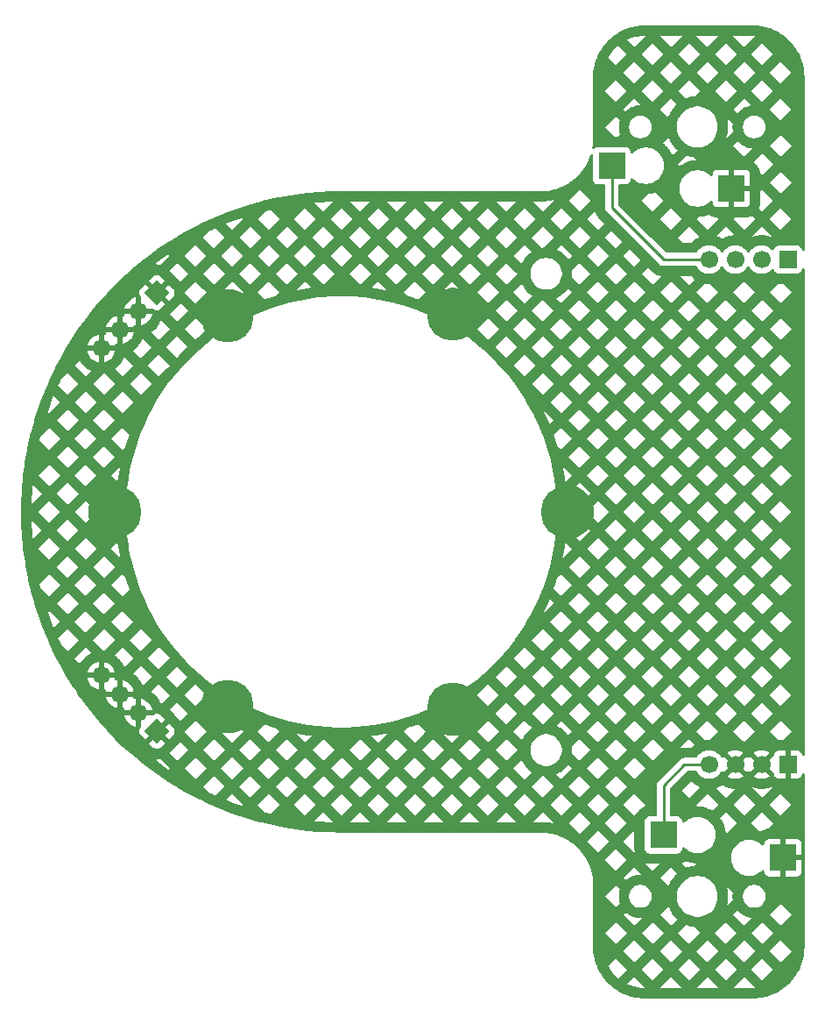
<source format=gbr>
G04 #@! TF.GenerationSoftware,KiCad,Pcbnew,9.0.2*
G04 #@! TF.CreationDate,2025-09-19T14:55:31-04:00*
G04 #@! TF.ProjectId,Trackball,54726163-6b62-4616-9c6c-2e6b69636164,rev?*
G04 #@! TF.SameCoordinates,Original*
G04 #@! TF.FileFunction,Copper,L2,Bot*
G04 #@! TF.FilePolarity,Positive*
%FSLAX46Y46*%
G04 Gerber Fmt 4.6, Leading zero omitted, Abs format (unit mm)*
G04 Created by KiCad (PCBNEW 9.0.2) date 2025-09-19 14:55:31*
%MOMM*%
%LPD*%
G01*
G04 APERTURE LIST*
G04 Aperture macros list*
%AMRotRect*
0 Rectangle, with rotation*
0 The origin of the aperture is its center*
0 $1 length*
0 $2 width*
0 $3 Rotation angle, in degrees counterclockwise*
0 Add horizontal line*
21,1,$1,$2,0,0,$3*%
G04 Aperture macros list end*
G04 #@! TA.AperFunction,SMDPad,CuDef*
%ADD10R,2.600000X2.600000*%
G04 #@! TD*
G04 #@! TA.AperFunction,ComponentPad*
%ADD11C,5.000000*%
G04 #@! TD*
G04 #@! TA.AperFunction,ComponentPad*
%ADD12R,1.700000X1.700000*%
G04 #@! TD*
G04 #@! TA.AperFunction,ComponentPad*
%ADD13C,1.700000*%
G04 #@! TD*
G04 #@! TA.AperFunction,ComponentPad*
%ADD14RotRect,1.700000X1.700000X135.000000*%
G04 #@! TD*
G04 #@! TA.AperFunction,ComponentPad*
%ADD15RotRect,1.700000X1.700000X45.000000*%
G04 #@! TD*
G04 #@! TA.AperFunction,Conductor*
%ADD16C,0.250000*%
G04 #@! TD*
G04 APERTURE END LIST*
D10*
X248293000Y-70366000D03*
X236743000Y-68166000D03*
D11*
X199650000Y-82700000D03*
X221400000Y-82600000D03*
X188775000Y-101596446D03*
X221400000Y-120600000D03*
X232400000Y-101600000D03*
X199650000Y-120350000D03*
D10*
X241743000Y-132784000D03*
X253293000Y-134984000D03*
D12*
X253768000Y-77216000D03*
D13*
X251228000Y-77216000D03*
X248688000Y-77216000D03*
X246148000Y-77216000D03*
D12*
X253768000Y-125984000D03*
D13*
X251228000Y-125984000D03*
X248688000Y-125984000D03*
X246148000Y-125984000D03*
D14*
X192773949Y-80423949D03*
D13*
X190977898Y-82220000D03*
X189181847Y-84016051D03*
X187385795Y-85812103D03*
D15*
X192773949Y-122786051D03*
D13*
X190977898Y-120990000D03*
X189181847Y-119193949D03*
X187385795Y-117397897D03*
D16*
X241743000Y-132784000D02*
X241743000Y-128007000D01*
X243766000Y-125984000D02*
X246148000Y-125984000D01*
X241743000Y-128007000D02*
X243766000Y-125984000D01*
X241766000Y-77216000D02*
X236743000Y-72193000D01*
X236743000Y-72193000D02*
X236743000Y-68166000D01*
X246148000Y-77216000D02*
X241766000Y-77216000D01*
G04 #@! TA.AperFunction,Conductor*
G36*
X234865956Y-67055333D02*
G01*
X234917461Y-67104197D01*
X234934500Y-67167470D01*
X234934500Y-69514649D01*
X234941009Y-69575196D01*
X234941011Y-69575204D01*
X234992110Y-69712202D01*
X234992112Y-69712207D01*
X235079738Y-69829261D01*
X235196792Y-69916887D01*
X235196794Y-69916888D01*
X235196796Y-69916889D01*
X235255875Y-69938924D01*
X235333795Y-69967988D01*
X235333803Y-69967990D01*
X235394350Y-69974499D01*
X235394355Y-69974499D01*
X235394362Y-69974500D01*
X235983500Y-69974500D01*
X236051621Y-69994502D01*
X236098114Y-70048158D01*
X236109500Y-70100500D01*
X236109500Y-72255396D01*
X236119185Y-72304086D01*
X236133845Y-72377785D01*
X236181600Y-72493075D01*
X236250929Y-72596833D01*
X236250931Y-72596835D01*
X241362161Y-77708067D01*
X241362167Y-77708072D01*
X241465925Y-77777401D01*
X241547447Y-77811168D01*
X241581215Y-77825155D01*
X241703606Y-77849500D01*
X241703607Y-77849500D01*
X241828394Y-77849500D01*
X244868891Y-77849500D01*
X244937012Y-77869502D01*
X244981156Y-77918294D01*
X244986106Y-77928009D01*
X244986108Y-77928012D01*
X244986112Y-77928018D01*
X245040812Y-78003306D01*
X245111794Y-78101004D01*
X245111796Y-78101006D01*
X245111798Y-78101009D01*
X245262990Y-78252201D01*
X245262993Y-78252203D01*
X245262996Y-78252206D01*
X245435991Y-78377894D01*
X245626517Y-78474972D01*
X245829878Y-78541047D01*
X245829879Y-78541047D01*
X245829884Y-78541049D01*
X246041084Y-78574500D01*
X246041087Y-78574500D01*
X246254913Y-78574500D01*
X246254916Y-78574500D01*
X246466116Y-78541049D01*
X246669483Y-78474972D01*
X246860009Y-78377894D01*
X247033004Y-78252206D01*
X247184206Y-78101004D01*
X247309894Y-77928009D01*
X247309899Y-77927997D01*
X247310561Y-77926920D01*
X247310924Y-77926591D01*
X247312804Y-77924004D01*
X247313347Y-77924398D01*
X247363204Y-77879283D01*
X247433244Y-77867670D01*
X247498445Y-77895766D01*
X247523021Y-77924130D01*
X247523196Y-77924004D01*
X247524668Y-77926030D01*
X247525439Y-77926920D01*
X247526108Y-77928012D01*
X247557182Y-77970781D01*
X247651794Y-78101004D01*
X247651796Y-78101006D01*
X247651798Y-78101009D01*
X247802990Y-78252201D01*
X247802993Y-78252203D01*
X247802996Y-78252206D01*
X247975991Y-78377894D01*
X248166517Y-78474972D01*
X248369878Y-78541047D01*
X248369879Y-78541047D01*
X248369884Y-78541049D01*
X248581084Y-78574500D01*
X248581087Y-78574500D01*
X248794913Y-78574500D01*
X248794916Y-78574500D01*
X249006116Y-78541049D01*
X249209483Y-78474972D01*
X249400009Y-78377894D01*
X249573004Y-78252206D01*
X249724206Y-78101004D01*
X249849894Y-77928009D01*
X249849899Y-77927997D01*
X249850561Y-77926920D01*
X249850924Y-77926591D01*
X249852804Y-77924004D01*
X249853347Y-77924398D01*
X249903204Y-77879283D01*
X249973244Y-77867670D01*
X250038445Y-77895766D01*
X250063021Y-77924130D01*
X250063196Y-77924004D01*
X250064668Y-77926030D01*
X250065439Y-77926920D01*
X250066108Y-77928012D01*
X250097182Y-77970781D01*
X250191794Y-78101004D01*
X250191796Y-78101006D01*
X250191798Y-78101009D01*
X250342990Y-78252201D01*
X250342993Y-78252203D01*
X250342996Y-78252206D01*
X250515991Y-78377894D01*
X250706517Y-78474972D01*
X250909878Y-78541047D01*
X250909879Y-78541047D01*
X250909884Y-78541049D01*
X251121084Y-78574500D01*
X251121087Y-78574500D01*
X251334913Y-78574500D01*
X251334916Y-78574500D01*
X251546116Y-78541049D01*
X251749483Y-78474972D01*
X251940009Y-78377894D01*
X252113004Y-78252206D01*
X252215982Y-78149227D01*
X252278292Y-78115204D01*
X252349108Y-78120268D01*
X252405944Y-78162815D01*
X252423131Y-78194291D01*
X252467110Y-78312203D01*
X252467112Y-78312207D01*
X252554738Y-78429261D01*
X252671792Y-78516887D01*
X252671794Y-78516888D01*
X252671796Y-78516889D01*
X252682022Y-78520703D01*
X252808795Y-78567988D01*
X252808803Y-78567990D01*
X252869350Y-78574499D01*
X252869355Y-78574499D01*
X252869362Y-78574500D01*
X252869368Y-78574500D01*
X254666632Y-78574500D01*
X254666638Y-78574500D01*
X254666645Y-78574499D01*
X254666649Y-78574499D01*
X254727196Y-78567990D01*
X254727199Y-78567989D01*
X254727201Y-78567989D01*
X254864204Y-78516889D01*
X254888259Y-78498882D01*
X254981261Y-78429261D01*
X255068887Y-78312207D01*
X255068887Y-78312206D01*
X255068889Y-78312204D01*
X255114083Y-78191035D01*
X255119988Y-78175204D01*
X255119990Y-78175196D01*
X255123222Y-78145133D01*
X255150391Y-78079541D01*
X255208708Y-78039049D01*
X255279660Y-78036515D01*
X255340718Y-78072742D01*
X255372498Y-78136228D01*
X255374500Y-78158601D01*
X255374500Y-125046102D01*
X255354498Y-125114223D01*
X255300842Y-125160716D01*
X255230568Y-125170820D01*
X255165988Y-125141326D01*
X255127604Y-125081600D01*
X255123222Y-125059572D01*
X255119494Y-125024906D01*
X255068444Y-124888035D01*
X255068444Y-124888034D01*
X254980904Y-124771095D01*
X254863965Y-124683555D01*
X254727093Y-124632505D01*
X254666597Y-124626000D01*
X254022000Y-124626000D01*
X254022000Y-125553297D01*
X253960993Y-125518075D01*
X253833826Y-125484000D01*
X253702174Y-125484000D01*
X253575007Y-125518075D01*
X253514000Y-125553297D01*
X253514000Y-124626000D01*
X252869402Y-124626000D01*
X252808906Y-124632505D01*
X252672035Y-124683555D01*
X252672034Y-124683555D01*
X252555095Y-124771095D01*
X252467555Y-124888034D01*
X252467555Y-124888035D01*
X252416505Y-125024905D01*
X252411981Y-125066978D01*
X252415319Y-125129301D01*
X252381794Y-125189414D01*
X251712157Y-125859051D01*
X251693925Y-125791007D01*
X251628099Y-125676993D01*
X251535007Y-125583901D01*
X251420993Y-125518075D01*
X251352947Y-125499841D01*
X251992168Y-124860621D01*
X251992167Y-124860620D01*
X251939750Y-124822536D01*
X251939748Y-124822535D01*
X251749292Y-124725493D01*
X251749286Y-124725490D01*
X251546003Y-124659440D01*
X251334874Y-124626000D01*
X251121126Y-124626000D01*
X250909996Y-124659440D01*
X250706713Y-124725490D01*
X250706707Y-124725493D01*
X250516253Y-124822534D01*
X250463831Y-124860621D01*
X250463831Y-124860622D01*
X251103051Y-125499842D01*
X251035007Y-125518075D01*
X250920993Y-125583901D01*
X250827901Y-125676993D01*
X250762075Y-125791007D01*
X250743842Y-125859051D01*
X250104622Y-125219831D01*
X250104621Y-125219831D01*
X250066522Y-125272269D01*
X250065422Y-125274065D01*
X250064827Y-125274603D01*
X250063624Y-125276259D01*
X250063275Y-125276006D01*
X250012768Y-125321689D01*
X249942725Y-125333286D01*
X249877531Y-125305174D01*
X249852440Y-125276211D01*
X249852376Y-125276258D01*
X249851830Y-125275506D01*
X249850563Y-125274044D01*
X249849462Y-125272248D01*
X249811378Y-125219831D01*
X249172157Y-125859051D01*
X249153925Y-125791007D01*
X249088099Y-125676993D01*
X248995007Y-125583901D01*
X248880993Y-125518075D01*
X248812947Y-125499841D01*
X249452168Y-124860621D01*
X249452167Y-124860620D01*
X249399750Y-124822536D01*
X249399748Y-124822535D01*
X249209292Y-124725493D01*
X249209286Y-124725490D01*
X249006003Y-124659440D01*
X248794874Y-124626000D01*
X248581126Y-124626000D01*
X248369996Y-124659440D01*
X248166713Y-124725490D01*
X248166707Y-124725493D01*
X247976253Y-124822534D01*
X247923831Y-124860621D01*
X247923831Y-124860622D01*
X248563051Y-125499842D01*
X248495007Y-125518075D01*
X248380993Y-125583901D01*
X248287901Y-125676993D01*
X248222075Y-125791007D01*
X248203842Y-125859051D01*
X247564622Y-125219831D01*
X247564621Y-125219831D01*
X247526528Y-125272261D01*
X247525724Y-125273574D01*
X247525288Y-125273967D01*
X247523624Y-125276259D01*
X247523142Y-125275909D01*
X247473075Y-125321203D01*
X247403033Y-125332807D01*
X247337836Y-125304702D01*
X247312901Y-125275924D01*
X247312804Y-125275996D01*
X247311975Y-125274855D01*
X247310859Y-125273567D01*
X247309899Y-125272001D01*
X247309894Y-125271991D01*
X247184206Y-125098996D01*
X247184203Y-125098993D01*
X247184201Y-125098990D01*
X247033009Y-124947798D01*
X247033006Y-124947796D01*
X247033004Y-124947794D01*
X246860601Y-124822536D01*
X246860012Y-124822108D01*
X246860011Y-124822107D01*
X246860009Y-124822106D01*
X246669483Y-124725028D01*
X246669480Y-124725027D01*
X246669478Y-124725026D01*
X246466120Y-124658952D01*
X246466123Y-124658952D01*
X246426801Y-124652724D01*
X246254916Y-124625500D01*
X246041084Y-124625500D01*
X245829884Y-124658951D01*
X245829878Y-124658952D01*
X245626521Y-124725026D01*
X245626515Y-124725029D01*
X245435987Y-124822108D01*
X245262993Y-124947796D01*
X245262990Y-124947798D01*
X245111798Y-125098990D01*
X245111796Y-125098993D01*
X244986112Y-125271981D01*
X244986103Y-125271996D01*
X244981156Y-125281706D01*
X244932407Y-125333320D01*
X244868891Y-125350500D01*
X243703603Y-125350500D01*
X243630568Y-125365028D01*
X243581215Y-125374845D01*
X243581213Y-125374845D01*
X243581212Y-125374846D01*
X243517393Y-125401281D01*
X243495835Y-125410211D01*
X243465923Y-125422601D01*
X243362171Y-125491926D01*
X243362164Y-125491931D01*
X241250931Y-127603164D01*
X241250926Y-127603171D01*
X241181601Y-127706923D01*
X241133846Y-127822212D01*
X241109500Y-127944603D01*
X241109500Y-130849500D01*
X241089498Y-130917621D01*
X241035842Y-130964114D01*
X240983500Y-130975500D01*
X240394350Y-130975500D01*
X240333803Y-130982009D01*
X240333795Y-130982011D01*
X240196797Y-131033110D01*
X240196792Y-131033112D01*
X240079738Y-131120738D01*
X239992112Y-131237792D01*
X239992110Y-131237797D01*
X239941011Y-131374795D01*
X239941009Y-131374803D01*
X239934500Y-131435350D01*
X239934500Y-134132649D01*
X239941009Y-134193196D01*
X239941011Y-134193204D01*
X239992110Y-134330202D01*
X239992112Y-134330207D01*
X240079738Y-134447261D01*
X240196792Y-134534887D01*
X240196794Y-134534888D01*
X240196796Y-134534889D01*
X240255875Y-134556924D01*
X240333795Y-134585988D01*
X240333803Y-134585990D01*
X240394350Y-134592499D01*
X240394355Y-134592499D01*
X240394362Y-134592500D01*
X240394368Y-134592500D01*
X243091632Y-134592500D01*
X243091638Y-134592500D01*
X243091645Y-134592499D01*
X243091649Y-134592499D01*
X243152196Y-134585990D01*
X243152199Y-134585989D01*
X243152201Y-134585989D01*
X243289204Y-134534889D01*
X243329734Y-134504549D01*
X243406261Y-134447261D01*
X243493887Y-134330207D01*
X243493887Y-134330206D01*
X243493889Y-134330204D01*
X243541431Y-134202741D01*
X243544988Y-134193204D01*
X243544990Y-134193196D01*
X243551499Y-134132649D01*
X243551500Y-134132632D01*
X243551500Y-134097271D01*
X243571502Y-134029150D01*
X243625158Y-133982657D01*
X243695432Y-133972553D01*
X243760012Y-134002047D01*
X243766595Y-134008176D01*
X243861326Y-134102907D01*
X243861347Y-134102926D01*
X244043384Y-134242608D01*
X244043391Y-134242613D01*
X244242099Y-134357337D01*
X244242103Y-134357338D01*
X244242112Y-134357344D01*
X244454113Y-134445158D01*
X244675762Y-134504548D01*
X244675766Y-134504548D01*
X244675768Y-134504549D01*
X244734398Y-134512267D01*
X244903266Y-134534500D01*
X244903273Y-134534500D01*
X245132727Y-134534500D01*
X245132734Y-134534500D01*
X245338345Y-134507430D01*
X245360231Y-134504549D01*
X245360231Y-134504548D01*
X245360238Y-134504548D01*
X245581887Y-134445158D01*
X245793888Y-134357344D01*
X245992612Y-134242611D01*
X246174661Y-134102919D01*
X246336919Y-133940661D01*
X246476611Y-133758612D01*
X246591344Y-133559888D01*
X246679158Y-133347887D01*
X246738548Y-133126238D01*
X246768500Y-132898734D01*
X246768500Y-132669266D01*
X246738548Y-132441762D01*
X246679158Y-132220113D01*
X246591344Y-132008112D01*
X246591338Y-132008103D01*
X246591337Y-132008099D01*
X246476613Y-131809391D01*
X246476608Y-131809384D01*
X246336926Y-131627347D01*
X246336907Y-131627326D01*
X246174673Y-131465092D01*
X246174652Y-131465073D01*
X245992615Y-131325391D01*
X245992608Y-131325386D01*
X245793900Y-131210662D01*
X245793892Y-131210658D01*
X245793888Y-131210656D01*
X245613035Y-131135744D01*
X247217656Y-131135744D01*
X247278315Y-131214794D01*
X247280772Y-131218107D01*
X247294987Y-131237944D01*
X247297330Y-131241330D01*
X247315480Y-131268491D01*
X247317718Y-131271961D01*
X247330616Y-131292703D01*
X247332735Y-131296239D01*
X247463812Y-131523270D01*
X247465817Y-131526878D01*
X247477340Y-131548438D01*
X247479228Y-131552113D01*
X247493672Y-131581410D01*
X247495431Y-131585131D01*
X247505493Y-131607341D01*
X247507131Y-131611119D01*
X247607438Y-131853280D01*
X247608952Y-131857112D01*
X247617550Y-131879955D01*
X247618940Y-131883840D01*
X247629440Y-131914772D01*
X247630700Y-131918692D01*
X247637791Y-131942064D01*
X247638925Y-131946034D01*
X247706766Y-132199225D01*
X247707766Y-132203218D01*
X247713305Y-132226968D01*
X247714176Y-132230999D01*
X247720550Y-132263035D01*
X247721288Y-132267090D01*
X247725271Y-132291206D01*
X247725877Y-132295292D01*
X247760092Y-132555184D01*
X247760563Y-132559275D01*
X247762955Y-132583552D01*
X247763292Y-132587660D01*
X247765430Y-132620254D01*
X247765632Y-132624376D01*
X247766432Y-132648798D01*
X247766500Y-132652923D01*
X247766500Y-132711052D01*
X248825514Y-131652037D01*
X250236896Y-131652037D01*
X251001128Y-132416269D01*
X251112073Y-132462225D01*
X251177507Y-132413243D01*
X251184897Y-132408112D01*
X251229739Y-132379295D01*
X251237477Y-132374704D01*
X251300066Y-132340531D01*
X251308107Y-132336506D01*
X251356565Y-132314377D01*
X251364873Y-132310936D01*
X251564370Y-132236528D01*
X251571825Y-132234010D01*
X251616442Y-132220475D01*
X251624045Y-132218426D01*
X251684756Y-132204081D01*
X251692464Y-132202511D01*
X251738408Y-132194644D01*
X251746204Y-132193559D01*
X251828357Y-132184725D01*
X252361047Y-131652037D01*
X251298972Y-130589962D01*
X250236896Y-131652037D01*
X248825514Y-131652037D01*
X247763439Y-130589962D01*
X247217656Y-131135744D01*
X245613035Y-131135744D01*
X245581887Y-131122842D01*
X245360238Y-131063452D01*
X245360231Y-131063450D01*
X245132736Y-131033500D01*
X245132734Y-131033500D01*
X244903266Y-131033500D01*
X244903263Y-131033500D01*
X244675768Y-131063450D01*
X244454113Y-131122842D01*
X244242110Y-131210657D01*
X244242099Y-131210662D01*
X244043391Y-131325386D01*
X244043384Y-131325391D01*
X243861347Y-131465073D01*
X243861326Y-131465092D01*
X243766595Y-131559824D01*
X243704283Y-131593850D01*
X243633468Y-131588785D01*
X243576632Y-131546238D01*
X243551821Y-131479718D01*
X243551500Y-131470729D01*
X243551500Y-131435367D01*
X243551499Y-131435350D01*
X243544990Y-131374803D01*
X243544988Y-131374795D01*
X243493889Y-131237797D01*
X243493887Y-131237792D01*
X243406261Y-131120738D01*
X243289207Y-131033112D01*
X243289202Y-131033110D01*
X243152204Y-130982011D01*
X243152196Y-130982009D01*
X243091649Y-130975500D01*
X243091638Y-130975500D01*
X242502500Y-130975500D01*
X242434379Y-130955498D01*
X242387886Y-130901842D01*
X242376500Y-130849500D01*
X242376500Y-129884271D01*
X244933596Y-129884271D01*
X245084825Y-130035500D01*
X245149077Y-130035500D01*
X245153202Y-130035568D01*
X245177624Y-130036368D01*
X245181746Y-130036570D01*
X245214340Y-130038708D01*
X245218448Y-130039045D01*
X245242725Y-130041437D01*
X245246816Y-130041908D01*
X245506708Y-130076123D01*
X245510794Y-130076729D01*
X245534910Y-130080712D01*
X245538965Y-130081450D01*
X245571001Y-130087824D01*
X245575032Y-130088695D01*
X245598782Y-130094234D01*
X245602775Y-130095234D01*
X245855966Y-130163075D01*
X245859936Y-130164209D01*
X245883308Y-130171300D01*
X245887228Y-130172560D01*
X245918160Y-130183060D01*
X245922045Y-130184450D01*
X245944888Y-130193048D01*
X245948720Y-130194562D01*
X246190881Y-130294869D01*
X246194659Y-130296507D01*
X246216869Y-130306569D01*
X246220590Y-130308328D01*
X246249887Y-130322772D01*
X246253562Y-130324660D01*
X246275122Y-130336183D01*
X246278730Y-130338188D01*
X246484833Y-130457182D01*
X247057746Y-129884270D01*
X248469129Y-129884270D01*
X249531205Y-130946346D01*
X250593280Y-129884270D01*
X252004663Y-129884270D01*
X253066739Y-130946346D01*
X254128814Y-129884270D01*
X253066739Y-128822195D01*
X252004663Y-129884270D01*
X250593280Y-129884270D01*
X249531205Y-128822195D01*
X248469129Y-129884270D01*
X247057746Y-129884270D01*
X245995671Y-128822195D01*
X244933596Y-129884271D01*
X242376500Y-129884271D01*
X242376500Y-128503980D01*
X243553306Y-128503980D01*
X244227905Y-129178578D01*
X245165090Y-128241393D01*
X246826252Y-128241393D01*
X247763438Y-129178578D01*
X248602017Y-128340000D01*
X248561518Y-128340000D01*
X248556569Y-128339903D01*
X248527285Y-128338752D01*
X248522347Y-128338460D01*
X248483268Y-128335384D01*
X248478341Y-128334899D01*
X248449252Y-128331455D01*
X248444355Y-128330778D01*
X248194523Y-128291208D01*
X248189653Y-128290338D01*
X248160926Y-128284624D01*
X248156095Y-128283564D01*
X248117979Y-128274414D01*
X248113191Y-128273165D01*
X248084983Y-128265210D01*
X248080247Y-128263773D01*
X247839674Y-128185606D01*
X247835004Y-128183987D01*
X247807523Y-128173850D01*
X247802912Y-128172045D01*
X247766695Y-128157044D01*
X247762163Y-128155062D01*
X247735548Y-128142793D01*
X247731094Y-128140633D01*
X247710565Y-128130173D01*
X250250566Y-128130173D01*
X251298972Y-129178579D01*
X252276322Y-128201228D01*
X252233107Y-128181494D01*
X252225066Y-128177469D01*
X252170206Y-128147516D01*
X252153837Y-128155062D01*
X252149305Y-128157044D01*
X252113088Y-128172045D01*
X252108477Y-128173850D01*
X252080996Y-128183987D01*
X252076326Y-128185606D01*
X251835753Y-128263773D01*
X251831017Y-128265210D01*
X251802809Y-128273165D01*
X251798021Y-128274414D01*
X251759905Y-128283564D01*
X251755074Y-128284624D01*
X251726347Y-128290338D01*
X251721477Y-128291208D01*
X251471645Y-128330778D01*
X251466748Y-128331455D01*
X251437659Y-128334899D01*
X251432732Y-128335384D01*
X251393653Y-128338460D01*
X251388715Y-128338752D01*
X251359431Y-128339903D01*
X251354482Y-128340000D01*
X251101518Y-128340000D01*
X251096569Y-128339903D01*
X251067285Y-128338752D01*
X251062347Y-128338460D01*
X251023268Y-128335384D01*
X251018341Y-128334899D01*
X250989252Y-128331455D01*
X250984355Y-128330778D01*
X250734523Y-128291208D01*
X250729653Y-128290338D01*
X250700926Y-128284624D01*
X250696095Y-128283564D01*
X250657979Y-128274414D01*
X250653191Y-128273165D01*
X250624983Y-128265210D01*
X250620247Y-128263773D01*
X250379674Y-128185606D01*
X250375004Y-128183987D01*
X250347523Y-128173850D01*
X250342912Y-128172045D01*
X250306695Y-128157044D01*
X250302163Y-128155062D01*
X250275548Y-128142793D01*
X250271094Y-128140633D01*
X250250566Y-128130173D01*
X247710565Y-128130173D01*
X247505705Y-128025791D01*
X247501342Y-128023459D01*
X247475775Y-128009141D01*
X247471506Y-128006639D01*
X247438079Y-127986155D01*
X247433908Y-127983484D01*
X247418452Y-127973155D01*
X247402328Y-127983929D01*
X247398161Y-127986596D01*
X247364737Y-128007077D01*
X247360471Y-128009578D01*
X247334915Y-128023890D01*
X247330552Y-128026222D01*
X247105099Y-128141096D01*
X247100648Y-128143255D01*
X247074033Y-128155525D01*
X247069496Y-128157509D01*
X247033278Y-128172510D01*
X247028673Y-128174312D01*
X247001192Y-128184450D01*
X246996518Y-128186071D01*
X246826252Y-128241393D01*
X245165090Y-128241393D01*
X245242393Y-128164090D01*
X245226504Y-128157509D01*
X245221967Y-128155525D01*
X245195352Y-128143255D01*
X245190901Y-128141096D01*
X244965448Y-128026222D01*
X244961085Y-128023890D01*
X244935529Y-128009578D01*
X244931263Y-128007077D01*
X244897839Y-127986596D01*
X244893672Y-127983929D01*
X244869303Y-127967647D01*
X244865241Y-127964816D01*
X244660534Y-127816087D01*
X244656591Y-127813102D01*
X244633590Y-127794970D01*
X244629766Y-127791832D01*
X244599957Y-127766374D01*
X244596258Y-127763087D01*
X244574735Y-127743192D01*
X244571167Y-127739761D01*
X244446906Y-127615500D01*
X244441788Y-127615500D01*
X243553306Y-128503980D01*
X242376500Y-128503980D01*
X242376500Y-128321594D01*
X242396502Y-128253473D01*
X242413405Y-128232499D01*
X243991499Y-126654405D01*
X244053811Y-126620379D01*
X244080594Y-126617500D01*
X244868891Y-126617500D01*
X244937012Y-126637502D01*
X244981156Y-126686294D01*
X244986106Y-126696009D01*
X244986109Y-126696013D01*
X244986112Y-126696018D01*
X245038959Y-126768755D01*
X245111794Y-126869004D01*
X245111796Y-126869006D01*
X245111798Y-126869009D01*
X245262990Y-127020201D01*
X245262993Y-127020203D01*
X245262996Y-127020206D01*
X245435991Y-127145894D01*
X245626517Y-127242972D01*
X245829878Y-127309047D01*
X245829879Y-127309047D01*
X245829884Y-127309049D01*
X246041084Y-127342500D01*
X246041087Y-127342500D01*
X246254913Y-127342500D01*
X246254916Y-127342500D01*
X246466116Y-127309049D01*
X246669483Y-127242972D01*
X246860009Y-127145894D01*
X247033004Y-127020206D01*
X247184206Y-126869004D01*
X247309894Y-126696009D01*
X247309902Y-126695992D01*
X247310854Y-126694441D01*
X247311377Y-126693967D01*
X247312804Y-126692004D01*
X247313216Y-126692303D01*
X247363497Y-126646804D01*
X247433537Y-126635189D01*
X247498738Y-126663285D01*
X247523485Y-126691842D01*
X247523624Y-126691742D01*
X247524794Y-126693353D01*
X247525726Y-126694428D01*
X247526536Y-126695750D01*
X247564620Y-126748167D01*
X247564621Y-126748168D01*
X248203841Y-126108947D01*
X248222075Y-126176993D01*
X248287901Y-126291007D01*
X248380993Y-126384099D01*
X248495007Y-126449925D01*
X248563051Y-126468157D01*
X247923831Y-127107378D01*
X247976249Y-127145463D01*
X247976251Y-127145464D01*
X248166707Y-127242506D01*
X248166713Y-127242509D01*
X248369996Y-127308559D01*
X248581126Y-127342000D01*
X248794874Y-127342000D01*
X249006003Y-127308559D01*
X249209286Y-127242509D01*
X249209292Y-127242506D01*
X249399750Y-127145463D01*
X249452167Y-127107378D01*
X249452167Y-127107376D01*
X248812948Y-126468157D01*
X248880993Y-126449925D01*
X248995007Y-126384099D01*
X249088099Y-126291007D01*
X249153925Y-126176993D01*
X249172157Y-126108948D01*
X249811376Y-126748167D01*
X249811378Y-126748167D01*
X249849463Y-126695750D01*
X249850562Y-126693958D01*
X249851158Y-126693418D01*
X249852377Y-126691741D01*
X249852729Y-126691996D01*
X249903206Y-126646322D01*
X249973246Y-126634710D01*
X250038446Y-126662808D01*
X250063559Y-126691788D01*
X250063624Y-126691742D01*
X250064165Y-126692487D01*
X250065433Y-126693950D01*
X250066535Y-126695749D01*
X250104620Y-126748167D01*
X250104621Y-126748168D01*
X250743841Y-126108947D01*
X250762075Y-126176993D01*
X250827901Y-126291007D01*
X250920993Y-126384099D01*
X251035007Y-126449925D01*
X251103051Y-126468157D01*
X250463831Y-127107378D01*
X250516249Y-127145463D01*
X250516251Y-127145464D01*
X250706707Y-127242506D01*
X250706713Y-127242509D01*
X250909996Y-127308559D01*
X251121126Y-127342000D01*
X251334874Y-127342000D01*
X251546003Y-127308559D01*
X251749286Y-127242509D01*
X251749292Y-127242506D01*
X251939750Y-127145463D01*
X251992167Y-127107378D01*
X251992167Y-127107376D01*
X251352948Y-126468157D01*
X251420993Y-126449925D01*
X251535007Y-126384099D01*
X251628099Y-126291007D01*
X251693925Y-126176993D01*
X251712157Y-126108948D01*
X252381794Y-126778585D01*
X252415820Y-126840897D01*
X252412030Y-126901471D01*
X252416505Y-126943093D01*
X252467555Y-127079964D01*
X252467555Y-127079965D01*
X252555095Y-127196904D01*
X252672034Y-127284444D01*
X252808906Y-127335494D01*
X252869402Y-127341999D01*
X252869415Y-127342000D01*
X253514000Y-127342000D01*
X253514000Y-126414702D01*
X253575007Y-126449925D01*
X253702174Y-126484000D01*
X253833826Y-126484000D01*
X253960993Y-126449925D01*
X254022000Y-126414702D01*
X254022000Y-127342000D01*
X254666585Y-127342000D01*
X254666597Y-127341999D01*
X254727093Y-127335494D01*
X254863964Y-127284444D01*
X254863965Y-127284444D01*
X254980904Y-127196904D01*
X255068444Y-127079965D01*
X255068444Y-127079964D01*
X255119494Y-126943093D01*
X255123222Y-126908427D01*
X255150392Y-126842835D01*
X255208711Y-126802345D01*
X255279662Y-126799811D01*
X255340720Y-126836039D01*
X255372498Y-126899527D01*
X255374500Y-126921897D01*
X255374500Y-143597404D01*
X255374392Y-143602611D01*
X255357725Y-144005584D01*
X255356865Y-144015963D01*
X255307298Y-144413604D01*
X255305584Y-144423875D01*
X255223352Y-144816063D01*
X255220796Y-144826158D01*
X255106453Y-145210228D01*
X255103071Y-145220078D01*
X254957409Y-145593375D01*
X254953226Y-145602912D01*
X254777230Y-145962918D01*
X254772274Y-145972076D01*
X254567154Y-146316313D01*
X254561458Y-146325032D01*
X254328609Y-146651157D01*
X254322213Y-146659375D01*
X254063218Y-146965170D01*
X254056164Y-146972831D01*
X253772831Y-147256164D01*
X253765170Y-147263218D01*
X253459375Y-147522213D01*
X253451157Y-147528609D01*
X253125032Y-147761458D01*
X253116313Y-147767154D01*
X252772076Y-147972274D01*
X252762918Y-147977230D01*
X252402912Y-148153226D01*
X252393375Y-148157409D01*
X252020078Y-148303071D01*
X252010228Y-148306453D01*
X251626158Y-148420796D01*
X251616063Y-148423352D01*
X251223875Y-148505584D01*
X251213604Y-148507298D01*
X250815963Y-148556865D01*
X250805584Y-148557725D01*
X250402611Y-148574392D01*
X250397404Y-148574500D01*
X239902596Y-148574500D01*
X239897389Y-148574392D01*
X239494415Y-148557725D01*
X239484036Y-148556865D01*
X239086395Y-148507298D01*
X239076124Y-148505584D01*
X238683936Y-148423352D01*
X238673841Y-148420796D01*
X238289771Y-148306453D01*
X238279921Y-148303071D01*
X237906624Y-148157409D01*
X237897087Y-148153226D01*
X237537081Y-147977230D01*
X237527923Y-147972274D01*
X237183686Y-147767154D01*
X237174967Y-147761458D01*
X237036940Y-147662909D01*
X236848833Y-147528602D01*
X236840633Y-147522220D01*
X236534829Y-147263218D01*
X236527168Y-147256164D01*
X236472614Y-147201610D01*
X238222857Y-147201610D01*
X238303009Y-147240794D01*
X238609091Y-147360229D01*
X238924048Y-147453996D01*
X239245626Y-147521422D01*
X239571692Y-147562068D01*
X239920619Y-147576500D01*
X239972119Y-147576500D01*
X239986679Y-147561940D01*
X241398062Y-147561940D01*
X241412622Y-147576500D01*
X243507653Y-147576500D01*
X243522213Y-147561940D01*
X244933596Y-147561940D01*
X244948156Y-147576500D01*
X247043187Y-147576500D01*
X247057747Y-147561940D01*
X248469130Y-147561940D01*
X248483690Y-147576500D01*
X250379381Y-147576500D01*
X250587320Y-147567898D01*
X250593280Y-147561939D01*
X249531205Y-146499864D01*
X248469130Y-147561940D01*
X247057747Y-147561940D01*
X245995671Y-146499864D01*
X244933596Y-147561940D01*
X243522213Y-147561940D01*
X242460137Y-146499864D01*
X241398062Y-147561940D01*
X239986679Y-147561940D01*
X238924604Y-146499865D01*
X238222857Y-147201610D01*
X236472614Y-147201610D01*
X236243835Y-146972831D01*
X236236781Y-146965170D01*
X236139876Y-146850754D01*
X235977776Y-146659363D01*
X235971400Y-146651169D01*
X235738541Y-146325032D01*
X235732845Y-146316313D01*
X235527725Y-145972076D01*
X235522769Y-145962918D01*
X235346773Y-145602912D01*
X235342590Y-145593375D01*
X235301332Y-145487640D01*
X236401294Y-145487640D01*
X236403522Y-145492198D01*
X236571715Y-145774463D01*
X236762652Y-146041888D01*
X236975035Y-146292647D01*
X237207350Y-146524962D01*
X237359368Y-146653715D01*
X238218910Y-145794173D01*
X239630295Y-145794173D01*
X240692370Y-146856248D01*
X241754446Y-145794173D01*
X243165829Y-145794173D01*
X244227904Y-146856248D01*
X245289980Y-145794173D01*
X246701363Y-145794173D01*
X247763438Y-146856248D01*
X248825514Y-145794173D01*
X250236897Y-145794173D01*
X251298972Y-146856248D01*
X252361047Y-145794173D01*
X251298972Y-144732097D01*
X250236897Y-145794173D01*
X248825514Y-145794173D01*
X247763438Y-144732097D01*
X246701363Y-145794173D01*
X245289980Y-145794173D01*
X244227904Y-144732097D01*
X243165829Y-145794173D01*
X241754446Y-145794173D01*
X240692370Y-144732097D01*
X239630295Y-145794173D01*
X238218910Y-145794173D01*
X238218911Y-145794172D01*
X237156837Y-144732098D01*
X236401294Y-145487640D01*
X235301332Y-145487640D01*
X235196928Y-145220078D01*
X235193546Y-145210228D01*
X235079199Y-144826144D01*
X235076650Y-144816076D01*
X234994414Y-144423871D01*
X234992701Y-144413604D01*
X234944436Y-144026406D01*
X237862528Y-144026406D01*
X238924603Y-145088481D01*
X239986679Y-144026406D01*
X241398062Y-144026406D01*
X242460137Y-145088481D01*
X243522213Y-144026406D01*
X244933596Y-144026406D01*
X245995671Y-145088481D01*
X247057747Y-144026406D01*
X248469129Y-144026406D01*
X249531205Y-145088481D01*
X250593280Y-144026406D01*
X252004663Y-144026406D01*
X253066739Y-145088481D01*
X254128814Y-144026406D01*
X253066739Y-142964330D01*
X252004663Y-144026406D01*
X250593280Y-144026406D01*
X249531205Y-142964330D01*
X248469129Y-144026406D01*
X247057747Y-144026406D01*
X245995671Y-142964330D01*
X244933596Y-144026406D01*
X243522213Y-144026406D01*
X242460137Y-142964330D01*
X241398062Y-144026406D01*
X239986679Y-144026406D01*
X238924603Y-142964330D01*
X237862528Y-144026406D01*
X234944436Y-144026406D01*
X234943132Y-144015946D01*
X234942275Y-144005599D01*
X234925608Y-143602611D01*
X234925500Y-143597404D01*
X234925500Y-142258639D01*
X236094761Y-142258639D01*
X237156836Y-143320714D01*
X238218912Y-142258639D01*
X239630295Y-142258639D01*
X240692370Y-143320714D01*
X241754446Y-142258639D01*
X243165829Y-142258639D01*
X244227904Y-143320714D01*
X245289980Y-142258639D01*
X246701363Y-142258639D01*
X247763438Y-143320714D01*
X248825514Y-142258639D01*
X250236896Y-142258639D01*
X251298972Y-143320714D01*
X252361047Y-142258639D01*
X251298972Y-141196563D01*
X250236896Y-142258639D01*
X248825514Y-142258639D01*
X247763438Y-141196563D01*
X246701363Y-142258639D01*
X245289980Y-142258639D01*
X244713868Y-141682527D01*
X244487355Y-141652707D01*
X244483273Y-141652102D01*
X244459158Y-141648120D01*
X244455096Y-141647380D01*
X244423059Y-141641005D01*
X244419032Y-141640135D01*
X244395281Y-141634596D01*
X244391287Y-141633596D01*
X244110936Y-141558476D01*
X244106969Y-141557343D01*
X244083598Y-141550253D01*
X244079675Y-141548992D01*
X244048743Y-141538492D01*
X244044857Y-141537102D01*
X244022015Y-141528504D01*
X244018184Y-141526990D01*
X243932832Y-141491635D01*
X243165829Y-142258639D01*
X241754446Y-142258639D01*
X240692370Y-141196563D01*
X239630295Y-142258639D01*
X238218912Y-142258639D01*
X237156836Y-141196563D01*
X236094761Y-142258639D01*
X234925500Y-142258639D01*
X234925500Y-140490872D01*
X237862528Y-140490872D01*
X238924603Y-141552947D01*
X239644860Y-140832688D01*
X239629236Y-140833303D01*
X239624287Y-140833400D01*
X239411713Y-140833400D01*
X239406764Y-140833303D01*
X239377480Y-140832152D01*
X239372542Y-140831860D01*
X239333463Y-140828784D01*
X239328539Y-140828300D01*
X239299451Y-140824857D01*
X239294551Y-140824179D01*
X239084616Y-140790928D01*
X239079748Y-140790058D01*
X239051029Y-140784346D01*
X239046201Y-140783287D01*
X239008083Y-140774138D01*
X239003291Y-140772888D01*
X238975075Y-140764931D01*
X238970338Y-140763494D01*
X238768173Y-140697806D01*
X238763499Y-140696185D01*
X238736018Y-140686047D01*
X238731414Y-140684246D01*
X238695197Y-140669246D01*
X238690659Y-140667261D01*
X238664044Y-140654991D01*
X238659593Y-140652832D01*
X238470197Y-140556330D01*
X238465834Y-140553998D01*
X238440278Y-140539686D01*
X238436014Y-140537186D01*
X238402589Y-140516705D01*
X238398417Y-140514035D01*
X238374048Y-140497752D01*
X238369989Y-140494923D01*
X238364413Y-140490872D01*
X241398062Y-140490872D01*
X242460137Y-141552947D01*
X243054457Y-140958626D01*
X243049340Y-140954140D01*
X243046280Y-140951366D01*
X243028438Y-140934656D01*
X243025473Y-140931786D01*
X242820214Y-140726527D01*
X242817344Y-140723562D01*
X242800634Y-140705720D01*
X242797860Y-140702660D01*
X242776325Y-140678100D01*
X242773660Y-140674957D01*
X242758193Y-140656108D01*
X242755635Y-140652886D01*
X242578942Y-140422618D01*
X242576483Y-140419302D01*
X242562246Y-140399433D01*
X242559898Y-140396040D01*
X242541751Y-140368878D01*
X242539516Y-140365411D01*
X242526639Y-140344700D01*
X242524524Y-140341171D01*
X242379397Y-140089805D01*
X242377393Y-140086199D01*
X242365869Y-140064638D01*
X242363980Y-140060961D01*
X242349536Y-140031664D01*
X242347777Y-140027943D01*
X242337715Y-140005733D01*
X242336077Y-140001955D01*
X242225010Y-139733816D01*
X242223496Y-139729985D01*
X242214898Y-139707143D01*
X242213508Y-139703257D01*
X242206454Y-139682479D01*
X241398062Y-140490872D01*
X238364413Y-140490872D01*
X238198022Y-140369981D01*
X238194079Y-140366996D01*
X238171079Y-140348865D01*
X238167253Y-140345726D01*
X238137445Y-140320268D01*
X238133748Y-140316982D01*
X238112225Y-140297087D01*
X238108657Y-140293656D01*
X238084200Y-140269199D01*
X237862528Y-140490872D01*
X234925500Y-140490872D01*
X234925500Y-138723105D01*
X236094761Y-138723105D01*
X237156836Y-139785180D01*
X237530649Y-139411366D01*
X237488506Y-139281662D01*
X237487069Y-139276925D01*
X237479112Y-139248709D01*
X237477862Y-139243917D01*
X237468713Y-139205799D01*
X237467654Y-139200971D01*
X237461942Y-139172252D01*
X237461072Y-139167384D01*
X237427821Y-138957449D01*
X237427143Y-138952549D01*
X237423700Y-138923461D01*
X237423216Y-138918537D01*
X237420140Y-138879458D01*
X237419848Y-138874520D01*
X237418697Y-138845236D01*
X237418600Y-138840287D01*
X237418600Y-138647318D01*
X238416600Y-138647318D01*
X238416600Y-138820682D01*
X238443720Y-138991912D01*
X238443721Y-138991917D01*
X238484742Y-139118167D01*
X238497292Y-139156791D01*
X238575998Y-139311260D01*
X238576000Y-139311263D01*
X238677900Y-139451516D01*
X238800483Y-139574099D01*
X238800486Y-139574101D01*
X238940740Y-139676002D01*
X239095209Y-139754708D01*
X239260082Y-139808278D01*
X239260083Y-139808278D01*
X239260088Y-139808280D01*
X239431318Y-139835400D01*
X239431321Y-139835400D01*
X239604679Y-139835400D01*
X239604682Y-139835400D01*
X239775912Y-139808280D01*
X239940791Y-139754708D01*
X240095260Y-139676002D01*
X240235514Y-139574101D01*
X240358101Y-139451514D01*
X240460002Y-139311260D01*
X240538708Y-139156791D01*
X240592280Y-138991912D01*
X240619400Y-138820682D01*
X240619400Y-138647318D01*
X240612730Y-138605204D01*
X243053000Y-138605204D01*
X243053000Y-138862795D01*
X243086620Y-139118167D01*
X243086621Y-139118173D01*
X243086622Y-139118175D01*
X243153290Y-139366984D01*
X243251864Y-139604962D01*
X243251865Y-139604963D01*
X243251870Y-139604974D01*
X243380659Y-139828043D01*
X243537460Y-140032388D01*
X243537479Y-140032409D01*
X243719590Y-140214520D01*
X243719600Y-140214529D01*
X243719606Y-140214535D01*
X243719609Y-140214537D01*
X243719611Y-140214539D01*
X243923956Y-140371340D01*
X244147025Y-140500129D01*
X244147029Y-140500130D01*
X244147038Y-140500136D01*
X244385016Y-140598710D01*
X244633825Y-140665378D01*
X244633831Y-140665378D01*
X244633832Y-140665379D01*
X244663134Y-140669236D01*
X244889207Y-140699000D01*
X244889214Y-140699000D01*
X245146786Y-140699000D01*
X245146793Y-140699000D01*
X245402175Y-140665378D01*
X245650984Y-140598710D01*
X245888962Y-140500136D01*
X245905008Y-140490872D01*
X248469130Y-140490872D01*
X249531205Y-141552947D01*
X250264701Y-140819451D01*
X250084616Y-140790928D01*
X250079748Y-140790058D01*
X250051029Y-140784346D01*
X250046201Y-140783287D01*
X250008083Y-140774138D01*
X250003291Y-140772888D01*
X249975075Y-140764931D01*
X249970338Y-140763494D01*
X249768173Y-140697806D01*
X249763499Y-140696185D01*
X249736018Y-140686047D01*
X249731414Y-140684246D01*
X249695197Y-140669246D01*
X249690659Y-140667261D01*
X249664044Y-140654991D01*
X249659593Y-140652832D01*
X249470197Y-140556330D01*
X249465834Y-140553998D01*
X249440278Y-140539686D01*
X249436014Y-140537186D01*
X249402589Y-140516705D01*
X249398417Y-140514035D01*
X249374048Y-140497752D01*
X249369989Y-140494923D01*
X249364413Y-140490872D01*
X252004663Y-140490872D01*
X253066739Y-141552947D01*
X254128814Y-140490872D01*
X253066739Y-139428796D01*
X252004663Y-140490872D01*
X249364413Y-140490872D01*
X249198022Y-140369981D01*
X249194079Y-140366996D01*
X249171079Y-140348865D01*
X249167253Y-140345726D01*
X249137445Y-140320268D01*
X249133748Y-140316982D01*
X249112225Y-140297087D01*
X249108657Y-140293656D01*
X248958344Y-140143343D01*
X248954913Y-140139775D01*
X248935018Y-140118252D01*
X248931732Y-140114555D01*
X248906274Y-140084747D01*
X248903135Y-140080921D01*
X248892531Y-140067470D01*
X248469130Y-140490872D01*
X245905008Y-140490872D01*
X246112038Y-140371343D01*
X246112038Y-140371342D01*
X246112043Y-140371340D01*
X246230717Y-140280277D01*
X246316394Y-140214535D01*
X246498535Y-140032394D01*
X246564277Y-139946717D01*
X246655340Y-139828043D01*
X246697680Y-139754709D01*
X246784136Y-139604962D01*
X246882710Y-139366984D01*
X246949378Y-139118175D01*
X246983000Y-138862793D01*
X246983000Y-138605207D01*
X246949378Y-138349825D01*
X246882710Y-138101016D01*
X246784136Y-137863038D01*
X246784130Y-137863029D01*
X246784129Y-137863025D01*
X246684508Y-137690476D01*
X247792885Y-137690476D01*
X247810990Y-137734184D01*
X247812504Y-137738015D01*
X247821102Y-137760857D01*
X247822492Y-137764743D01*
X247832992Y-137795675D01*
X247834253Y-137799598D01*
X247841343Y-137822969D01*
X247842476Y-137826936D01*
X247917596Y-138107287D01*
X247918596Y-138111281D01*
X247924135Y-138135032D01*
X247925005Y-138139059D01*
X247931380Y-138171096D01*
X247932120Y-138175158D01*
X247936102Y-138199273D01*
X247936707Y-138203355D01*
X247974592Y-138491125D01*
X247975063Y-138495216D01*
X247977455Y-138519493D01*
X247977792Y-138523601D01*
X247979930Y-138556195D01*
X247980132Y-138560317D01*
X247980932Y-138584739D01*
X247981000Y-138588864D01*
X247981000Y-138879136D01*
X247980932Y-138883261D01*
X247980132Y-138907683D01*
X247979930Y-138911805D01*
X247977792Y-138944399D01*
X247977455Y-138948507D01*
X247975063Y-138972784D01*
X247974592Y-138976875D01*
X247936707Y-139264645D01*
X247936102Y-139268727D01*
X247932120Y-139292842D01*
X247931380Y-139296904D01*
X247925005Y-139328941D01*
X247924135Y-139332968D01*
X247918596Y-139356719D01*
X247917596Y-139360713D01*
X247842476Y-139641064D01*
X247841343Y-139645031D01*
X247834253Y-139668402D01*
X247832992Y-139672325D01*
X247822492Y-139703257D01*
X247821102Y-139707143D01*
X247812504Y-139729985D01*
X247810990Y-139733816D01*
X247808293Y-139740324D01*
X248450155Y-139098462D01*
X248427821Y-138957449D01*
X248427143Y-138952549D01*
X248423700Y-138923461D01*
X248423216Y-138918537D01*
X248420140Y-138879458D01*
X248419848Y-138874520D01*
X248418697Y-138845236D01*
X248418600Y-138840287D01*
X248418600Y-138647318D01*
X249416600Y-138647318D01*
X249416600Y-138820682D01*
X249443720Y-138991912D01*
X249443721Y-138991917D01*
X249484742Y-139118167D01*
X249497292Y-139156791D01*
X249575998Y-139311260D01*
X249576000Y-139311263D01*
X249677900Y-139451516D01*
X249800483Y-139574099D01*
X249800486Y-139574101D01*
X249940740Y-139676002D01*
X250095209Y-139754708D01*
X250260082Y-139808278D01*
X250260083Y-139808278D01*
X250260088Y-139808280D01*
X250431318Y-139835400D01*
X250431321Y-139835400D01*
X250604679Y-139835400D01*
X250604682Y-139835400D01*
X250775912Y-139808280D01*
X250940791Y-139754708D01*
X251095260Y-139676002D01*
X251235514Y-139574101D01*
X251358101Y-139451514D01*
X251460002Y-139311260D01*
X251538708Y-139156791D01*
X251592280Y-138991912D01*
X251619400Y-138820682D01*
X251619400Y-138647318D01*
X251592280Y-138476088D01*
X251538708Y-138311209D01*
X251460002Y-138156740D01*
X251358101Y-138016486D01*
X251358099Y-138016483D01*
X251235516Y-137893900D01*
X251095263Y-137792000D01*
X251095262Y-137791999D01*
X251095260Y-137791998D01*
X250940791Y-137713292D01*
X250940788Y-137713291D01*
X250940786Y-137713290D01*
X250775915Y-137659721D01*
X250775919Y-137659721D01*
X250744041Y-137654672D01*
X250604682Y-137632600D01*
X250431318Y-137632600D01*
X250260088Y-137659720D01*
X250260082Y-137659721D01*
X250095213Y-137713290D01*
X250095207Y-137713293D01*
X249940736Y-137792000D01*
X249800483Y-137893900D01*
X249677900Y-138016483D01*
X249576000Y-138156736D01*
X249497293Y-138311207D01*
X249497290Y-138311213D01*
X249443721Y-138476082D01*
X249443720Y-138476087D01*
X249443720Y-138476088D01*
X249416600Y-138647318D01*
X248418600Y-138647318D01*
X248418600Y-138627713D01*
X248418697Y-138622764D01*
X248419848Y-138593480D01*
X248420140Y-138588542D01*
X248423216Y-138549463D01*
X248423700Y-138544539D01*
X248427143Y-138515451D01*
X248427821Y-138510551D01*
X248453135Y-138350726D01*
X247792885Y-137690476D01*
X246684508Y-137690476D01*
X246655340Y-137639956D01*
X246498539Y-137435611D01*
X246498537Y-137435609D01*
X246498535Y-137435606D01*
X246498529Y-137435600D01*
X246498520Y-137435590D01*
X246316409Y-137253479D01*
X246316388Y-137253460D01*
X246112043Y-137096659D01*
X245888974Y-136967870D01*
X245888966Y-136967866D01*
X245888962Y-136967864D01*
X245650984Y-136869290D01*
X245402175Y-136802622D01*
X245402173Y-136802621D01*
X245402167Y-136802620D01*
X245146795Y-136769000D01*
X245146793Y-136769000D01*
X244889207Y-136769000D01*
X244889204Y-136769000D01*
X244633832Y-136802620D01*
X244385016Y-136869290D01*
X244177279Y-136955338D01*
X244147036Y-136967865D01*
X244147025Y-136967870D01*
X243923956Y-137096659D01*
X243719611Y-137253460D01*
X243719590Y-137253479D01*
X243537479Y-137435590D01*
X243537460Y-137435611D01*
X243380659Y-137639956D01*
X243251870Y-137863025D01*
X243251865Y-137863036D01*
X243153290Y-138101016D01*
X243086620Y-138349832D01*
X243053000Y-138605204D01*
X240612730Y-138605204D01*
X240592280Y-138476088D01*
X240538708Y-138311209D01*
X240460002Y-138156740D01*
X240358101Y-138016486D01*
X240358099Y-138016483D01*
X240235516Y-137893900D01*
X240095263Y-137792000D01*
X240095262Y-137791999D01*
X240095260Y-137791998D01*
X239940791Y-137713292D01*
X239940788Y-137713291D01*
X239940786Y-137713290D01*
X239775915Y-137659721D01*
X239775919Y-137659721D01*
X239744041Y-137654672D01*
X239604682Y-137632600D01*
X239431318Y-137632600D01*
X239260088Y-137659720D01*
X239260082Y-137659721D01*
X239095213Y-137713290D01*
X239095207Y-137713293D01*
X238940736Y-137792000D01*
X238800483Y-137893900D01*
X238677900Y-138016483D01*
X238576000Y-138156736D01*
X238497293Y-138311207D01*
X238497290Y-138311213D01*
X238443721Y-138476082D01*
X238443720Y-138476087D01*
X238443720Y-138476088D01*
X238416600Y-138647318D01*
X237418600Y-138647318D01*
X237418600Y-138627713D01*
X237418697Y-138622764D01*
X237419848Y-138593480D01*
X237420140Y-138588542D01*
X237423216Y-138549463D01*
X237423700Y-138544539D01*
X237427143Y-138515451D01*
X237427821Y-138510551D01*
X237461072Y-138300616D01*
X237461942Y-138295748D01*
X237467654Y-138267029D01*
X237468713Y-138262201D01*
X237477862Y-138224083D01*
X237479112Y-138219291D01*
X237487069Y-138191075D01*
X237488506Y-138186338D01*
X237535993Y-138040186D01*
X237156836Y-137661029D01*
X236094761Y-138723105D01*
X234925500Y-138723105D01*
X234925500Y-137392150D01*
X234925500Y-137392144D01*
X234891171Y-136977851D01*
X234887414Y-136955338D01*
X237862528Y-136955338D01*
X238095094Y-137187904D01*
X238108657Y-137174343D01*
X238112225Y-137170913D01*
X238133748Y-137151018D01*
X238137445Y-137147732D01*
X238167253Y-137122274D01*
X238171079Y-137119135D01*
X238194079Y-137101004D01*
X238198022Y-137098019D01*
X238369989Y-136973077D01*
X238374048Y-136970248D01*
X238396362Y-136955338D01*
X241398062Y-136955338D01*
X242211977Y-137769253D01*
X242213508Y-137764743D01*
X242214898Y-137760857D01*
X242223496Y-137738015D01*
X242225010Y-137734184D01*
X242336077Y-137466045D01*
X242337715Y-137462267D01*
X242347777Y-137440057D01*
X242349536Y-137436336D01*
X242363980Y-137407039D01*
X242365869Y-137403362D01*
X242377393Y-137381801D01*
X242379397Y-137378195D01*
X242524524Y-137126829D01*
X242526639Y-137123300D01*
X242539516Y-137102589D01*
X242541751Y-137099122D01*
X242559898Y-137071960D01*
X242562246Y-137068567D01*
X242576483Y-137048698D01*
X242578942Y-137045382D01*
X242755635Y-136815114D01*
X242758193Y-136811892D01*
X242773660Y-136793043D01*
X242776325Y-136789900D01*
X242797860Y-136765340D01*
X242800634Y-136762280D01*
X242817344Y-136744438D01*
X242820214Y-136741473D01*
X243025473Y-136536214D01*
X243028438Y-136533344D01*
X243046280Y-136516634D01*
X243049340Y-136513860D01*
X243066067Y-136499192D01*
X242460137Y-135893262D01*
X241398062Y-136955338D01*
X238396362Y-136955338D01*
X238398417Y-136953965D01*
X238402589Y-136951295D01*
X238436014Y-136930814D01*
X238440278Y-136928314D01*
X238465834Y-136914002D01*
X238470197Y-136911670D01*
X238659593Y-136815168D01*
X238664044Y-136813009D01*
X238690659Y-136800739D01*
X238695197Y-136798754D01*
X238731414Y-136783754D01*
X238736018Y-136781953D01*
X238763499Y-136771815D01*
X238768173Y-136770194D01*
X238970338Y-136704506D01*
X238975075Y-136703069D01*
X239003291Y-136695112D01*
X239008083Y-136693862D01*
X239046201Y-136684713D01*
X239051029Y-136683654D01*
X239079748Y-136677942D01*
X239084616Y-136677072D01*
X239294551Y-136643821D01*
X239299451Y-136643143D01*
X239328539Y-136639700D01*
X239333463Y-136639216D01*
X239372542Y-136636140D01*
X239377480Y-136635848D01*
X239406764Y-136634697D01*
X239411713Y-136634600D01*
X239624287Y-136634600D01*
X239629236Y-136634697D01*
X239658520Y-136635848D01*
X239663458Y-136636140D01*
X239667824Y-136636483D01*
X238924603Y-135893262D01*
X237862528Y-136955338D01*
X234887414Y-136955338D01*
X234822747Y-136567808D01*
X234822746Y-136567804D01*
X234822745Y-136567798D01*
X234822744Y-136567796D01*
X234720698Y-136164823D01*
X234720694Y-136164809D01*
X234585717Y-135771638D01*
X234585714Y-135771629D01*
X234470263Y-135508427D01*
X234418726Y-135390934D01*
X234418724Y-135390930D01*
X234308672Y-135187571D01*
X236094761Y-135187571D01*
X237156836Y-136249646D01*
X237898056Y-135508427D01*
X239951151Y-135508427D01*
X240692370Y-136249646D01*
X241351516Y-135590500D01*
X240381006Y-135590500D01*
X240377636Y-135590455D01*
X240357680Y-135589921D01*
X240354307Y-135589785D01*
X240327623Y-135588355D01*
X240324259Y-135588130D01*
X240304339Y-135586527D01*
X240300979Y-135586211D01*
X240196103Y-135574937D01*
X240188303Y-135573851D01*
X240142334Y-135565979D01*
X240134620Y-135564409D01*
X240073904Y-135550059D01*
X240066307Y-135548011D01*
X240021704Y-135534480D01*
X240014249Y-135531962D01*
X239986230Y-135521511D01*
X243499769Y-135521511D01*
X243948239Y-135969981D01*
X244018185Y-135941010D01*
X244022015Y-135939496D01*
X244044857Y-135930898D01*
X244048743Y-135929508D01*
X244079675Y-135919008D01*
X244083598Y-135917747D01*
X244106969Y-135910657D01*
X244110936Y-135909524D01*
X244391287Y-135834404D01*
X244395281Y-135833404D01*
X244419032Y-135827865D01*
X244423059Y-135826995D01*
X244455096Y-135820620D01*
X244459158Y-135819880D01*
X244483273Y-135815898D01*
X244487355Y-135815293D01*
X244688774Y-135788775D01*
X244945049Y-135532500D01*
X244886923Y-135532500D01*
X244882798Y-135532432D01*
X244858376Y-135531632D01*
X244854254Y-135531430D01*
X244821660Y-135529292D01*
X244817552Y-135528955D01*
X244793275Y-135526563D01*
X244789184Y-135526092D01*
X244529292Y-135491877D01*
X244525206Y-135491271D01*
X244501090Y-135487288D01*
X244497035Y-135486550D01*
X244464999Y-135480176D01*
X244460968Y-135479305D01*
X244437218Y-135473766D01*
X244433225Y-135472766D01*
X244180034Y-135404925D01*
X244176064Y-135403791D01*
X244152692Y-135396700D01*
X244148772Y-135395440D01*
X244117840Y-135384940D01*
X244113955Y-135383550D01*
X244091112Y-135374952D01*
X244087280Y-135373438D01*
X243924462Y-135305996D01*
X243858735Y-135355200D01*
X243851345Y-135360331D01*
X243806503Y-135389148D01*
X243798766Y-135393739D01*
X243736178Y-135427912D01*
X243728136Y-135431937D01*
X243679680Y-135454065D01*
X243671373Y-135457506D01*
X243499769Y-135521511D01*
X239986230Y-135521511D01*
X239951151Y-135508427D01*
X237898056Y-135508427D01*
X238218912Y-135187571D01*
X237900604Y-134869263D01*
X248267500Y-134869263D01*
X248267500Y-135098736D01*
X248297450Y-135326231D01*
X248297452Y-135326238D01*
X248356842Y-135547887D01*
X248444656Y-135759888D01*
X248444657Y-135759889D01*
X248444662Y-135759900D01*
X248559386Y-135958608D01*
X248559391Y-135958615D01*
X248699073Y-136140652D01*
X248699092Y-136140673D01*
X248861326Y-136302907D01*
X248861347Y-136302926D01*
X249043384Y-136442608D01*
X249043391Y-136442613D01*
X249242099Y-136557337D01*
X249242103Y-136557338D01*
X249242112Y-136557344D01*
X249454113Y-136645158D01*
X249675762Y-136704548D01*
X249675766Y-136704548D01*
X249675768Y-136704549D01*
X249734398Y-136712267D01*
X249903266Y-136734500D01*
X249903273Y-136734500D01*
X250132727Y-136734500D01*
X250132734Y-136734500D01*
X250338345Y-136707430D01*
X250360231Y-136704549D01*
X250360231Y-136704548D01*
X250360238Y-136704548D01*
X250581887Y-136645158D01*
X250793888Y-136557344D01*
X250992612Y-136442611D01*
X251174661Y-136302919D01*
X251189798Y-136287782D01*
X251269905Y-136207676D01*
X251332217Y-136173650D01*
X251403032Y-136178715D01*
X251459868Y-136221262D01*
X251484679Y-136287782D01*
X251485000Y-136296771D01*
X251485000Y-136332597D01*
X251491505Y-136393093D01*
X251542555Y-136529964D01*
X251542555Y-136529965D01*
X251630095Y-136646904D01*
X251747034Y-136734444D01*
X251883906Y-136785494D01*
X251944402Y-136791999D01*
X251944415Y-136792000D01*
X253039000Y-136792000D01*
X253547000Y-136792000D01*
X254641585Y-136792000D01*
X254641597Y-136791999D01*
X254702093Y-136785494D01*
X254838964Y-136734444D01*
X254838965Y-136734444D01*
X254955904Y-136646904D01*
X255043444Y-136529965D01*
X255043444Y-136529964D01*
X255094494Y-136393093D01*
X255100999Y-136332597D01*
X255101000Y-136332585D01*
X255101000Y-135238000D01*
X253547000Y-135238000D01*
X253547000Y-136792000D01*
X253039000Y-136792000D01*
X253039000Y-134730000D01*
X253547000Y-134730000D01*
X255101000Y-134730000D01*
X255101000Y-133635414D01*
X255100999Y-133635402D01*
X255094494Y-133574906D01*
X255043444Y-133438035D01*
X255043444Y-133438034D01*
X254955904Y-133321095D01*
X254838965Y-133233555D01*
X254702093Y-133182505D01*
X254641597Y-133176000D01*
X253547000Y-133176000D01*
X253547000Y-134730000D01*
X253039000Y-134730000D01*
X253039000Y-133176000D01*
X251944402Y-133176000D01*
X251883906Y-133182505D01*
X251747035Y-133233555D01*
X251747034Y-133233555D01*
X251630095Y-133321095D01*
X251542555Y-133438034D01*
X251542555Y-133438035D01*
X251491505Y-133574906D01*
X251485000Y-133635402D01*
X251485000Y-133671229D01*
X251464998Y-133739350D01*
X251411342Y-133785843D01*
X251341068Y-133795947D01*
X251276488Y-133766453D01*
X251269905Y-133760324D01*
X251174673Y-133665092D01*
X251174652Y-133665073D01*
X250992615Y-133525391D01*
X250992608Y-133525386D01*
X250793900Y-133410662D01*
X250793892Y-133410658D01*
X250793888Y-133410656D01*
X250581887Y-133322842D01*
X250360238Y-133263452D01*
X250360231Y-133263450D01*
X250132736Y-133233500D01*
X250132734Y-133233500D01*
X249903266Y-133233500D01*
X249903263Y-133233500D01*
X249675768Y-133263450D01*
X249454113Y-133322842D01*
X249242110Y-133410657D01*
X249242099Y-133410662D01*
X249043391Y-133525386D01*
X249043384Y-133525391D01*
X248861347Y-133665073D01*
X248861326Y-133665092D01*
X248699092Y-133827326D01*
X248699073Y-133827347D01*
X248559391Y-134009384D01*
X248559386Y-134009391D01*
X248444662Y-134208099D01*
X248444657Y-134208110D01*
X248444656Y-134208112D01*
X248394084Y-134330204D01*
X248356842Y-134420113D01*
X248297450Y-134641768D01*
X248267500Y-134869263D01*
X237900604Y-134869263D01*
X237156836Y-134125495D01*
X236094761Y-135187571D01*
X234308672Y-135187571D01*
X234220867Y-135025322D01*
X233993494Y-134677302D01*
X233738158Y-134349246D01*
X233738155Y-134349243D01*
X233738153Y-134349240D01*
X233456604Y-134043395D01*
X233150758Y-133761846D01*
X233150759Y-133761846D01*
X233121856Y-133739350D01*
X232822698Y-133506506D01*
X232689991Y-133419804D01*
X234326994Y-133419804D01*
X235389070Y-134481879D01*
X236451145Y-133419804D01*
X237862528Y-133419804D01*
X238924603Y-134481879D01*
X238972438Y-134434044D01*
X238962591Y-134392380D01*
X238961021Y-134384666D01*
X238953149Y-134338697D01*
X238952063Y-134330897D01*
X238940789Y-134226021D01*
X238940473Y-134222661D01*
X238938870Y-134202741D01*
X238938645Y-134199377D01*
X238937215Y-134172693D01*
X238937079Y-134169320D01*
X238936545Y-134149364D01*
X238936500Y-134145994D01*
X238936500Y-132369625D01*
X238924603Y-132357728D01*
X237862528Y-133419804D01*
X236451145Y-133419804D01*
X235389070Y-132357729D01*
X234326994Y-133419804D01*
X232689991Y-133419804D01*
X232474678Y-133279133D01*
X232445702Y-133263452D01*
X232109065Y-133081273D01*
X231728390Y-132914294D01*
X231728361Y-132914282D01*
X231335190Y-132779305D01*
X231335176Y-132779301D01*
X230932203Y-132677255D01*
X230932201Y-132677254D01*
X230756398Y-132647918D01*
X230522149Y-132608829D01*
X230522141Y-132608828D01*
X230522139Y-132608828D01*
X230107859Y-132574500D01*
X230107856Y-132574500D01*
X229910562Y-132574500D01*
X210601129Y-132574500D01*
X210598880Y-132574480D01*
X209496684Y-132554803D01*
X209492189Y-132554642D01*
X208392548Y-132495701D01*
X208388061Y-132495380D01*
X207291239Y-132397227D01*
X207286767Y-132396747D01*
X206194103Y-132259504D01*
X206189651Y-132258864D01*
X205102586Y-132082709D01*
X205098160Y-132081910D01*
X204018110Y-131867076D01*
X204013714Y-131866120D01*
X202941975Y-131612860D01*
X202937617Y-131611747D01*
X202809136Y-131576500D01*
X211421562Y-131576500D01*
X213394637Y-131576500D01*
X214957096Y-131576500D01*
X216930171Y-131576500D01*
X218492630Y-131576500D01*
X220465705Y-131576500D01*
X222028164Y-131576500D01*
X224001238Y-131576500D01*
X225563698Y-131576500D01*
X227536772Y-131576500D01*
X229099232Y-131576500D01*
X230125865Y-131576500D01*
X230131066Y-131576607D01*
X230167085Y-131578095D01*
X230172289Y-131578418D01*
X230622575Y-131615729D01*
X230627772Y-131616269D01*
X230663546Y-131620733D01*
X230668683Y-131621481D01*
X231105506Y-131694373D01*
X231147843Y-131652037D01*
X232559227Y-131652037D01*
X233621303Y-132714113D01*
X234683378Y-131652037D01*
X236094761Y-131652037D01*
X237156836Y-132714113D01*
X238218912Y-131652037D01*
X237156836Y-130589962D01*
X236094761Y-131652037D01*
X234683378Y-131652037D01*
X233621303Y-130589962D01*
X232559227Y-131652037D01*
X231147843Y-131652037D01*
X230085769Y-130589962D01*
X229099232Y-131576500D01*
X227536772Y-131576500D01*
X226550235Y-130589962D01*
X225563698Y-131576500D01*
X224001238Y-131576500D01*
X223014701Y-130589962D01*
X222028164Y-131576500D01*
X220465705Y-131576500D01*
X219479167Y-130589962D01*
X218492630Y-131576500D01*
X216930171Y-131576500D01*
X215943633Y-130589962D01*
X214957096Y-131576500D01*
X213394637Y-131576500D01*
X212408099Y-130589962D01*
X211421562Y-131576500D01*
X202809136Y-131576500D01*
X202380759Y-131458981D01*
X208003545Y-131458981D01*
X208461506Y-131499964D01*
X209530060Y-131557238D01*
X209845473Y-131562869D01*
X208872565Y-130589961D01*
X208003545Y-131458981D01*
X202380759Y-131458981D01*
X201875651Y-131320412D01*
X201871335Y-131319145D01*
X200820417Y-130990081D01*
X200816150Y-130988661D01*
X199777646Y-130622298D01*
X199773431Y-130620726D01*
X198748666Y-130217530D01*
X198744511Y-130215809D01*
X197734784Y-129776291D01*
X197730692Y-129774422D01*
X196983095Y-129416744D01*
X199439181Y-129416744D01*
X200124353Y-129686327D01*
X200988791Y-129991283D01*
X201095804Y-129884271D01*
X202507189Y-129884271D01*
X203293314Y-130670396D01*
X203739723Y-130775886D01*
X204631339Y-129884270D01*
X206042723Y-129884270D01*
X207104798Y-130946346D01*
X208166874Y-129884270D01*
X209578256Y-129884270D01*
X210640332Y-130946346D01*
X211702407Y-129884270D01*
X213113790Y-129884270D01*
X214175866Y-130946346D01*
X215237941Y-129884270D01*
X216649324Y-129884270D01*
X217711400Y-130946346D01*
X218773475Y-129884270D01*
X220184858Y-129884270D01*
X221246934Y-130946346D01*
X222309009Y-129884270D01*
X223720392Y-129884270D01*
X224782468Y-130946346D01*
X225844543Y-129884270D01*
X227255926Y-129884270D01*
X228318002Y-130946346D01*
X229380077Y-129884270D01*
X230791460Y-129884270D01*
X231853536Y-130946346D01*
X232915611Y-129884270D01*
X234326994Y-129884270D01*
X235389070Y-130946346D01*
X236451145Y-129884270D01*
X237862528Y-129884270D01*
X238924603Y-130946345D01*
X239121892Y-130749055D01*
X239133262Y-130728233D01*
X239137852Y-130720497D01*
X239166669Y-130675655D01*
X239171800Y-130668265D01*
X239302167Y-130494115D01*
X239307812Y-130487110D01*
X239342707Y-130446840D01*
X239348835Y-130440259D01*
X239399259Y-130389835D01*
X239405840Y-130383707D01*
X239446110Y-130348812D01*
X239453115Y-130343167D01*
X239627265Y-130212800D01*
X239634655Y-130207669D01*
X239679497Y-130178852D01*
X239687233Y-130174262D01*
X239708055Y-130162892D01*
X239986678Y-129884270D01*
X238924603Y-128822195D01*
X237862528Y-129884270D01*
X236451145Y-129884270D01*
X235389070Y-128822195D01*
X234326994Y-129884270D01*
X232915611Y-129884270D01*
X231853536Y-128822195D01*
X230791460Y-129884270D01*
X229380077Y-129884270D01*
X228318002Y-128822195D01*
X227255926Y-129884270D01*
X225844543Y-129884270D01*
X224782468Y-128822195D01*
X223720392Y-129884270D01*
X222309009Y-129884270D01*
X221246934Y-128822195D01*
X220184858Y-129884270D01*
X218773475Y-129884270D01*
X217711400Y-128822195D01*
X216649324Y-129884270D01*
X215237941Y-129884270D01*
X214175866Y-128822195D01*
X213113790Y-129884270D01*
X211702407Y-129884270D01*
X210640332Y-128822195D01*
X209578256Y-129884270D01*
X208166874Y-129884270D01*
X207104798Y-128822195D01*
X206042723Y-129884270D01*
X204631339Y-129884270D01*
X203569264Y-128822195D01*
X202507189Y-129884271D01*
X201095804Y-129884271D01*
X201095805Y-129884270D01*
X200033731Y-128822195D01*
X199439181Y-129416744D01*
X196983095Y-129416744D01*
X196737315Y-129299154D01*
X196733293Y-129297141D01*
X195757490Y-128786708D01*
X195753542Y-128784552D01*
X194796595Y-128239623D01*
X194792727Y-128237328D01*
X194597129Y-128116503D01*
X197203888Y-128116503D01*
X197778189Y-128690804D01*
X198147358Y-128867429D01*
X198446780Y-128997761D01*
X199328038Y-128116503D01*
X200739422Y-128116503D01*
X201801497Y-129178579D01*
X202863573Y-128116503D01*
X204274956Y-128116503D01*
X205337031Y-129178579D01*
X206399107Y-128116503D01*
X207810490Y-128116503D01*
X208872565Y-129178579D01*
X209934641Y-128116503D01*
X211346023Y-128116503D01*
X212408099Y-129178579D01*
X213470174Y-128116503D01*
X214881557Y-128116503D01*
X215943633Y-129178579D01*
X217005708Y-128116503D01*
X218417091Y-128116503D01*
X219479167Y-129178579D01*
X220541242Y-128116503D01*
X221952625Y-128116503D01*
X223014701Y-129178579D01*
X224076776Y-128116503D01*
X225488159Y-128116503D01*
X226550235Y-129178579D01*
X227612309Y-128116504D01*
X229023694Y-128116504D01*
X230085769Y-129178579D01*
X231147844Y-128116503D01*
X232559227Y-128116503D01*
X233621303Y-129178579D01*
X234683378Y-128116503D01*
X236094761Y-128116503D01*
X237156836Y-129178579D01*
X238218912Y-128116503D01*
X237156836Y-127054428D01*
X236094761Y-128116503D01*
X234683378Y-128116503D01*
X233621303Y-127054428D01*
X232559227Y-128116503D01*
X231147844Y-128116503D01*
X230149871Y-127118530D01*
X230147812Y-127118287D01*
X230142911Y-127117609D01*
X230039040Y-127101156D01*
X229023694Y-128116504D01*
X227612309Y-128116504D01*
X227612310Y-128116503D01*
X226550235Y-127054428D01*
X225488159Y-128116503D01*
X224076776Y-128116503D01*
X223014701Y-127054428D01*
X221952625Y-128116503D01*
X220541242Y-128116503D01*
X219479167Y-127054428D01*
X218417091Y-128116503D01*
X217005708Y-128116503D01*
X215943633Y-127054428D01*
X214881557Y-128116503D01*
X213470174Y-128116503D01*
X212408099Y-127054428D01*
X211346023Y-128116503D01*
X209934641Y-128116503D01*
X208872565Y-127054428D01*
X207810490Y-128116503D01*
X206399107Y-128116503D01*
X205337031Y-127054428D01*
X204274956Y-128116503D01*
X202863573Y-128116503D01*
X201801497Y-127054428D01*
X200739422Y-128116503D01*
X199328038Y-128116503D01*
X198265964Y-127054428D01*
X197203888Y-128116503D01*
X194597129Y-128116503D01*
X193855831Y-127658588D01*
X193852047Y-127656156D01*
X193772749Y-127603171D01*
X193484864Y-127410812D01*
X192936420Y-127044353D01*
X192932725Y-127041788D01*
X192039478Y-126397666D01*
X192035878Y-126394970D01*
X191976363Y-126348737D01*
X191166227Y-125719404D01*
X191162774Y-125716622D01*
X191028104Y-125604075D01*
X192645248Y-125604075D01*
X193503820Y-126223192D01*
X193891344Y-126482128D01*
X194024737Y-126348736D01*
X195436121Y-126348736D01*
X196498197Y-127410812D01*
X197560272Y-126348736D01*
X198971655Y-126348736D01*
X200033730Y-127410812D01*
X201095806Y-126348736D01*
X202507189Y-126348736D01*
X203569264Y-127410812D01*
X204631340Y-126348736D01*
X206042723Y-126348736D01*
X207104798Y-127410812D01*
X208166874Y-126348736D01*
X209578256Y-126348736D01*
X210640332Y-127410812D01*
X211702407Y-126348736D01*
X213113790Y-126348736D01*
X214175866Y-127410812D01*
X215237941Y-126348736D01*
X216649324Y-126348736D01*
X217711400Y-127410812D01*
X218773475Y-126348736D01*
X220184858Y-126348736D01*
X221246934Y-127410812D01*
X222309009Y-126348736D01*
X223720392Y-126348736D01*
X224782468Y-127410812D01*
X225844542Y-126348737D01*
X227255927Y-126348737D01*
X228318001Y-127410811D01*
X228793706Y-126935106D01*
X231377830Y-126935106D01*
X231853536Y-127410812D01*
X232915611Y-126348737D01*
X232915610Y-126348736D01*
X234326994Y-126348736D01*
X235389070Y-127410812D01*
X236451145Y-126348736D01*
X237862528Y-126348736D01*
X238924603Y-127410812D01*
X239986679Y-126348736D01*
X238924603Y-125286661D01*
X237862528Y-126348736D01*
X236451145Y-126348736D01*
X235389070Y-125286661D01*
X234326994Y-126348736D01*
X232915610Y-126348736D01*
X232531535Y-125964661D01*
X232529327Y-125967967D01*
X232526495Y-125972030D01*
X232362008Y-126198427D01*
X232359023Y-126202371D01*
X232340890Y-126225373D01*
X232337752Y-126229196D01*
X232312294Y-126259005D01*
X232309007Y-126262704D01*
X232289112Y-126284227D01*
X232285681Y-126287795D01*
X232087795Y-126485681D01*
X232084227Y-126489112D01*
X232062704Y-126509007D01*
X232059005Y-126512294D01*
X232029196Y-126537752D01*
X232025373Y-126540890D01*
X232002371Y-126559023D01*
X231998427Y-126562008D01*
X231772030Y-126726495D01*
X231767967Y-126729327D01*
X231743599Y-126745608D01*
X231739433Y-126748274D01*
X231706009Y-126768755D01*
X231701742Y-126771256D01*
X231676187Y-126785567D01*
X231671825Y-126787899D01*
X231422490Y-126914943D01*
X231418039Y-126917102D01*
X231391437Y-126929366D01*
X231386905Y-126931348D01*
X231377830Y-126935106D01*
X228793706Y-126935106D01*
X229013112Y-126715700D01*
X228801573Y-126562008D01*
X228797629Y-126559023D01*
X228774627Y-126540890D01*
X228770804Y-126537752D01*
X228740995Y-126512294D01*
X228737296Y-126509007D01*
X228715773Y-126489112D01*
X228712205Y-126485681D01*
X228514319Y-126287795D01*
X228510888Y-126284227D01*
X228490993Y-126262704D01*
X228487706Y-126259005D01*
X228462248Y-126229196D01*
X228459110Y-126225373D01*
X228440977Y-126202371D01*
X228437992Y-126198427D01*
X228273505Y-125972030D01*
X228270673Y-125967967D01*
X228254392Y-125943599D01*
X228251726Y-125939433D01*
X228231245Y-125906009D01*
X228228744Y-125901742D01*
X228214433Y-125876187D01*
X228212101Y-125871825D01*
X228085057Y-125622490D01*
X228082898Y-125618039D01*
X228070634Y-125591437D01*
X228068652Y-125586905D01*
X228053744Y-125550918D01*
X227255927Y-126348737D01*
X225844542Y-126348737D01*
X225844543Y-126348736D01*
X224782468Y-125286661D01*
X223720392Y-126348736D01*
X222309009Y-126348736D01*
X221246934Y-125286661D01*
X220184858Y-126348736D01*
X218773475Y-126348736D01*
X217711400Y-125286661D01*
X216649324Y-126348736D01*
X215237941Y-126348736D01*
X214175866Y-125286661D01*
X213113790Y-126348736D01*
X211702407Y-126348736D01*
X210640332Y-125286661D01*
X209578256Y-126348736D01*
X208166874Y-126348736D01*
X207104798Y-125286661D01*
X206042723Y-126348736D01*
X204631340Y-126348736D01*
X203569264Y-125286661D01*
X202507189Y-126348736D01*
X201095806Y-126348736D01*
X200033730Y-125286661D01*
X198971655Y-126348736D01*
X197560272Y-126348736D01*
X196498197Y-125286661D01*
X195436121Y-126348736D01*
X194024737Y-126348736D01*
X193131839Y-125455837D01*
X193104720Y-125461737D01*
X193095867Y-125463335D01*
X192880687Y-125494273D01*
X192871743Y-125495234D01*
X192818592Y-125499035D01*
X192809604Y-125499356D01*
X192749968Y-125499356D01*
X192645248Y-125604075D01*
X191028104Y-125604075D01*
X190317743Y-125010409D01*
X190314346Y-125007465D01*
X190197213Y-124902250D01*
X193989635Y-124902250D01*
X194730430Y-125643045D01*
X195792504Y-124580970D01*
X195792503Y-124580969D01*
X197203888Y-124580969D01*
X198265964Y-125643045D01*
X199328039Y-124580969D01*
X200739422Y-124580969D01*
X201801497Y-125643045D01*
X202863573Y-124580969D01*
X204274956Y-124580969D01*
X205337031Y-125643045D01*
X206399107Y-124580969D01*
X207810490Y-124580969D01*
X208872565Y-125643045D01*
X209934641Y-124580969D01*
X211346023Y-124580969D01*
X212408099Y-125643045D01*
X213470174Y-124580969D01*
X214881557Y-124580969D01*
X215943633Y-125643045D01*
X217005708Y-124580969D01*
X218417091Y-124580969D01*
X219479167Y-125643045D01*
X220541242Y-124580969D01*
X221952625Y-124580969D01*
X223014701Y-125643045D01*
X224076776Y-124580969D01*
X225488159Y-124580969D01*
X226550235Y-125643045D01*
X227612310Y-124580969D01*
X227511020Y-124479679D01*
X228871170Y-124479679D01*
X228871170Y-124484051D01*
X228871170Y-124720321D01*
X228906755Y-124944993D01*
X228908816Y-124958007D01*
X228983176Y-125186863D01*
X228983177Y-125186866D01*
X228983178Y-125186867D01*
X229092428Y-125401281D01*
X229233874Y-125595966D01*
X229233876Y-125595968D01*
X229233876Y-125595969D01*
X229404028Y-125766121D01*
X229404031Y-125766123D01*
X229404034Y-125766126D01*
X229598719Y-125907572D01*
X229813133Y-126016822D01*
X230041998Y-126091185D01*
X230279679Y-126128830D01*
X230279682Y-126128830D01*
X230520318Y-126128830D01*
X230520321Y-126128830D01*
X230758002Y-126091185D01*
X230986867Y-126016822D01*
X231201281Y-125907572D01*
X231395966Y-125766126D01*
X231445490Y-125716602D01*
X231566124Y-125595969D01*
X231566123Y-125595968D01*
X231566126Y-125595966D01*
X231707572Y-125401281D01*
X231816822Y-125186867D01*
X231891185Y-124958002D01*
X231928830Y-124720321D01*
X231928830Y-124479679D01*
X231891185Y-124241998D01*
X231890224Y-124239040D01*
X232901156Y-124239040D01*
X232917609Y-124342911D01*
X232918287Y-124347812D01*
X232921730Y-124376900D01*
X232922214Y-124381824D01*
X232925290Y-124420903D01*
X232925582Y-124425841D01*
X232926733Y-124455125D01*
X232926830Y-124460074D01*
X232926830Y-124739926D01*
X232926733Y-124744875D01*
X232925582Y-124774159D01*
X232925290Y-124779097D01*
X232922214Y-124818176D01*
X232921730Y-124823100D01*
X232918287Y-124852188D01*
X232917609Y-124857089D01*
X232906360Y-124928102D01*
X233621303Y-125643045D01*
X234683378Y-124580969D01*
X236094761Y-124580969D01*
X237156836Y-125643045D01*
X238218912Y-124580969D01*
X239630295Y-124580969D01*
X240692370Y-125643045D01*
X241754446Y-124580969D01*
X241579580Y-124406103D01*
X243340695Y-124406103D01*
X243356466Y-124402154D01*
X243362494Y-124400800D01*
X243532941Y-124366895D01*
X243539036Y-124365838D01*
X243575281Y-124360462D01*
X243581422Y-124359704D01*
X243630193Y-124354902D01*
X243636358Y-124354448D01*
X243672928Y-124352652D01*
X243679109Y-124352500D01*
X244446906Y-124352500D01*
X244571167Y-124228239D01*
X244574735Y-124224808D01*
X244596258Y-124204913D01*
X244599957Y-124201626D01*
X244629766Y-124176168D01*
X244633590Y-124173030D01*
X244656591Y-124154898D01*
X244660534Y-124151913D01*
X244776597Y-124067587D01*
X244227904Y-123518894D01*
X243340695Y-124406103D01*
X241579580Y-124406103D01*
X240692370Y-123518894D01*
X239630295Y-124580969D01*
X238218912Y-124580969D01*
X237156836Y-123518894D01*
X236094761Y-124580969D01*
X234683378Y-124580969D01*
X233621303Y-123518894D01*
X232901156Y-124239040D01*
X231890224Y-124239040D01*
X231816822Y-124013133D01*
X231707572Y-123798719D01*
X231566126Y-123604034D01*
X231566123Y-123604031D01*
X231566121Y-123604028D01*
X231395971Y-123433878D01*
X231395968Y-123433876D01*
X231395966Y-123433874D01*
X231244479Y-123323813D01*
X231201284Y-123292430D01*
X231201283Y-123292429D01*
X231201281Y-123292428D01*
X230986867Y-123183178D01*
X230986866Y-123183177D01*
X230986863Y-123183176D01*
X230758007Y-123108816D01*
X230758003Y-123108815D01*
X230758002Y-123108815D01*
X230520321Y-123071170D01*
X230279679Y-123071170D01*
X230041998Y-123108815D01*
X230041992Y-123108816D01*
X229813136Y-123183176D01*
X229598715Y-123292430D01*
X229404031Y-123433876D01*
X229404028Y-123433878D01*
X229233878Y-123604028D01*
X229233876Y-123604031D01*
X229092430Y-123798715D01*
X228983176Y-124013136D01*
X228908816Y-124241992D01*
X228908815Y-124241997D01*
X228908815Y-124241998D01*
X228871170Y-124479679D01*
X227511020Y-124479679D01*
X226550235Y-123518894D01*
X225488159Y-124580969D01*
X224076776Y-124580969D01*
X223014701Y-123518894D01*
X221952625Y-124580969D01*
X220541242Y-124580969D01*
X219479167Y-123518894D01*
X218417091Y-124580969D01*
X217005708Y-124580969D01*
X215943633Y-123518894D01*
X214881557Y-124580969D01*
X213470174Y-124580969D01*
X212408099Y-123518894D01*
X211346023Y-124580969D01*
X209934641Y-124580969D01*
X208872565Y-123518894D01*
X207810490Y-124580969D01*
X206399107Y-124580969D01*
X205337031Y-123518894D01*
X204274956Y-124580969D01*
X202863573Y-124580969D01*
X201801497Y-123518894D01*
X200739422Y-124580969D01*
X199328039Y-124580969D01*
X198265964Y-123518894D01*
X197203888Y-124580969D01*
X195792503Y-124580969D01*
X195051711Y-123840176D01*
X194477666Y-124414221D01*
X194436788Y-124441534D01*
X194431586Y-124443688D01*
X194429432Y-124448890D01*
X194402118Y-124489769D01*
X193989635Y-124902250D01*
X190197213Y-124902250D01*
X190181387Y-124888034D01*
X189495088Y-124271565D01*
X189491800Y-124268504D01*
X188699317Y-123503819D01*
X188696180Y-123500682D01*
X187931489Y-122708192D01*
X187928430Y-122704907D01*
X187890111Y-122662248D01*
X187192529Y-121885647D01*
X187189589Y-121882254D01*
X186483372Y-121037219D01*
X186480601Y-121033779D01*
X185805018Y-120164106D01*
X185802333Y-120160521D01*
X185777731Y-120126404D01*
X185328091Y-119502858D01*
X185158211Y-119267274D01*
X185155646Y-119263579D01*
X184926003Y-118919894D01*
X184543830Y-118347932D01*
X184541424Y-118344189D01*
X184153318Y-117715902D01*
X183962671Y-117407272D01*
X183960376Y-117403404D01*
X183812601Y-117143897D01*
X186051097Y-117143897D01*
X186955092Y-117143897D01*
X186919870Y-117204904D01*
X186885795Y-117332071D01*
X186885795Y-117463723D01*
X186919870Y-117590890D01*
X186955092Y-117651897D01*
X186051097Y-117651897D01*
X186061235Y-117715901D01*
X186127285Y-117919183D01*
X186127288Y-117919189D01*
X186224331Y-118109647D01*
X186349972Y-118282576D01*
X186501115Y-118433719D01*
X186674044Y-118559360D01*
X186864502Y-118656403D01*
X186864508Y-118656406D01*
X187067793Y-118722457D01*
X187131795Y-118732593D01*
X187131795Y-117828599D01*
X187192802Y-117863822D01*
X187319969Y-117897897D01*
X187451621Y-117897897D01*
X187578788Y-117863822D01*
X187639795Y-117828599D01*
X187639795Y-118732593D01*
X187703790Y-118722458D01*
X187705835Y-118721967D01*
X187706637Y-118722007D01*
X187708684Y-118721683D01*
X187708752Y-118722112D01*
X187776744Y-118725508D01*
X187834481Y-118766822D01*
X187860717Y-118832794D01*
X187857983Y-118871048D01*
X187858061Y-118871061D01*
X187857917Y-118871966D01*
X187857780Y-118873891D01*
X187857288Y-118875940D01*
X187847149Y-118939949D01*
X188751144Y-118939949D01*
X188715922Y-119000956D01*
X188681847Y-119128123D01*
X188681847Y-119259775D01*
X188715922Y-119386942D01*
X188751144Y-119447949D01*
X187847149Y-119447949D01*
X187857287Y-119511953D01*
X187923337Y-119715235D01*
X187923340Y-119715241D01*
X188020383Y-119905699D01*
X188146024Y-120078628D01*
X188297167Y-120229771D01*
X188470096Y-120355412D01*
X188660554Y-120452455D01*
X188660560Y-120452458D01*
X188863845Y-120518509D01*
X188927847Y-120528645D01*
X188927847Y-119624651D01*
X188988854Y-119659874D01*
X189116021Y-119693949D01*
X189247673Y-119693949D01*
X189374840Y-119659874D01*
X189435847Y-119624651D01*
X189435847Y-120528645D01*
X189499848Y-120518509D01*
X189501894Y-120518018D01*
X189502695Y-120518058D01*
X189504736Y-120517735D01*
X189504803Y-120518163D01*
X189572802Y-120521564D01*
X189630537Y-120562883D01*
X189656767Y-120628856D01*
X189654034Y-120667099D01*
X189654112Y-120667112D01*
X189653969Y-120668012D01*
X189653832Y-120669935D01*
X189653340Y-120671984D01*
X189643200Y-120736000D01*
X190547195Y-120736000D01*
X190511973Y-120797007D01*
X190477898Y-120924174D01*
X190477898Y-121055826D01*
X190511973Y-121182993D01*
X190547195Y-121244000D01*
X189643200Y-121244000D01*
X189653338Y-121308004D01*
X189719388Y-121511286D01*
X189719391Y-121511292D01*
X189816434Y-121701750D01*
X189942075Y-121874679D01*
X190093218Y-122025822D01*
X190266147Y-122151463D01*
X190456605Y-122248506D01*
X190456611Y-122248509D01*
X190659896Y-122314560D01*
X190723898Y-122324696D01*
X190723898Y-121420702D01*
X190784905Y-121455925D01*
X190912072Y-121490000D01*
X191043724Y-121490000D01*
X191170891Y-121455925D01*
X191231898Y-121420702D01*
X191231898Y-122367712D01*
X191211896Y-122435833D01*
X191166376Y-122475993D01*
X191140117Y-122508580D01*
X191079433Y-122641458D01*
X191058644Y-122786051D01*
X191079433Y-122930643D01*
X191140116Y-123063520D01*
X191178296Y-123110899D01*
X191178313Y-123110918D01*
X191634092Y-123566697D01*
X191634094Y-123566697D01*
X192289791Y-122910999D01*
X192308024Y-122979044D01*
X192373850Y-123093058D01*
X192466942Y-123186150D01*
X192580956Y-123251976D01*
X192649000Y-123270208D01*
X191993303Y-123925906D01*
X191993303Y-123925908D01*
X192449081Y-124381686D01*
X192449100Y-124381703D01*
X192496479Y-124419883D01*
X192629357Y-124480566D01*
X192629356Y-124480566D01*
X192773949Y-124501355D01*
X192918541Y-124480566D01*
X193051418Y-124419883D01*
X193098797Y-124381703D01*
X193098816Y-124381686D01*
X193554595Y-123925908D01*
X193554595Y-123925906D01*
X192898897Y-123270208D01*
X192966942Y-123251976D01*
X193080956Y-123186150D01*
X193174048Y-123093058D01*
X193239874Y-122979044D01*
X193258106Y-122910999D01*
X193913804Y-123566697D01*
X193913806Y-123566697D01*
X194369584Y-123110918D01*
X194369601Y-123110899D01*
X194407781Y-123063520D01*
X194468464Y-122930643D01*
X194478363Y-122861790D01*
X195484709Y-122861790D01*
X196498197Y-123875278D01*
X197462441Y-122911033D01*
X199069485Y-122911033D01*
X200033730Y-123875278D01*
X201095806Y-122813203D01*
X202507189Y-122813203D01*
X203569264Y-123875278D01*
X204464521Y-122980022D01*
X206209542Y-122980022D01*
X207104798Y-123875277D01*
X207744230Y-123235844D01*
X207672951Y-123226460D01*
X213527048Y-123226460D01*
X214175866Y-123875278D01*
X215094099Y-122957045D01*
X214861252Y-123008667D01*
X214855860Y-123009740D01*
X213923363Y-123174164D01*
X213917929Y-123175000D01*
X213527048Y-123226460D01*
X207672951Y-123226460D01*
X207282071Y-123175000D01*
X207276637Y-123174164D01*
X206344140Y-123009740D01*
X206338749Y-123008667D01*
X206209542Y-122980022D01*
X204464521Y-122980022D01*
X204631340Y-122813203D01*
X216649325Y-122813203D01*
X217711400Y-123875278D01*
X218552390Y-123034287D01*
X220405943Y-123034287D01*
X221246934Y-123875278D01*
X221955459Y-123166752D01*
X221847463Y-123191402D01*
X221833533Y-123193769D01*
X221554505Y-123225208D01*
X221540397Y-123226000D01*
X221259603Y-123226000D01*
X221245495Y-123225208D01*
X220966467Y-123193769D01*
X220952537Y-123191402D01*
X220678783Y-123128919D01*
X220665206Y-123125007D01*
X220405943Y-123034287D01*
X218552390Y-123034287D01*
X218773475Y-122813202D01*
X223720392Y-122813202D01*
X224782468Y-123875278D01*
X225844543Y-122813202D01*
X227255926Y-122813202D01*
X228064893Y-123622169D01*
X228068652Y-123613095D01*
X228070634Y-123608563D01*
X228082898Y-123581961D01*
X228085057Y-123577510D01*
X228212101Y-123328175D01*
X228214433Y-123323813D01*
X228228744Y-123298258D01*
X228231245Y-123293991D01*
X228251726Y-123260567D01*
X228254392Y-123256401D01*
X228270673Y-123232033D01*
X228273505Y-123227970D01*
X228437992Y-123001573D01*
X228440977Y-122997629D01*
X228459110Y-122974627D01*
X228462248Y-122970804D01*
X228487706Y-122940995D01*
X228490993Y-122937296D01*
X228510888Y-122915773D01*
X228514319Y-122912205D01*
X228712205Y-122714319D01*
X228715773Y-122710888D01*
X228737296Y-122690993D01*
X228740995Y-122687706D01*
X228770804Y-122662248D01*
X228774627Y-122659110D01*
X228797629Y-122640977D01*
X228801573Y-122637992D01*
X229027970Y-122473505D01*
X229032033Y-122470673D01*
X229035337Y-122468464D01*
X228820617Y-122253744D01*
X231350918Y-122253744D01*
X231386905Y-122268652D01*
X231391437Y-122270634D01*
X231418039Y-122282898D01*
X231422490Y-122285057D01*
X231671825Y-122412101D01*
X231676187Y-122414433D01*
X231701742Y-122428744D01*
X231706009Y-122431245D01*
X231739433Y-122451726D01*
X231743599Y-122454392D01*
X231767967Y-122470673D01*
X231772030Y-122473505D01*
X231998427Y-122637992D01*
X232002371Y-122640977D01*
X232025373Y-122659110D01*
X232029196Y-122662248D01*
X232059005Y-122687706D01*
X232062704Y-122690993D01*
X232084227Y-122710888D01*
X232087795Y-122714319D01*
X232285681Y-122912205D01*
X232289112Y-122915773D01*
X232309007Y-122937296D01*
X232312294Y-122940995D01*
X232337752Y-122970804D01*
X232340890Y-122974627D01*
X232359023Y-122997629D01*
X232362008Y-123001573D01*
X232515700Y-123213112D01*
X232915610Y-122813202D01*
X234326994Y-122813202D01*
X235389070Y-123875278D01*
X236451145Y-122813202D01*
X237862528Y-122813202D01*
X238924603Y-123875278D01*
X239986679Y-122813202D01*
X241398062Y-122813202D01*
X242460137Y-123875278D01*
X243522213Y-122813202D01*
X244933596Y-122813202D01*
X245777242Y-123656848D01*
X245904317Y-123636722D01*
X245909213Y-123636045D01*
X245938302Y-123632601D01*
X245943229Y-123632116D01*
X245982308Y-123629040D01*
X245987246Y-123628748D01*
X246016530Y-123627597D01*
X246021479Y-123627500D01*
X246243448Y-123627500D01*
X247057746Y-122813202D01*
X248469129Y-122813202D01*
X249391150Y-123735223D01*
X249536326Y-123782394D01*
X249540996Y-123784013D01*
X249568477Y-123794150D01*
X249573088Y-123795955D01*
X249599561Y-123806920D01*
X250593280Y-122813202D01*
X252004663Y-122813202D01*
X252820641Y-123629180D01*
X252829355Y-123628714D01*
X252832727Y-123628579D01*
X252852683Y-123628045D01*
X252856053Y-123628000D01*
X253314016Y-123628000D01*
X254128814Y-122813202D01*
X253066739Y-121751127D01*
X252004663Y-122813202D01*
X250593280Y-122813202D01*
X249531205Y-121751127D01*
X248469129Y-122813202D01*
X247057746Y-122813202D01*
X245995671Y-121751127D01*
X244933596Y-122813202D01*
X243522213Y-122813202D01*
X242460137Y-121751127D01*
X241398062Y-122813202D01*
X239986679Y-122813202D01*
X238924603Y-121751127D01*
X237862528Y-122813202D01*
X236451145Y-122813202D01*
X235389070Y-121751127D01*
X234326994Y-122813202D01*
X232915610Y-122813202D01*
X231853535Y-121751127D01*
X231350918Y-122253744D01*
X228820617Y-122253744D01*
X228318001Y-121751127D01*
X227255926Y-122813202D01*
X225844543Y-122813202D01*
X224782468Y-121751127D01*
X223720392Y-122813202D01*
X218773475Y-122813202D01*
X218066699Y-122106426D01*
X217619188Y-122269308D01*
X217613982Y-122271075D01*
X216996882Y-122465644D01*
X216649325Y-122813203D01*
X204631340Y-122813203D01*
X204320927Y-122502790D01*
X203586018Y-122271075D01*
X203580812Y-122269308D01*
X203192440Y-122127951D01*
X202507189Y-122813203D01*
X201095806Y-122813203D01*
X200929809Y-122647206D01*
X200928239Y-122648193D01*
X200915872Y-122655028D01*
X200662885Y-122776860D01*
X200649831Y-122782267D01*
X200384794Y-122875007D01*
X200371217Y-122878919D01*
X200097463Y-122941402D01*
X200083533Y-122943769D01*
X199804505Y-122975208D01*
X199790397Y-122976000D01*
X199509603Y-122976000D01*
X199495495Y-122975208D01*
X199216467Y-122943769D01*
X199202537Y-122941402D01*
X199069485Y-122911033D01*
X197462441Y-122911033D01*
X197560272Y-122813202D01*
X196498196Y-121751127D01*
X195487254Y-122762070D01*
X195487254Y-122821706D01*
X195486933Y-122830694D01*
X195484709Y-122861790D01*
X194478363Y-122861790D01*
X194489253Y-122786051D01*
X194468464Y-122641458D01*
X194407781Y-122508581D01*
X194369601Y-122461202D01*
X194369584Y-122461183D01*
X193913806Y-122005405D01*
X193913804Y-122005405D01*
X193258106Y-122661102D01*
X193239874Y-122593058D01*
X193174048Y-122479044D01*
X193080956Y-122385952D01*
X192966942Y-122320126D01*
X192898896Y-122301893D01*
X193554595Y-121646195D01*
X193554595Y-121646194D01*
X193098816Y-121190415D01*
X193098797Y-121190398D01*
X193051418Y-121152218D01*
X192918540Y-121091535D01*
X192918541Y-121091535D01*
X192773949Y-121070746D01*
X192629356Y-121091535D01*
X192496478Y-121152219D01*
X192463538Y-121178763D01*
X192421825Y-121225199D01*
X192355610Y-121244000D01*
X191408601Y-121244000D01*
X191443823Y-121182993D01*
X191477898Y-121055826D01*
X191477898Y-120924174D01*
X191443823Y-120797007D01*
X191408601Y-120736000D01*
X192312595Y-120736000D01*
X192306418Y-120697003D01*
X194016787Y-120697003D01*
X194402118Y-121082334D01*
X194429432Y-121123211D01*
X194431586Y-121128412D01*
X194436790Y-121130568D01*
X194477666Y-121157881D01*
X195078862Y-121759076D01*
X195792504Y-121045435D01*
X194730430Y-119983361D01*
X194016787Y-120697003D01*
X192306418Y-120697003D01*
X192302457Y-120671995D01*
X192236407Y-120468713D01*
X192236404Y-120468707D01*
X192139361Y-120278249D01*
X192013720Y-120105320D01*
X191862577Y-119954177D01*
X191689648Y-119828536D01*
X191499190Y-119731493D01*
X191499184Y-119731490D01*
X191295902Y-119665440D01*
X191231898Y-119655302D01*
X191231898Y-120559297D01*
X191170891Y-120524075D01*
X191043724Y-120490000D01*
X190912072Y-120490000D01*
X190784905Y-120524075D01*
X190723898Y-120559297D01*
X190723898Y-119655302D01*
X190659882Y-119665442D01*
X190657833Y-119665934D01*
X190657031Y-119665893D01*
X190655010Y-119666214D01*
X190654942Y-119665789D01*
X190586925Y-119662379D01*
X190529197Y-119621052D01*
X190502975Y-119555075D01*
X190505712Y-119516849D01*
X190505633Y-119516837D01*
X190505779Y-119515912D01*
X190505917Y-119513992D01*
X190506406Y-119511953D01*
X190516545Y-119447949D01*
X189612550Y-119447949D01*
X189647772Y-119386942D01*
X189681847Y-119259775D01*
X189681847Y-119128123D01*
X189647772Y-119000956D01*
X189631997Y-118973632D01*
X192204624Y-118973632D01*
X192227796Y-118987831D01*
X192231969Y-118990502D01*
X192256339Y-119006786D01*
X192260398Y-119009614D01*
X192465040Y-119158297D01*
X192468982Y-119161282D01*
X192491982Y-119179413D01*
X192495806Y-119182551D01*
X192525614Y-119208008D01*
X192529313Y-119211295D01*
X192550836Y-119231190D01*
X192554404Y-119234621D01*
X192733277Y-119413494D01*
X192736708Y-119417062D01*
X192756603Y-119438585D01*
X192759890Y-119442284D01*
X192785347Y-119472092D01*
X192788485Y-119475916D01*
X192806616Y-119498916D01*
X192809601Y-119502858D01*
X192958284Y-119707500D01*
X192961112Y-119711559D01*
X192977396Y-119735929D01*
X192980067Y-119740102D01*
X193000548Y-119773527D01*
X193003048Y-119777791D01*
X193017360Y-119803347D01*
X193019692Y-119807710D01*
X193134531Y-120033094D01*
X193136691Y-120037548D01*
X193148960Y-120064163D01*
X193150942Y-120068695D01*
X193165943Y-120104912D01*
X193167748Y-120109523D01*
X193173975Y-120126404D01*
X193175541Y-120126864D01*
X194024737Y-119277668D01*
X195436121Y-119277668D01*
X196498196Y-120339743D01*
X197095032Y-119742906D01*
X197121081Y-119628783D01*
X197124993Y-119615206D01*
X197217733Y-119350169D01*
X197223140Y-119337115D01*
X197344972Y-119084128D01*
X197351806Y-119071762D01*
X197352793Y-119070190D01*
X196747692Y-118465089D01*
X196476368Y-118237421D01*
X195436121Y-119277668D01*
X194024737Y-119277668D01*
X192962663Y-118215594D01*
X192204624Y-118973632D01*
X189631997Y-118973632D01*
X189612550Y-118939949D01*
X190516544Y-118939949D01*
X190506406Y-118875944D01*
X190440356Y-118672662D01*
X190440353Y-118672656D01*
X190343310Y-118482198D01*
X190217669Y-118309269D01*
X190066526Y-118158126D01*
X189893597Y-118032485D01*
X189703139Y-117935442D01*
X189703133Y-117935439D01*
X189499851Y-117869389D01*
X189435847Y-117859251D01*
X189435847Y-118763246D01*
X189374840Y-118728024D01*
X189247673Y-118693949D01*
X189116021Y-118693949D01*
X188988854Y-118728024D01*
X188927847Y-118763246D01*
X188927847Y-117859251D01*
X188863830Y-117869391D01*
X188861777Y-117869884D01*
X188860974Y-117869843D01*
X188858959Y-117870163D01*
X188858891Y-117869739D01*
X188790869Y-117866326D01*
X188733142Y-117824998D01*
X188706923Y-117759020D01*
X188709659Y-117720797D01*
X188709581Y-117720785D01*
X188709726Y-117719867D01*
X188709864Y-117717945D01*
X188710354Y-117715902D01*
X188720493Y-117651897D01*
X187816498Y-117651897D01*
X187851720Y-117590890D01*
X187885795Y-117463723D01*
X187885795Y-117332071D01*
X187851720Y-117204904D01*
X187848542Y-117199399D01*
X190443323Y-117199399D01*
X190460288Y-117210735D01*
X190464347Y-117213563D01*
X190668989Y-117362246D01*
X190672931Y-117365231D01*
X190695931Y-117383362D01*
X190699755Y-117386500D01*
X190729563Y-117411957D01*
X190733262Y-117415244D01*
X190754785Y-117435139D01*
X190758353Y-117438570D01*
X190937226Y-117617443D01*
X190940657Y-117621011D01*
X190960552Y-117642534D01*
X190963839Y-117646233D01*
X190989296Y-117676041D01*
X190992434Y-117679865D01*
X191010565Y-117702865D01*
X191013550Y-117706807D01*
X191162233Y-117911449D01*
X191165061Y-117915508D01*
X191181345Y-117939878D01*
X191184016Y-117944051D01*
X191204497Y-117977476D01*
X191206997Y-117981740D01*
X191221309Y-118007296D01*
X191223641Y-118011659D01*
X191338480Y-118237043D01*
X191340640Y-118241497D01*
X191352909Y-118268112D01*
X191354891Y-118272644D01*
X191369892Y-118308861D01*
X191371697Y-118313472D01*
X191381834Y-118340953D01*
X191383453Y-118345623D01*
X191392722Y-118374150D01*
X192256970Y-117509901D01*
X193668354Y-117509901D01*
X194730429Y-118571976D01*
X195729022Y-117573383D01*
X195507199Y-117370119D01*
X195503229Y-117366317D01*
X194833683Y-116696771D01*
X194829881Y-116692800D01*
X194665187Y-116513068D01*
X193668354Y-117509901D01*
X192256970Y-117509901D01*
X191194896Y-116447827D01*
X190443323Y-117199399D01*
X187848542Y-117199399D01*
X187816498Y-117143897D01*
X188720492Y-117143897D01*
X188710354Y-117079892D01*
X188644304Y-116876610D01*
X188644301Y-116876604D01*
X188547258Y-116686146D01*
X188421617Y-116513217D01*
X188270474Y-116362074D01*
X188097545Y-116236433D01*
X187907087Y-116139390D01*
X187907081Y-116139387D01*
X187703799Y-116073337D01*
X187639795Y-116063199D01*
X187639795Y-116967194D01*
X187578788Y-116931972D01*
X187451621Y-116897897D01*
X187319969Y-116897897D01*
X187192802Y-116931972D01*
X187131795Y-116967194D01*
X187131795Y-116063199D01*
X187067790Y-116073337D01*
X186864508Y-116139387D01*
X186864502Y-116139390D01*
X186674044Y-116236433D01*
X186501115Y-116362074D01*
X186349972Y-116513217D01*
X186224331Y-116686146D01*
X186127288Y-116876604D01*
X186127285Y-116876610D01*
X186061235Y-117079892D01*
X186051097Y-117143897D01*
X183812601Y-117143897D01*
X183691921Y-116931972D01*
X183415434Y-116446433D01*
X183413304Y-116442533D01*
X183046932Y-115742135D01*
X184829520Y-115742135D01*
X185330158Y-116242773D01*
X185344001Y-116215607D01*
X185346333Y-116211244D01*
X185360645Y-116185688D01*
X185363145Y-116181424D01*
X185383626Y-116147999D01*
X185386297Y-116143826D01*
X185402581Y-116119456D01*
X185405409Y-116115397D01*
X185554092Y-115910755D01*
X185557077Y-115906813D01*
X185575208Y-115883813D01*
X185578346Y-115879989D01*
X185603803Y-115850181D01*
X185607090Y-115846482D01*
X185626985Y-115824959D01*
X185630416Y-115821391D01*
X185809289Y-115642518D01*
X185812857Y-115639087D01*
X185834380Y-115619192D01*
X185838079Y-115615905D01*
X185867887Y-115590448D01*
X185871711Y-115587310D01*
X185894711Y-115569179D01*
X185898653Y-115566194D01*
X186090910Y-115426509D01*
X188680679Y-115426509D01*
X188872937Y-115566194D01*
X188876879Y-115569179D01*
X188899879Y-115587310D01*
X188903703Y-115590448D01*
X188933511Y-115615905D01*
X188937210Y-115619192D01*
X188958733Y-115639087D01*
X188962301Y-115642518D01*
X189141174Y-115821391D01*
X189144605Y-115824959D01*
X189164500Y-115846482D01*
X189167787Y-115850181D01*
X189193244Y-115879989D01*
X189196382Y-115883813D01*
X189214513Y-115906813D01*
X189217498Y-115910755D01*
X189366181Y-116115397D01*
X189369009Y-116119456D01*
X189385293Y-116143826D01*
X189387964Y-116147999D01*
X189408445Y-116181424D01*
X189410945Y-116185688D01*
X189425257Y-116211244D01*
X189427589Y-116215607D01*
X189542428Y-116440991D01*
X189544588Y-116445445D01*
X189556857Y-116472060D01*
X189558839Y-116476592D01*
X189573840Y-116512809D01*
X189575645Y-116517420D01*
X189585782Y-116544901D01*
X189587401Y-116549571D01*
X189610543Y-116620795D01*
X190489202Y-115742135D01*
X191900588Y-115742135D01*
X192962662Y-116804209D01*
X193999380Y-115767491D01*
X193734909Y-115452306D01*
X192962663Y-114680060D01*
X191900588Y-115742135D01*
X190489202Y-115742135D01*
X190489203Y-115742134D01*
X189427129Y-114680060D01*
X188680679Y-115426509D01*
X186090910Y-115426509D01*
X186103295Y-115417511D01*
X186107354Y-115414683D01*
X186131724Y-115398399D01*
X186135897Y-115395728D01*
X186169322Y-115375247D01*
X186173586Y-115372747D01*
X186199142Y-115358435D01*
X186203505Y-115356103D01*
X186428889Y-115241264D01*
X186433343Y-115239104D01*
X186445181Y-115233646D01*
X185891595Y-114680060D01*
X184829520Y-115742135D01*
X183046932Y-115742135D01*
X182902849Y-115466689D01*
X182900845Y-115462684D01*
X182857816Y-115372747D01*
X182425563Y-114469278D01*
X182423721Y-114465243D01*
X182138251Y-113809420D01*
X183226699Y-113809420D01*
X183332568Y-114052638D01*
X183509192Y-114421807D01*
X184123828Y-115036443D01*
X185185903Y-113974368D01*
X186597287Y-113974368D01*
X187659361Y-115036442D01*
X188721435Y-113974368D01*
X190132821Y-113974368D01*
X191194896Y-115036443D01*
X192256971Y-113974368D01*
X191194896Y-112912293D01*
X190132821Y-113974368D01*
X188721435Y-113974368D01*
X188721436Y-113974367D01*
X187659362Y-112912293D01*
X186597287Y-113974368D01*
X185185903Y-113974368D01*
X184123827Y-112912292D01*
X183226699Y-113809420D01*
X182138251Y-113809420D01*
X181984190Y-113455488D01*
X181982469Y-113451333D01*
X181579273Y-112426568D01*
X181577701Y-112422353D01*
X181572032Y-112406284D01*
X181211335Y-111383842D01*
X181209918Y-111379582D01*
X181175867Y-111270836D01*
X182229750Y-111270836D01*
X182513670Y-112075644D01*
X182806029Y-112818705D01*
X183418135Y-112206601D01*
X184829520Y-112206601D01*
X185891595Y-113268676D01*
X186953670Y-112206601D01*
X188365054Y-112206601D01*
X189427129Y-113268676D01*
X190489204Y-112206601D01*
X189427129Y-111144526D01*
X188365054Y-112206601D01*
X186953670Y-112206601D01*
X185891595Y-111144526D01*
X184829520Y-112206601D01*
X183418135Y-112206601D01*
X183418136Y-112206600D01*
X182356061Y-111144526D01*
X182229750Y-111270836D01*
X181175867Y-111270836D01*
X180915351Y-110438834D01*
X183061753Y-110438834D01*
X184123828Y-111500909D01*
X185185903Y-110438834D01*
X186597287Y-110438834D01*
X187659362Y-111500909D01*
X188721437Y-110438834D01*
X187659362Y-109376759D01*
X186597287Y-110438834D01*
X185185903Y-110438834D01*
X184123828Y-109376759D01*
X183061753Y-110438834D01*
X180915351Y-110438834D01*
X180880842Y-110328624D01*
X180879598Y-110324388D01*
X180588252Y-109262382D01*
X180587139Y-109258024D01*
X180561552Y-109149745D01*
X180414043Y-108525522D01*
X181439529Y-108525522D01*
X181529600Y-108906681D01*
X182356061Y-109733142D01*
X183418136Y-108671067D01*
X184829520Y-108671067D01*
X185891595Y-109733142D01*
X186953670Y-108671067D01*
X188365054Y-108671067D01*
X189427128Y-109733141D01*
X190093571Y-109066697D01*
X189930692Y-108619187D01*
X189928925Y-108613982D01*
X189697208Y-107879071D01*
X189427129Y-107608992D01*
X188365054Y-108671067D01*
X186953670Y-108671067D01*
X185891595Y-107608992D01*
X184829520Y-108671067D01*
X183418136Y-108671067D01*
X182356060Y-107608991D01*
X181439529Y-108525522D01*
X180414043Y-108525522D01*
X180333874Y-108186264D01*
X180332923Y-108181889D01*
X180296123Y-107996883D01*
X180118087Y-107101828D01*
X180117290Y-107097413D01*
X180085835Y-106903300D01*
X183061753Y-106903300D01*
X184123828Y-107965375D01*
X185185903Y-106903300D01*
X186597287Y-106903300D01*
X187659362Y-107965375D01*
X188721437Y-106903300D01*
X187659362Y-105841225D01*
X186597287Y-106903300D01*
X185185903Y-106903300D01*
X184123828Y-105841225D01*
X183061753Y-106903300D01*
X180085835Y-106903300D01*
X180028763Y-106551106D01*
X179941132Y-106010333D01*
X179940495Y-106005896D01*
X179831174Y-105135533D01*
X181293985Y-105135533D01*
X182356061Y-106197608D01*
X183418136Y-105135533D01*
X184829519Y-105135533D01*
X185891595Y-106197608D01*
X186953670Y-105135533D01*
X188365054Y-105135533D01*
X189219977Y-105990457D01*
X189191333Y-105861251D01*
X189190260Y-105855860D01*
X189025836Y-104923363D01*
X189025000Y-104917929D01*
X188973539Y-104527048D01*
X188365054Y-105135533D01*
X186953670Y-105135533D01*
X185891595Y-104073458D01*
X184829519Y-105135533D01*
X183418136Y-105135533D01*
X182356061Y-104073457D01*
X181293985Y-105135533D01*
X179831174Y-105135533D01*
X179803249Y-104913206D01*
X179802772Y-104908760D01*
X179704616Y-103811902D01*
X179704300Y-103807488D01*
X179645356Y-102707808D01*
X179645196Y-102703315D01*
X179644460Y-102662074D01*
X179638970Y-102354525D01*
X180637128Y-102354525D01*
X180642759Y-102669936D01*
X180700032Y-103738464D01*
X180747642Y-104270492D01*
X181650368Y-103367766D01*
X183061752Y-103367766D01*
X184123828Y-104429841D01*
X185185903Y-103367766D01*
X184123828Y-102305691D01*
X183061752Y-103367766D01*
X181650368Y-103367766D01*
X181650369Y-103367765D01*
X180637128Y-102354525D01*
X179638970Y-102354525D01*
X179625540Y-101602240D01*
X179625540Y-101599999D01*
X181293985Y-101599999D01*
X182356061Y-102662074D01*
X183418136Y-101599999D01*
X184829519Y-101599999D01*
X185891594Y-102662074D01*
X186244208Y-102309459D01*
X186183598Y-102043909D01*
X186181231Y-102029979D01*
X186149792Y-101750951D01*
X186149000Y-101736843D01*
X186149000Y-101456049D01*
X186149792Y-101441941D01*
X186181231Y-101162913D01*
X186183598Y-101148983D01*
X186184374Y-101145584D01*
X189774500Y-101145584D01*
X189774500Y-102054415D01*
X189814142Y-102962364D01*
X189893353Y-103867759D01*
X190011976Y-104768791D01*
X190076643Y-105135533D01*
X190169794Y-105663821D01*
X190169796Y-105663832D01*
X190169797Y-105663835D01*
X190366497Y-106551091D01*
X190601726Y-107428978D01*
X190875010Y-108295726D01*
X191185848Y-109149745D01*
X191533642Y-109989395D01*
X191917738Y-110813091D01*
X192337377Y-111619210D01*
X192791793Y-112406283D01*
X193280105Y-113172778D01*
X193801385Y-113917243D01*
X193801390Y-113917250D01*
X194354650Y-114638272D01*
X194938833Y-115334475D01*
X195552829Y-116004533D01*
X196195467Y-116647171D01*
X196865525Y-117261167D01*
X197561728Y-117845350D01*
X198282750Y-118398610D01*
X198902829Y-118832794D01*
X199027221Y-118919894D01*
X199793716Y-119408206D01*
X200580789Y-119862622D01*
X201386908Y-120282261D01*
X201386914Y-120282263D01*
X201386924Y-120282269D01*
X201905479Y-120524075D01*
X202210604Y-120666357D01*
X202250767Y-120682993D01*
X203050250Y-121014150D01*
X203429589Y-121152218D01*
X203904273Y-121324989D01*
X204771021Y-121598273D01*
X204771034Y-121598277D01*
X205648894Y-121833499D01*
X206536179Y-122030206D01*
X207431200Y-122188022D01*
X208332253Y-122306648D01*
X209237623Y-122385857D01*
X210075742Y-122422450D01*
X210145585Y-122425500D01*
X210145586Y-122425500D01*
X211054415Y-122425500D01*
X211119268Y-122422668D01*
X211962377Y-122385857D01*
X212867747Y-122306648D01*
X213768800Y-122188022D01*
X214663821Y-122030206D01*
X215551106Y-121833499D01*
X216428966Y-121598277D01*
X216880449Y-121455925D01*
X217295726Y-121324989D01*
X217518241Y-121244000D01*
X218063792Y-121045436D01*
X225488160Y-121045436D01*
X226550235Y-122107511D01*
X227612310Y-121045436D01*
X229023694Y-121045436D01*
X230071896Y-122093638D01*
X230104861Y-122088417D01*
X231147842Y-121045436D01*
X232559228Y-121045436D01*
X233621303Y-122107511D01*
X234683378Y-121045436D01*
X236094761Y-121045436D01*
X237156836Y-122107511D01*
X238218912Y-121045436D01*
X239630295Y-121045436D01*
X240692370Y-122107511D01*
X241754446Y-121045436D01*
X243165829Y-121045436D01*
X244227904Y-122107511D01*
X245289980Y-121045436D01*
X246701363Y-121045436D01*
X247763438Y-122107511D01*
X248825514Y-121045436D01*
X250236897Y-121045436D01*
X251298972Y-122107511D01*
X252361047Y-121045436D01*
X251298972Y-119983360D01*
X250236897Y-121045436D01*
X248825514Y-121045436D01*
X247763438Y-119983360D01*
X246701363Y-121045436D01*
X245289980Y-121045436D01*
X244227904Y-119983360D01*
X243165829Y-121045436D01*
X241754446Y-121045436D01*
X240692370Y-119983360D01*
X239630295Y-121045436D01*
X238218912Y-121045436D01*
X237156836Y-119983360D01*
X236094761Y-121045436D01*
X234683378Y-121045436D01*
X233621303Y-119983361D01*
X232559228Y-121045436D01*
X231147842Y-121045436D01*
X231147843Y-121045435D01*
X230085769Y-119983361D01*
X229023694Y-121045436D01*
X227612310Y-121045436D01*
X226550235Y-119983361D01*
X225488160Y-121045436D01*
X218063792Y-121045436D01*
X218149750Y-121014150D01*
X218989398Y-120666356D01*
X219813076Y-120282269D01*
X220619216Y-119862619D01*
X221223056Y-119513992D01*
X221406283Y-119408206D01*
X221611185Y-119277669D01*
X223720393Y-119277669D01*
X224782468Y-120339744D01*
X225844543Y-119277669D01*
X227255927Y-119277669D01*
X228318002Y-120339744D01*
X229380077Y-119277669D01*
X230791461Y-119277669D01*
X231853536Y-120339744D01*
X232915611Y-119277669D01*
X234326995Y-119277669D01*
X235389070Y-120339744D01*
X236451145Y-119277669D01*
X237862528Y-119277669D01*
X238924603Y-120339744D01*
X239986679Y-119277669D01*
X241398062Y-119277669D01*
X242460137Y-120339744D01*
X243522213Y-119277669D01*
X244933596Y-119277669D01*
X245995671Y-120339744D01*
X247057747Y-119277669D01*
X248469130Y-119277669D01*
X249531205Y-120339744D01*
X250593280Y-119277669D01*
X252004664Y-119277669D01*
X253066739Y-120339744D01*
X254128814Y-119277669D01*
X253066739Y-118215593D01*
X252004664Y-119277669D01*
X250593280Y-119277669D01*
X249531205Y-118215593D01*
X248469130Y-119277669D01*
X247057747Y-119277669D01*
X245995671Y-118215593D01*
X244933596Y-119277669D01*
X243522213Y-119277669D01*
X242460137Y-118215593D01*
X241398062Y-119277669D01*
X239986679Y-119277669D01*
X238924603Y-118215593D01*
X237862528Y-119277669D01*
X236451145Y-119277669D01*
X235389070Y-118215594D01*
X234326995Y-119277669D01*
X232915611Y-119277669D01*
X231853536Y-118215594D01*
X230791461Y-119277669D01*
X229380077Y-119277669D01*
X228318002Y-118215594D01*
X227255927Y-119277669D01*
X225844543Y-119277669D01*
X224782468Y-118215594D01*
X223720393Y-119277669D01*
X221611185Y-119277669D01*
X221760490Y-119182551D01*
X222172782Y-118919892D01*
X222917250Y-118398610D01*
X223638272Y-117845350D01*
X224008358Y-117534811D01*
X225513069Y-117534811D01*
X226550235Y-118571977D01*
X227612310Y-117509902D01*
X229023694Y-117509902D01*
X230085769Y-118571977D01*
X231147844Y-117509902D01*
X232559228Y-117509902D01*
X233621303Y-118571977D01*
X234683378Y-117509902D01*
X236094761Y-117509902D01*
X237156836Y-118571977D01*
X238218912Y-117509902D01*
X239630295Y-117509902D01*
X240692370Y-118571977D01*
X241754446Y-117509902D01*
X243165829Y-117509902D01*
X244227904Y-118571977D01*
X245289980Y-117509902D01*
X246701363Y-117509902D01*
X247763438Y-118571977D01*
X248825514Y-117509902D01*
X250236897Y-117509902D01*
X251298972Y-118571977D01*
X252361047Y-117509902D01*
X251298972Y-116447826D01*
X250236897Y-117509902D01*
X248825514Y-117509902D01*
X247763438Y-116447826D01*
X246701363Y-117509902D01*
X245289980Y-117509902D01*
X244227904Y-116447826D01*
X243165829Y-117509902D01*
X241754446Y-117509902D01*
X240692370Y-116447826D01*
X239630295Y-117509902D01*
X238218912Y-117509902D01*
X237156836Y-116447826D01*
X236094761Y-117509902D01*
X234683378Y-117509902D01*
X233621303Y-116447827D01*
X232559228Y-117509902D01*
X231147844Y-117509902D01*
X230085769Y-116447827D01*
X229023694Y-117509902D01*
X227612310Y-117509902D01*
X226573383Y-116470975D01*
X226370119Y-116692800D01*
X226366317Y-116696771D01*
X225696771Y-117366317D01*
X225692800Y-117370119D01*
X225513069Y-117534811D01*
X224008358Y-117534811D01*
X224334475Y-117261167D01*
X225004533Y-116647171D01*
X225647171Y-116004533D01*
X225887615Y-115742135D01*
X227255927Y-115742135D01*
X228318002Y-116804210D01*
X229380077Y-115742135D01*
X230791461Y-115742135D01*
X231853536Y-116804210D01*
X232915611Y-115742135D01*
X234326995Y-115742135D01*
X235389070Y-116804210D01*
X236451145Y-115742135D01*
X237862528Y-115742135D01*
X238924603Y-116804210D01*
X239986679Y-115742135D01*
X241398062Y-115742135D01*
X242460137Y-116804210D01*
X243522213Y-115742135D01*
X244933596Y-115742135D01*
X245995671Y-116804210D01*
X247057747Y-115742135D01*
X248469130Y-115742135D01*
X249531205Y-116804210D01*
X250593280Y-115742135D01*
X252004664Y-115742135D01*
X253066739Y-116804210D01*
X254128814Y-115742135D01*
X253066739Y-114680059D01*
X252004664Y-115742135D01*
X250593280Y-115742135D01*
X249531205Y-114680059D01*
X248469130Y-115742135D01*
X247057747Y-115742135D01*
X245995671Y-114680059D01*
X244933596Y-115742135D01*
X243522213Y-115742135D01*
X242460137Y-114680059D01*
X241398062Y-115742135D01*
X239986679Y-115742135D01*
X238924603Y-114680059D01*
X237862528Y-115742135D01*
X236451145Y-115742135D01*
X235389070Y-114680060D01*
X234326995Y-115742135D01*
X232915611Y-115742135D01*
X231853536Y-114680060D01*
X230791461Y-115742135D01*
X229380077Y-115742135D01*
X228318002Y-114680060D01*
X227255927Y-115742135D01*
X225887615Y-115742135D01*
X226261167Y-115334475D01*
X226845350Y-114638272D01*
X227354782Y-113974368D01*
X229023694Y-113974368D01*
X230085769Y-115036443D01*
X231147844Y-113974368D01*
X232559228Y-113974368D01*
X233621303Y-115036443D01*
X234683378Y-113974368D01*
X236094761Y-113974368D01*
X237156836Y-115036443D01*
X238218912Y-113974368D01*
X239630295Y-113974368D01*
X240692370Y-115036443D01*
X241754446Y-113974368D01*
X243165829Y-113974368D01*
X244227904Y-115036443D01*
X245289980Y-113974368D01*
X246701363Y-113974368D01*
X247763438Y-115036443D01*
X248825514Y-113974368D01*
X250236897Y-113974368D01*
X251298972Y-115036443D01*
X252361047Y-113974368D01*
X251298972Y-112912292D01*
X250236897Y-113974368D01*
X248825514Y-113974368D01*
X247763438Y-112912292D01*
X246701363Y-113974368D01*
X245289980Y-113974368D01*
X244227904Y-112912292D01*
X243165829Y-113974368D01*
X241754446Y-113974368D01*
X240692370Y-112912292D01*
X239630295Y-113974368D01*
X238218912Y-113974368D01*
X237156836Y-112912292D01*
X236094761Y-113974368D01*
X234683378Y-113974368D01*
X233621303Y-112912293D01*
X232559228Y-113974368D01*
X231147844Y-113974368D01*
X230085769Y-112912293D01*
X229023694Y-113974368D01*
X227354782Y-113974368D01*
X227398610Y-113917250D01*
X227919892Y-113172782D01*
X228408205Y-112406284D01*
X228523492Y-112206601D01*
X230791461Y-112206601D01*
X231853536Y-113268676D01*
X232915611Y-112206601D01*
X234326995Y-112206601D01*
X235389070Y-113268676D01*
X236451145Y-112206601D01*
X237862528Y-112206601D01*
X238924603Y-113268676D01*
X239986679Y-112206601D01*
X241398062Y-112206601D01*
X242460137Y-113268676D01*
X243522213Y-112206601D01*
X244933596Y-112206601D01*
X245995671Y-113268676D01*
X247057747Y-112206601D01*
X248469130Y-112206601D01*
X249531205Y-113268676D01*
X250593280Y-112206601D01*
X252004664Y-112206601D01*
X253066739Y-113268676D01*
X254128814Y-112206601D01*
X253066739Y-111144525D01*
X252004664Y-112206601D01*
X250593280Y-112206601D01*
X249531205Y-111144525D01*
X248469130Y-112206601D01*
X247057747Y-112206601D01*
X245995671Y-111144525D01*
X244933596Y-112206601D01*
X243522213Y-112206601D01*
X242460137Y-111144525D01*
X241398062Y-112206601D01*
X239986679Y-112206601D01*
X238924603Y-111144525D01*
X237862528Y-112206601D01*
X236451145Y-112206601D01*
X235389070Y-111144526D01*
X234326995Y-112206601D01*
X232915611Y-112206601D01*
X231853536Y-111144526D01*
X230791461Y-112206601D01*
X228523492Y-112206601D01*
X228862619Y-111619216D01*
X228936680Y-111476946D01*
X230061806Y-111476946D01*
X230085769Y-111500909D01*
X231147844Y-110438834D01*
X232559228Y-110438834D01*
X233621303Y-111500909D01*
X234683378Y-110438834D01*
X236094761Y-110438834D01*
X237156836Y-111500909D01*
X238218912Y-110438834D01*
X239630295Y-110438834D01*
X240692370Y-111500909D01*
X241754446Y-110438834D01*
X243165829Y-110438834D01*
X244227904Y-111500909D01*
X245289980Y-110438834D01*
X246701363Y-110438834D01*
X247763438Y-111500909D01*
X248825514Y-110438834D01*
X250236897Y-110438834D01*
X251298972Y-111500909D01*
X252361047Y-110438834D01*
X251298972Y-109376758D01*
X250236897Y-110438834D01*
X248825514Y-110438834D01*
X247763438Y-109376758D01*
X246701363Y-110438834D01*
X245289980Y-110438834D01*
X244227904Y-109376758D01*
X243165829Y-110438834D01*
X241754446Y-110438834D01*
X240692370Y-109376758D01*
X239630295Y-110438834D01*
X238218912Y-110438834D01*
X237156836Y-109376758D01*
X236094761Y-110438834D01*
X234683378Y-110438834D01*
X233621303Y-109376759D01*
X232559228Y-110438834D01*
X231147844Y-110438834D01*
X230732472Y-110023462D01*
X230581107Y-110388894D01*
X230578893Y-110393926D01*
X230178723Y-111252094D01*
X230176291Y-111257024D01*
X230061806Y-111476946D01*
X228936680Y-111476946D01*
X229282269Y-110813076D01*
X229666356Y-109989398D01*
X230014150Y-109149750D01*
X230065904Y-109007558D01*
X231127952Y-109007558D01*
X231853536Y-109733142D01*
X232915611Y-108671067D01*
X234326995Y-108671067D01*
X235389070Y-109733142D01*
X236451145Y-108671067D01*
X237862528Y-108671067D01*
X238924603Y-109733142D01*
X239986679Y-108671067D01*
X241398062Y-108671067D01*
X242460137Y-109733142D01*
X243522213Y-108671067D01*
X244933596Y-108671067D01*
X245995671Y-109733142D01*
X247057747Y-108671067D01*
X248469130Y-108671067D01*
X249531205Y-109733142D01*
X250593280Y-108671067D01*
X252004664Y-108671067D01*
X253066739Y-109733142D01*
X254128814Y-108671067D01*
X253066739Y-107608991D01*
X252004664Y-108671067D01*
X250593280Y-108671067D01*
X249531205Y-107608991D01*
X248469130Y-108671067D01*
X247057747Y-108671067D01*
X245995671Y-107608991D01*
X244933596Y-108671067D01*
X243522213Y-108671067D01*
X242460137Y-107608991D01*
X241398062Y-108671067D01*
X239986679Y-108671067D01*
X238924603Y-107608991D01*
X237862528Y-108671067D01*
X236451145Y-108671067D01*
X235389070Y-107608992D01*
X234326995Y-108671067D01*
X232915611Y-108671067D01*
X231853536Y-107608992D01*
X231465644Y-107996883D01*
X231271075Y-108613982D01*
X231269308Y-108619188D01*
X231127952Y-109007558D01*
X230065904Y-109007558D01*
X230324987Y-108295731D01*
X230330659Y-108277744D01*
X230598273Y-107428978D01*
X230598277Y-107428966D01*
X230739129Y-106903300D01*
X232559228Y-106903300D01*
X233621303Y-107965375D01*
X234683378Y-106903300D01*
X236094761Y-106903300D01*
X237156836Y-107965375D01*
X238218912Y-106903300D01*
X239630295Y-106903300D01*
X240692370Y-107965375D01*
X241754446Y-106903300D01*
X243165829Y-106903300D01*
X244227904Y-107965375D01*
X245289980Y-106903300D01*
X246701363Y-106903300D01*
X247763438Y-107965375D01*
X248825514Y-106903300D01*
X250236897Y-106903300D01*
X251298972Y-107965375D01*
X252361047Y-106903300D01*
X251298972Y-105841224D01*
X250236897Y-106903300D01*
X248825514Y-106903300D01*
X247763438Y-105841224D01*
X246701363Y-106903300D01*
X245289980Y-106903300D01*
X244227904Y-105841224D01*
X243165829Y-106903300D01*
X241754446Y-106903300D01*
X240692370Y-105841224D01*
X239630295Y-106903300D01*
X238218912Y-106903300D01*
X237156836Y-105841224D01*
X236094761Y-106903300D01*
X234683378Y-106903300D01*
X233621303Y-105841225D01*
X232559228Y-106903300D01*
X230739129Y-106903300D01*
X230833499Y-106551106D01*
X230934815Y-106094099D01*
X231957045Y-106094099D01*
X232915611Y-105135533D01*
X234326994Y-105135533D01*
X235389070Y-106197608D01*
X236451145Y-105135533D01*
X237862528Y-105135533D01*
X238924603Y-106197608D01*
X239986679Y-105135533D01*
X241398062Y-105135533D01*
X242460137Y-106197608D01*
X243522213Y-105135533D01*
X244933596Y-105135533D01*
X245995671Y-106197608D01*
X247057747Y-105135533D01*
X248469129Y-105135533D01*
X249531205Y-106197608D01*
X250593280Y-105135533D01*
X252004663Y-105135533D01*
X253066739Y-106197608D01*
X254128814Y-105135533D01*
X253066739Y-104073457D01*
X252004663Y-105135533D01*
X250593280Y-105135533D01*
X249531205Y-104073457D01*
X248469129Y-105135533D01*
X247057747Y-105135533D01*
X245995671Y-104073457D01*
X244933596Y-105135533D01*
X243522213Y-105135533D01*
X242460137Y-104073457D01*
X241398062Y-105135533D01*
X239986679Y-105135533D01*
X238924603Y-104073457D01*
X237862528Y-105135533D01*
X236451145Y-105135533D01*
X235389070Y-104073458D01*
X234326994Y-105135533D01*
X232915611Y-105135533D01*
X232235845Y-104455767D01*
X232175000Y-104917929D01*
X232174164Y-104923363D01*
X232009740Y-105855860D01*
X232008667Y-105861252D01*
X231957045Y-106094099D01*
X230934815Y-106094099D01*
X231030206Y-105663821D01*
X231188022Y-104768800D01*
X231278979Y-104077914D01*
X233269377Y-104077914D01*
X233621303Y-104429841D01*
X234683378Y-103367766D01*
X236094761Y-103367766D01*
X237156836Y-104429841D01*
X238218912Y-103367766D01*
X239630295Y-103367766D01*
X240692370Y-104429841D01*
X241754446Y-103367766D01*
X243165829Y-103367766D01*
X244227904Y-104429841D01*
X245289980Y-103367766D01*
X246701363Y-103367766D01*
X247763438Y-104429841D01*
X248825514Y-103367766D01*
X250236896Y-103367766D01*
X251298972Y-104429841D01*
X252361047Y-103367766D01*
X251298972Y-102305690D01*
X250236896Y-103367766D01*
X248825514Y-103367766D01*
X247763438Y-102305690D01*
X246701363Y-103367766D01*
X245289980Y-103367766D01*
X244227904Y-102305690D01*
X243165829Y-103367766D01*
X241754446Y-103367766D01*
X240692370Y-102305690D01*
X239630295Y-103367766D01*
X238218912Y-103367766D01*
X237156836Y-102305690D01*
X236094761Y-103367766D01*
X234683378Y-103367766D01*
X234497369Y-103181757D01*
X234365552Y-103347051D01*
X234356137Y-103357586D01*
X234157586Y-103556137D01*
X234147051Y-103565552D01*
X233927518Y-103740625D01*
X233915994Y-103748802D01*
X233678239Y-103898193D01*
X233665872Y-103905028D01*
X233412885Y-104026860D01*
X233399831Y-104032267D01*
X233269377Y-104077914D01*
X231278979Y-104077914D01*
X231306648Y-103867747D01*
X231385857Y-102962377D01*
X231418092Y-102224091D01*
X234951086Y-102224091D01*
X235389069Y-102662074D01*
X236451145Y-101599999D01*
X237862528Y-101599999D01*
X238924603Y-102662074D01*
X239986679Y-101599999D01*
X241398062Y-101599999D01*
X242460137Y-102662074D01*
X243522213Y-101599999D01*
X244933596Y-101599999D01*
X245995671Y-102662074D01*
X247057747Y-101599999D01*
X248469129Y-101599999D01*
X249531205Y-102662074D01*
X250593280Y-101599999D01*
X252004663Y-101599999D01*
X253066739Y-102662074D01*
X254128814Y-101599999D01*
X253066739Y-100537923D01*
X252004663Y-101599999D01*
X250593280Y-101599999D01*
X249531205Y-100537923D01*
X248469129Y-101599999D01*
X247057747Y-101599999D01*
X245995671Y-100537923D01*
X244933596Y-101599999D01*
X243522213Y-101599999D01*
X242460137Y-100537923D01*
X241398062Y-101599999D01*
X239986679Y-101599999D01*
X238924603Y-100537923D01*
X237862528Y-101599999D01*
X236451145Y-101599999D01*
X235389070Y-100537924D01*
X234951087Y-100975907D01*
X234991402Y-101152537D01*
X234993769Y-101166467D01*
X235025208Y-101445495D01*
X235026000Y-101459603D01*
X235026000Y-101740397D01*
X235025208Y-101754505D01*
X234993769Y-102033533D01*
X234991402Y-102047463D01*
X234951086Y-102224091D01*
X231418092Y-102224091D01*
X231425500Y-102054414D01*
X231425500Y-101145586D01*
X231385857Y-100237623D01*
X231306648Y-99332253D01*
X231278979Y-99122084D01*
X233269375Y-99122084D01*
X233399831Y-99167733D01*
X233412885Y-99173140D01*
X233665872Y-99294972D01*
X233678239Y-99301807D01*
X233915994Y-99451198D01*
X233927518Y-99459375D01*
X234147051Y-99634448D01*
X234157586Y-99643863D01*
X234356137Y-99842414D01*
X234365552Y-99852949D01*
X234497368Y-100018241D01*
X234683378Y-99832232D01*
X236094761Y-99832232D01*
X237156836Y-100894307D01*
X238218912Y-99832232D01*
X239630295Y-99832232D01*
X240692370Y-100894307D01*
X241754446Y-99832232D01*
X243165829Y-99832232D01*
X244227904Y-100894307D01*
X245289980Y-99832232D01*
X246701363Y-99832232D01*
X247763438Y-100894307D01*
X248825514Y-99832232D01*
X250236896Y-99832232D01*
X251298972Y-100894307D01*
X252361047Y-99832232D01*
X251298972Y-98770156D01*
X250236896Y-99832232D01*
X248825514Y-99832232D01*
X247763438Y-98770156D01*
X246701363Y-99832232D01*
X245289980Y-99832232D01*
X244227904Y-98770156D01*
X243165829Y-99832232D01*
X241754446Y-99832232D01*
X240692370Y-98770156D01*
X239630295Y-99832232D01*
X238218912Y-99832232D01*
X237156836Y-98770156D01*
X236094761Y-99832232D01*
X234683378Y-99832232D01*
X233621303Y-98770157D01*
X233269375Y-99122084D01*
X231278979Y-99122084D01*
X231188022Y-98431200D01*
X231030206Y-97536179D01*
X230934815Y-97105899D01*
X231957045Y-97105899D01*
X232008667Y-97338749D01*
X232009740Y-97344140D01*
X232174164Y-98276637D01*
X232175000Y-98282071D01*
X232235845Y-98744230D01*
X232915611Y-98064465D01*
X234326994Y-98064465D01*
X235389070Y-99126540D01*
X236451145Y-98064465D01*
X237862528Y-98064465D01*
X238924603Y-99126540D01*
X239986679Y-98064465D01*
X241398062Y-98064465D01*
X242460137Y-99126540D01*
X243522213Y-98064465D01*
X244933596Y-98064465D01*
X245995671Y-99126540D01*
X247057747Y-98064465D01*
X248469129Y-98064465D01*
X249531205Y-99126540D01*
X250593280Y-98064465D01*
X252004663Y-98064465D01*
X253066739Y-99126540D01*
X254128814Y-98064465D01*
X253066739Y-97002389D01*
X252004663Y-98064465D01*
X250593280Y-98064465D01*
X249531205Y-97002389D01*
X248469129Y-98064465D01*
X247057747Y-98064465D01*
X245995671Y-97002389D01*
X244933596Y-98064465D01*
X243522213Y-98064465D01*
X242460137Y-97002389D01*
X241398062Y-98064465D01*
X239986679Y-98064465D01*
X238924603Y-97002389D01*
X237862528Y-98064465D01*
X236451145Y-98064465D01*
X235389070Y-97002390D01*
X234326994Y-98064465D01*
X232915611Y-98064465D01*
X231957045Y-97105899D01*
X230934815Y-97105899D01*
X230833499Y-96648894D01*
X230739128Y-96296698D01*
X232559227Y-96296698D01*
X233621303Y-97358773D01*
X234683378Y-96296698D01*
X236094761Y-96296698D01*
X237156836Y-97358773D01*
X238218912Y-96296698D01*
X239630295Y-96296698D01*
X240692370Y-97358773D01*
X241754446Y-96296698D01*
X243165829Y-96296698D01*
X244227904Y-97358773D01*
X245289980Y-96296698D01*
X246701363Y-96296698D01*
X247763438Y-97358773D01*
X248825514Y-96296698D01*
X250236896Y-96296698D01*
X251298972Y-97358773D01*
X252361047Y-96296698D01*
X251298972Y-95234622D01*
X250236896Y-96296698D01*
X248825514Y-96296698D01*
X247763438Y-95234622D01*
X246701363Y-96296698D01*
X245289980Y-96296698D01*
X244227904Y-95234622D01*
X243165829Y-96296698D01*
X241754446Y-96296698D01*
X240692370Y-95234622D01*
X239630295Y-96296698D01*
X238218912Y-96296698D01*
X237156836Y-95234622D01*
X236094761Y-96296698D01*
X234683378Y-96296698D01*
X233621303Y-95234623D01*
X232559227Y-96296698D01*
X230739128Y-96296698D01*
X230598277Y-95771034D01*
X230541515Y-95591007D01*
X230324989Y-94904273D01*
X230155855Y-94439583D01*
X230065903Y-94192440D01*
X231127951Y-94192440D01*
X231269308Y-94580812D01*
X231271075Y-94586018D01*
X231465644Y-95203115D01*
X231853536Y-95591007D01*
X232915611Y-94528931D01*
X234326994Y-94528931D01*
X235389070Y-95591007D01*
X236451145Y-94528931D01*
X237862528Y-94528931D01*
X238924603Y-95591007D01*
X239986679Y-94528931D01*
X241398062Y-94528931D01*
X242460137Y-95591007D01*
X243522213Y-94528931D01*
X244933596Y-94528931D01*
X245995671Y-95591007D01*
X247057747Y-94528931D01*
X248469129Y-94528931D01*
X249531205Y-95591007D01*
X250593280Y-94528931D01*
X252004663Y-94528931D01*
X253066739Y-95591007D01*
X254128814Y-94528931D01*
X253066739Y-93466856D01*
X252004663Y-94528931D01*
X250593280Y-94528931D01*
X249531205Y-93466856D01*
X248469129Y-94528931D01*
X247057747Y-94528931D01*
X245995671Y-93466856D01*
X244933596Y-94528931D01*
X243522213Y-94528931D01*
X242460137Y-93466856D01*
X241398062Y-94528931D01*
X239986679Y-94528931D01*
X238924603Y-93466856D01*
X237862528Y-94528931D01*
X236451145Y-94528931D01*
X235389070Y-93466856D01*
X234326994Y-94528931D01*
X232915611Y-94528931D01*
X231853536Y-93466856D01*
X231127951Y-94192440D01*
X230065903Y-94192440D01*
X230014150Y-94050250D01*
X229666356Y-93210602D01*
X229282269Y-92386924D01*
X229251428Y-92327679D01*
X228936679Y-91723052D01*
X230061805Y-91723052D01*
X230176291Y-91942976D01*
X230178723Y-91947906D01*
X230578893Y-92806074D01*
X230581107Y-92811106D01*
X230732472Y-93176534D01*
X231147843Y-92761164D01*
X232559227Y-92761164D01*
X233621303Y-93823240D01*
X234683378Y-92761164D01*
X236094761Y-92761164D01*
X237156836Y-93823240D01*
X238218912Y-92761164D01*
X239630295Y-92761164D01*
X240692370Y-93823240D01*
X241754446Y-92761164D01*
X243165829Y-92761164D01*
X244227904Y-93823240D01*
X245289980Y-92761164D01*
X246701363Y-92761164D01*
X247763438Y-93823240D01*
X248825514Y-92761164D01*
X250236896Y-92761164D01*
X251298972Y-93823240D01*
X252361047Y-92761164D01*
X251298972Y-91699089D01*
X250236896Y-92761164D01*
X248825514Y-92761164D01*
X247763438Y-91699089D01*
X246701363Y-92761164D01*
X245289980Y-92761164D01*
X244227904Y-91699089D01*
X243165829Y-92761164D01*
X241754446Y-92761164D01*
X240692370Y-91699089D01*
X239630295Y-92761164D01*
X238218912Y-92761164D01*
X237156836Y-91699089D01*
X236094761Y-92761164D01*
X234683378Y-92761164D01*
X233621303Y-91699089D01*
X232559227Y-92761164D01*
X231147843Y-92761164D01*
X230085769Y-91699089D01*
X230061805Y-91723052D01*
X228936679Y-91723052D01*
X228862622Y-91580789D01*
X228523492Y-90993397D01*
X230791460Y-90993397D01*
X231853536Y-92055473D01*
X232915611Y-90993397D01*
X234326994Y-90993397D01*
X235389070Y-92055473D01*
X236451145Y-90993397D01*
X237862528Y-90993397D01*
X238924603Y-92055473D01*
X239986679Y-90993397D01*
X241398062Y-90993397D01*
X242460137Y-92055473D01*
X243522213Y-90993397D01*
X244933596Y-90993397D01*
X245995671Y-92055473D01*
X247057747Y-90993397D01*
X248469129Y-90993397D01*
X249531205Y-92055473D01*
X250593280Y-90993397D01*
X252004663Y-90993397D01*
X253066739Y-92055473D01*
X254128814Y-90993397D01*
X253066739Y-89931322D01*
X252004663Y-90993397D01*
X250593280Y-90993397D01*
X249531205Y-89931322D01*
X248469129Y-90993397D01*
X247057747Y-90993397D01*
X245995671Y-89931322D01*
X244933596Y-90993397D01*
X243522213Y-90993397D01*
X242460137Y-89931322D01*
X241398062Y-90993397D01*
X239986679Y-90993397D01*
X238924603Y-89931322D01*
X237862528Y-90993397D01*
X236451145Y-90993397D01*
X235389070Y-89931322D01*
X234326994Y-90993397D01*
X232915611Y-90993397D01*
X231853536Y-89931322D01*
X230791460Y-90993397D01*
X228523492Y-90993397D01*
X228408206Y-90793716D01*
X227919894Y-90027221D01*
X227724848Y-89748666D01*
X227398610Y-89282750D01*
X227354780Y-89225630D01*
X229023693Y-89225630D01*
X230085769Y-90287706D01*
X231147844Y-89225630D01*
X232559227Y-89225630D01*
X233621303Y-90287706D01*
X234683378Y-89225630D01*
X236094761Y-89225630D01*
X237156836Y-90287706D01*
X238218912Y-89225630D01*
X239630295Y-89225630D01*
X240692370Y-90287706D01*
X241754446Y-89225630D01*
X243165829Y-89225630D01*
X244227904Y-90287706D01*
X245289980Y-89225630D01*
X246701363Y-89225630D01*
X247763438Y-90287706D01*
X248825514Y-89225630D01*
X250236896Y-89225630D01*
X251298972Y-90287706D01*
X252361047Y-89225630D01*
X251298972Y-88163555D01*
X250236896Y-89225630D01*
X248825514Y-89225630D01*
X247763438Y-88163555D01*
X246701363Y-89225630D01*
X245289980Y-89225630D01*
X244227904Y-88163555D01*
X243165829Y-89225630D01*
X241754446Y-89225630D01*
X240692370Y-88163555D01*
X239630295Y-89225630D01*
X238218912Y-89225630D01*
X237156836Y-88163555D01*
X236094761Y-89225630D01*
X234683378Y-89225630D01*
X233621303Y-88163555D01*
X232559227Y-89225630D01*
X231147844Y-89225630D01*
X230085769Y-88163555D01*
X229023693Y-89225630D01*
X227354780Y-89225630D01*
X226845350Y-88561728D01*
X226261167Y-87865525D01*
X225887613Y-87457863D01*
X227255926Y-87457863D01*
X228318002Y-88519939D01*
X229380077Y-87457863D01*
X230791460Y-87457863D01*
X231853536Y-88519939D01*
X232915611Y-87457863D01*
X234326994Y-87457863D01*
X235389070Y-88519939D01*
X236451145Y-87457863D01*
X237862528Y-87457863D01*
X238924603Y-88519939D01*
X239986679Y-87457863D01*
X241398062Y-87457863D01*
X242460137Y-88519939D01*
X243522213Y-87457863D01*
X244933596Y-87457863D01*
X245995671Y-88519939D01*
X247057747Y-87457863D01*
X248469129Y-87457863D01*
X249531205Y-88519939D01*
X250593280Y-87457863D01*
X252004663Y-87457863D01*
X253066739Y-88519939D01*
X254128814Y-87457863D01*
X253066739Y-86395788D01*
X252004663Y-87457863D01*
X250593280Y-87457863D01*
X249531205Y-86395788D01*
X248469129Y-87457863D01*
X247057747Y-87457863D01*
X245995671Y-86395788D01*
X244933596Y-87457863D01*
X243522213Y-87457863D01*
X242460137Y-86395788D01*
X241398062Y-87457863D01*
X239986679Y-87457863D01*
X238924603Y-86395788D01*
X237862528Y-87457863D01*
X236451145Y-87457863D01*
X235389070Y-86395788D01*
X234326994Y-87457863D01*
X232915611Y-87457863D01*
X231853536Y-86395788D01*
X230791460Y-87457863D01*
X229380077Y-87457863D01*
X228318002Y-86395788D01*
X227255926Y-87457863D01*
X225887613Y-87457863D01*
X225647171Y-87195467D01*
X225004533Y-86552829D01*
X224334475Y-85938833D01*
X224008355Y-85665186D01*
X225513068Y-85665186D01*
X225692800Y-85829881D01*
X225696771Y-85833683D01*
X226366317Y-86503229D01*
X226370119Y-86507199D01*
X226573383Y-86729022D01*
X227612309Y-85690096D01*
X229023693Y-85690096D01*
X230085769Y-86752172D01*
X231147844Y-85690096D01*
X232559227Y-85690096D01*
X233621303Y-86752172D01*
X234683378Y-85690096D01*
X236094761Y-85690096D01*
X237156836Y-86752172D01*
X238218912Y-85690096D01*
X239630295Y-85690096D01*
X240692370Y-86752172D01*
X241754446Y-85690096D01*
X243165829Y-85690096D01*
X244227904Y-86752172D01*
X245289980Y-85690096D01*
X246701363Y-85690096D01*
X247763438Y-86752172D01*
X248825514Y-85690096D01*
X250236896Y-85690096D01*
X251298972Y-86752172D01*
X252361047Y-85690096D01*
X251298972Y-84628021D01*
X250236896Y-85690096D01*
X248825514Y-85690096D01*
X247763438Y-84628021D01*
X246701363Y-85690096D01*
X245289980Y-85690096D01*
X244227904Y-84628021D01*
X243165829Y-85690096D01*
X241754446Y-85690096D01*
X240692370Y-84628021D01*
X239630295Y-85690096D01*
X238218912Y-85690096D01*
X237156836Y-84628021D01*
X236094761Y-85690096D01*
X234683378Y-85690096D01*
X233621303Y-84628021D01*
X232559227Y-85690096D01*
X231147844Y-85690096D01*
X230085769Y-84628021D01*
X229023693Y-85690096D01*
X227612309Y-85690096D01*
X226550234Y-84628020D01*
X225513068Y-85665186D01*
X224008355Y-85665186D01*
X223804460Y-85494098D01*
X223638276Y-85354653D01*
X223407424Y-85177514D01*
X222917250Y-84801390D01*
X222701955Y-84650639D01*
X222172778Y-84280105D01*
X221611185Y-83922330D01*
X223720393Y-83922330D01*
X224782468Y-84984405D01*
X225844543Y-83922330D01*
X227255927Y-83922330D01*
X228318002Y-84984405D01*
X229380077Y-83922330D01*
X230791461Y-83922330D01*
X231853536Y-84984405D01*
X232915611Y-83922330D01*
X234326995Y-83922330D01*
X235389070Y-84984405D01*
X236451145Y-83922330D01*
X237862528Y-83922330D01*
X238924603Y-84984405D01*
X239986679Y-83922330D01*
X241398062Y-83922330D01*
X242460137Y-84984405D01*
X243522213Y-83922330D01*
X244933596Y-83922330D01*
X245995671Y-84984405D01*
X247057747Y-83922330D01*
X248469130Y-83922330D01*
X249531205Y-84984405D01*
X250593280Y-83922330D01*
X252004664Y-83922330D01*
X253066739Y-84984405D01*
X254128814Y-83922330D01*
X253066739Y-82860254D01*
X252004664Y-83922330D01*
X250593280Y-83922330D01*
X249531205Y-82860254D01*
X248469130Y-83922330D01*
X247057747Y-83922330D01*
X245995671Y-82860254D01*
X244933596Y-83922330D01*
X243522213Y-83922330D01*
X242460137Y-82860254D01*
X241398062Y-83922330D01*
X239986679Y-83922330D01*
X238924603Y-82860254D01*
X237862528Y-83922330D01*
X236451145Y-83922330D01*
X235389070Y-82860255D01*
X234326995Y-83922330D01*
X232915611Y-83922330D01*
X231853536Y-82860255D01*
X230791461Y-83922330D01*
X229380077Y-83922330D01*
X228318002Y-82860255D01*
X227255927Y-83922330D01*
X225844543Y-83922330D01*
X224782468Y-82860255D01*
X223720393Y-83922330D01*
X221611185Y-83922330D01*
X221406283Y-83791793D01*
X220619210Y-83337377D01*
X219813091Y-82917738D01*
X218989395Y-82533642D01*
X218149745Y-82185848D01*
X218063790Y-82154563D01*
X225488160Y-82154563D01*
X226550235Y-83216638D01*
X227612310Y-82154563D01*
X227612309Y-82154562D01*
X229023693Y-82154562D01*
X230085769Y-83216638D01*
X231147844Y-82154563D01*
X232559228Y-82154563D01*
X233621303Y-83216638D01*
X234683378Y-82154563D01*
X236094761Y-82154563D01*
X237156836Y-83216638D01*
X238218912Y-82154563D01*
X239630295Y-82154563D01*
X240692370Y-83216638D01*
X241754446Y-82154563D01*
X243165829Y-82154563D01*
X244227904Y-83216638D01*
X245289980Y-82154563D01*
X246701363Y-82154563D01*
X247763438Y-83216638D01*
X248825514Y-82154563D01*
X250236897Y-82154563D01*
X251298972Y-83216638D01*
X252361047Y-82154563D01*
X251298972Y-81092487D01*
X250236897Y-82154563D01*
X248825514Y-82154563D01*
X247763438Y-81092487D01*
X246701363Y-82154563D01*
X245289980Y-82154563D01*
X244227904Y-81092487D01*
X243165829Y-82154563D01*
X241754446Y-82154563D01*
X240692370Y-81092487D01*
X239630295Y-82154563D01*
X238218912Y-82154563D01*
X237156836Y-81092487D01*
X236094761Y-82154563D01*
X234683378Y-82154563D01*
X233621303Y-81092488D01*
X232559228Y-82154563D01*
X231147844Y-82154563D01*
X230104863Y-81111582D01*
X230071895Y-81106360D01*
X229023693Y-82154562D01*
X227612309Y-82154562D01*
X226550235Y-81092488D01*
X225488160Y-82154563D01*
X218063790Y-82154563D01*
X217295726Y-81875010D01*
X216428978Y-81601726D01*
X215551091Y-81366497D01*
X214663835Y-81169797D01*
X214663832Y-81169796D01*
X214663821Y-81169794D01*
X214160227Y-81080997D01*
X213768791Y-81011976D01*
X212867759Y-80893353D01*
X212532672Y-80864037D01*
X211962377Y-80814143D01*
X211962373Y-80814142D01*
X211962364Y-80814142D01*
X211054415Y-80774500D01*
X211054414Y-80774500D01*
X210145586Y-80774500D01*
X210145585Y-80774500D01*
X209237635Y-80814142D01*
X209237624Y-80814142D01*
X209237623Y-80814143D01*
X209051300Y-80830444D01*
X208332240Y-80893353D01*
X207431208Y-81011976D01*
X206968462Y-81093571D01*
X206536179Y-81169794D01*
X206536171Y-81169795D01*
X206536164Y-81169797D01*
X205648908Y-81366497D01*
X204771021Y-81601726D01*
X203904273Y-81875010D01*
X203050254Y-82185848D01*
X202210604Y-82533642D01*
X201386908Y-82917738D01*
X200580789Y-83337377D01*
X199793716Y-83791793D01*
X199027221Y-84280105D01*
X198282756Y-84801385D01*
X197561723Y-85354653D01*
X196865519Y-85938838D01*
X196195459Y-86552836D01*
X195552836Y-87195459D01*
X194938838Y-87865519D01*
X194354653Y-88561723D01*
X193801385Y-89282756D01*
X193280105Y-90027221D01*
X192791793Y-90793716D01*
X192337377Y-91580789D01*
X191917738Y-92386908D01*
X191533642Y-93210604D01*
X191185848Y-94050254D01*
X190875010Y-94904273D01*
X190601726Y-95771021D01*
X190366497Y-96648908D01*
X190169797Y-97536164D01*
X190011976Y-98431208D01*
X189893353Y-99332240D01*
X189814142Y-100237635D01*
X189774500Y-101145584D01*
X186184374Y-101145584D01*
X186242888Y-100889217D01*
X185891595Y-100537924D01*
X184829519Y-101599999D01*
X183418136Y-101599999D01*
X182356061Y-100537923D01*
X181293985Y-101599999D01*
X179625540Y-101599999D01*
X179625540Y-101597751D01*
X179625689Y-101589438D01*
X179638970Y-100845473D01*
X180637128Y-100845473D01*
X181650369Y-99832232D01*
X183061752Y-99832232D01*
X184123828Y-100894307D01*
X185185903Y-99832232D01*
X184123828Y-98770157D01*
X183061752Y-99832232D01*
X181650369Y-99832232D01*
X180747642Y-98929505D01*
X180700032Y-99461533D01*
X180642759Y-100530061D01*
X180637128Y-100845473D01*
X179638970Y-100845473D01*
X179645196Y-100496679D01*
X179645357Y-100492189D01*
X179675002Y-99939118D01*
X179704300Y-99392507D01*
X179704616Y-99388101D01*
X179802775Y-98291206D01*
X179803248Y-98286798D01*
X179831174Y-98064465D01*
X181293985Y-98064465D01*
X182356061Y-99126540D01*
X183418136Y-98064465D01*
X184829519Y-98064465D01*
X185891595Y-99126540D01*
X186953670Y-98064465D01*
X186953669Y-98064464D01*
X188365054Y-98064464D01*
X188973539Y-98672949D01*
X189025000Y-98282071D01*
X189025836Y-98276637D01*
X189190260Y-97344140D01*
X189191333Y-97338749D01*
X189219977Y-97209541D01*
X188365054Y-98064464D01*
X186953669Y-98064464D01*
X185891595Y-97002390D01*
X184829519Y-98064465D01*
X183418136Y-98064465D01*
X182356061Y-97002389D01*
X181293985Y-98064465D01*
X179831174Y-98064465D01*
X179940498Y-97194080D01*
X179941135Y-97189651D01*
X179971481Y-97002389D01*
X180085835Y-96296698D01*
X183061752Y-96296698D01*
X184123828Y-97358773D01*
X185185903Y-96296698D01*
X186597286Y-96296698D01*
X187659362Y-97358773D01*
X188721437Y-96296698D01*
X187659362Y-95234623D01*
X186597286Y-96296698D01*
X185185903Y-96296698D01*
X184123828Y-95234623D01*
X183061752Y-96296698D01*
X180085835Y-96296698D01*
X180117293Y-96102566D01*
X180118089Y-96098160D01*
X180332930Y-95018077D01*
X180333871Y-95013747D01*
X180414043Y-94674475D01*
X181439529Y-94674475D01*
X182356061Y-95591007D01*
X183418136Y-94528931D01*
X184829519Y-94528931D01*
X185891595Y-95591007D01*
X186953670Y-94528931D01*
X188365053Y-94528931D01*
X189427128Y-95591006D01*
X189697209Y-95320924D01*
X189928925Y-94586018D01*
X189930692Y-94580813D01*
X190093573Y-94133300D01*
X189427129Y-93466856D01*
X188365053Y-94528931D01*
X186953670Y-94528931D01*
X185891595Y-93466856D01*
X184829519Y-94528931D01*
X183418136Y-94528931D01*
X182356061Y-93466856D01*
X181529600Y-94293316D01*
X181439529Y-94674475D01*
X180414043Y-94674475D01*
X180587141Y-93941963D01*
X180588252Y-93937617D01*
X180619630Y-93823240D01*
X180879602Y-92875596D01*
X180880837Y-92871390D01*
X180915351Y-92761164D01*
X183061752Y-92761164D01*
X184123828Y-93823240D01*
X185185903Y-92761164D01*
X186597286Y-92761164D01*
X187659362Y-93823240D01*
X188721437Y-92761164D01*
X187659362Y-91699089D01*
X186597286Y-92761164D01*
X185185903Y-92761164D01*
X184123828Y-91699089D01*
X183061752Y-92761164D01*
X180915351Y-92761164D01*
X181175868Y-91929162D01*
X182229750Y-91929162D01*
X182356061Y-92055473D01*
X183418136Y-90993397D01*
X184829519Y-90993397D01*
X185891595Y-92055473D01*
X186953670Y-90993397D01*
X188365053Y-90993397D01*
X189427129Y-92055473D01*
X190489204Y-90993397D01*
X189427129Y-89931322D01*
X188365053Y-90993397D01*
X186953670Y-90993397D01*
X185891595Y-89931322D01*
X184829519Y-90993397D01*
X183418136Y-90993397D01*
X182806029Y-90381290D01*
X182513670Y-91124353D01*
X182229750Y-91929162D01*
X181175868Y-91929162D01*
X181209926Y-91820392D01*
X181211338Y-91816150D01*
X181577713Y-90777611D01*
X181579260Y-90773465D01*
X181982471Y-89748660D01*
X181984190Y-89744511D01*
X182138252Y-89390577D01*
X183226699Y-89390577D01*
X184123828Y-90287706D01*
X185185902Y-89225631D01*
X186597287Y-89225631D01*
X187659362Y-90287706D01*
X188721437Y-89225630D01*
X190132820Y-89225630D01*
X191194896Y-90287706D01*
X192256971Y-89225630D01*
X191194896Y-88163555D01*
X190132820Y-89225630D01*
X188721437Y-89225630D01*
X187659362Y-88163555D01*
X186597287Y-89225631D01*
X185185902Y-89225631D01*
X185185903Y-89225630D01*
X184123827Y-88163555D01*
X183509191Y-88778191D01*
X183332568Y-89147358D01*
X183226699Y-89390577D01*
X182138252Y-89390577D01*
X182423730Y-88734734D01*
X182425553Y-88730742D01*
X182900864Y-87737276D01*
X182902837Y-87733333D01*
X183046932Y-87457864D01*
X184829520Y-87457864D01*
X185891594Y-88519938D01*
X186438334Y-87973197D01*
X186433343Y-87970896D01*
X186428889Y-87968736D01*
X186203505Y-87853897D01*
X186199142Y-87851565D01*
X186173586Y-87837253D01*
X186169322Y-87834753D01*
X186135897Y-87814272D01*
X186131724Y-87811601D01*
X186107354Y-87795317D01*
X186103295Y-87792489D01*
X186085117Y-87779282D01*
X188686472Y-87779282D01*
X189427129Y-88519939D01*
X190489204Y-87457863D01*
X191900587Y-87457863D01*
X192962662Y-88519938D01*
X193734919Y-87747680D01*
X193999381Y-87432506D01*
X192962662Y-86395788D01*
X191900587Y-87457863D01*
X190489204Y-87457863D01*
X189612996Y-86581655D01*
X189587401Y-86660429D01*
X189585782Y-86665099D01*
X189575645Y-86692580D01*
X189573840Y-86697191D01*
X189558839Y-86733408D01*
X189556857Y-86737940D01*
X189544588Y-86764555D01*
X189542428Y-86769009D01*
X189427589Y-86994393D01*
X189425257Y-86998756D01*
X189410945Y-87024312D01*
X189408445Y-87028576D01*
X189387964Y-87062001D01*
X189385293Y-87066174D01*
X189369009Y-87090544D01*
X189366181Y-87094603D01*
X189217498Y-87299245D01*
X189214513Y-87303187D01*
X189196382Y-87326187D01*
X189193244Y-87330011D01*
X189167787Y-87359819D01*
X189164500Y-87363518D01*
X189144605Y-87385041D01*
X189141174Y-87388609D01*
X188962301Y-87567482D01*
X188958733Y-87570913D01*
X188937210Y-87590808D01*
X188933511Y-87594095D01*
X188903703Y-87619552D01*
X188899879Y-87622690D01*
X188876879Y-87640821D01*
X188872937Y-87643806D01*
X188686472Y-87779282D01*
X186085117Y-87779282D01*
X185898653Y-87643806D01*
X185894711Y-87640821D01*
X185871711Y-87622690D01*
X185867887Y-87619552D01*
X185838079Y-87594095D01*
X185834380Y-87590808D01*
X185812857Y-87570913D01*
X185809289Y-87567482D01*
X185630416Y-87388609D01*
X185626985Y-87385041D01*
X185607090Y-87363518D01*
X185603803Y-87359819D01*
X185578346Y-87330011D01*
X185575208Y-87326187D01*
X185557077Y-87303187D01*
X185554092Y-87299245D01*
X185405409Y-87094603D01*
X185402581Y-87090544D01*
X185386297Y-87066174D01*
X185383626Y-87062001D01*
X185363145Y-87028576D01*
X185360645Y-87024312D01*
X185346333Y-86998756D01*
X185344001Y-86994393D01*
X185326783Y-86960601D01*
X184829520Y-87457864D01*
X183046932Y-87457864D01*
X183413317Y-86757442D01*
X183415421Y-86753589D01*
X183960383Y-85796582D01*
X183962671Y-85792727D01*
X184107603Y-85558103D01*
X186051097Y-85558103D01*
X186955092Y-85558103D01*
X186919870Y-85619110D01*
X186885795Y-85746277D01*
X186885795Y-85877929D01*
X186919870Y-86005096D01*
X186955092Y-86066103D01*
X186051097Y-86066103D01*
X186061235Y-86130107D01*
X186127285Y-86333389D01*
X186127288Y-86333395D01*
X186224331Y-86523853D01*
X186349972Y-86696782D01*
X186501115Y-86847925D01*
X186674044Y-86973566D01*
X186864502Y-87070609D01*
X186864508Y-87070612D01*
X187067793Y-87136663D01*
X187131795Y-87146799D01*
X187131795Y-86242805D01*
X187192802Y-86278028D01*
X187319969Y-86312103D01*
X187451621Y-86312103D01*
X187578788Y-86278028D01*
X187639795Y-86242805D01*
X187639795Y-87146799D01*
X187703796Y-87136663D01*
X187907081Y-87070612D01*
X187907087Y-87070609D01*
X188097545Y-86973566D01*
X188270474Y-86847925D01*
X188421617Y-86696782D01*
X188547258Y-86523853D01*
X188644301Y-86333395D01*
X188644304Y-86333389D01*
X188710354Y-86130107D01*
X188720493Y-86066103D01*
X187816498Y-86066103D01*
X187850855Y-86006594D01*
X190449318Y-86006594D01*
X191194896Y-86752172D01*
X192256971Y-85690097D01*
X192256970Y-85690096D01*
X193668354Y-85690096D01*
X194665187Y-86686929D01*
X194829881Y-86507199D01*
X194833683Y-86503229D01*
X195503229Y-85833683D01*
X195507199Y-85829881D01*
X195729023Y-85626615D01*
X194730429Y-84628021D01*
X193668354Y-85690096D01*
X192256970Y-85690096D01*
X191395174Y-84828300D01*
X191383453Y-84864377D01*
X191381834Y-84869047D01*
X191371697Y-84896528D01*
X191369892Y-84901139D01*
X191354891Y-84937356D01*
X191352909Y-84941888D01*
X191340640Y-84968503D01*
X191338480Y-84972957D01*
X191223641Y-85198341D01*
X191221309Y-85202704D01*
X191206997Y-85228260D01*
X191204497Y-85232524D01*
X191184016Y-85265949D01*
X191181345Y-85270122D01*
X191165061Y-85294492D01*
X191162233Y-85298551D01*
X191013550Y-85503193D01*
X191010565Y-85507135D01*
X190992434Y-85530135D01*
X190989296Y-85533959D01*
X190963839Y-85563767D01*
X190960552Y-85567466D01*
X190940657Y-85588989D01*
X190937226Y-85592557D01*
X190758353Y-85771430D01*
X190754785Y-85774861D01*
X190733262Y-85794756D01*
X190729563Y-85798043D01*
X190699755Y-85823500D01*
X190695931Y-85826638D01*
X190672931Y-85844769D01*
X190668989Y-85847754D01*
X190464347Y-85996437D01*
X190460288Y-85999265D01*
X190449318Y-86006594D01*
X187850855Y-86006594D01*
X187851720Y-86005096D01*
X187885795Y-85877929D01*
X187885795Y-85746277D01*
X187851720Y-85619110D01*
X187816498Y-85558103D01*
X188720492Y-85558103D01*
X188710355Y-85494103D01*
X188709865Y-85492062D01*
X188709905Y-85491260D01*
X188709581Y-85489215D01*
X188710010Y-85489146D01*
X188713406Y-85421153D01*
X188754720Y-85363416D01*
X188820692Y-85337180D01*
X188858945Y-85339915D01*
X188858958Y-85339837D01*
X188859874Y-85339982D01*
X188861802Y-85340120D01*
X188863849Y-85340611D01*
X188927847Y-85350747D01*
X188927847Y-84446753D01*
X188988854Y-84481976D01*
X189116021Y-84516051D01*
X189247673Y-84516051D01*
X189374840Y-84481976D01*
X189435847Y-84446753D01*
X189435847Y-85350747D01*
X189499848Y-85340611D01*
X189703133Y-85274560D01*
X189703139Y-85274557D01*
X189893597Y-85177514D01*
X190066526Y-85051873D01*
X190217669Y-84900730D01*
X190343310Y-84727801D01*
X190440353Y-84537343D01*
X190440356Y-84537337D01*
X190506406Y-84334055D01*
X190516545Y-84270051D01*
X189612550Y-84270051D01*
X189634191Y-84232567D01*
X192210825Y-84232567D01*
X192962663Y-84984405D01*
X194024738Y-83922330D01*
X195436122Y-83922330D01*
X196476368Y-84962576D01*
X196747680Y-84734919D01*
X197410673Y-84071925D01*
X197351807Y-83978239D01*
X197344972Y-83965872D01*
X197223140Y-83712885D01*
X197217733Y-83699831D01*
X197153120Y-83515178D01*
X196498197Y-82860255D01*
X195436122Y-83922330D01*
X194024738Y-83922330D01*
X193183273Y-83080865D01*
X193173975Y-83083595D01*
X193167748Y-83100477D01*
X193165943Y-83105088D01*
X193150942Y-83141305D01*
X193148960Y-83145837D01*
X193136691Y-83172452D01*
X193134531Y-83176906D01*
X193019692Y-83402290D01*
X193017360Y-83406653D01*
X193003048Y-83432209D01*
X193000548Y-83436473D01*
X192980067Y-83469898D01*
X192977396Y-83474071D01*
X192961112Y-83498441D01*
X192958284Y-83502500D01*
X192809601Y-83707142D01*
X192806616Y-83711084D01*
X192788485Y-83734084D01*
X192785347Y-83737908D01*
X192759890Y-83767716D01*
X192756603Y-83771415D01*
X192736708Y-83792938D01*
X192733277Y-83796506D01*
X192554404Y-83975379D01*
X192550836Y-83978810D01*
X192529313Y-83998705D01*
X192525614Y-84001992D01*
X192495806Y-84027449D01*
X192491982Y-84030587D01*
X192468982Y-84048718D01*
X192465040Y-84051703D01*
X192260398Y-84200386D01*
X192256339Y-84203214D01*
X192231969Y-84219498D01*
X192227796Y-84222169D01*
X192210825Y-84232567D01*
X189634191Y-84232567D01*
X189647772Y-84209044D01*
X189681847Y-84081877D01*
X189681847Y-83950225D01*
X189647772Y-83823058D01*
X189612550Y-83762051D01*
X190516544Y-83762051D01*
X190506406Y-83698045D01*
X190505916Y-83696003D01*
X190505956Y-83695202D01*
X190505633Y-83693163D01*
X190506061Y-83693095D01*
X190509462Y-83625095D01*
X190550781Y-83567360D01*
X190616754Y-83541130D01*
X190654996Y-83543864D01*
X190655009Y-83543786D01*
X190655920Y-83543930D01*
X190657846Y-83544068D01*
X190659894Y-83544559D01*
X190723898Y-83554696D01*
X190723898Y-82650702D01*
X190784905Y-82685925D01*
X190912072Y-82720000D01*
X191043724Y-82720000D01*
X191170891Y-82685925D01*
X191231898Y-82650702D01*
X191231898Y-83554696D01*
X191295899Y-83544560D01*
X191499184Y-83478509D01*
X191499190Y-83478506D01*
X191689648Y-83381463D01*
X191862577Y-83255822D01*
X192013720Y-83104679D01*
X192139361Y-82931750D01*
X192236404Y-82741292D01*
X192236407Y-82741286D01*
X192302457Y-82538004D01*
X192307211Y-82507996D01*
X194021788Y-82507996D01*
X194730430Y-83216638D01*
X195792505Y-82154563D01*
X195083863Y-81445921D01*
X194477666Y-82052119D01*
X194436788Y-82079432D01*
X194431586Y-82081586D01*
X194429432Y-82086788D01*
X194402118Y-82127666D01*
X194021788Y-82507996D01*
X192307211Y-82507996D01*
X192312596Y-82474000D01*
X191408601Y-82474000D01*
X191443823Y-82412993D01*
X191477898Y-82285826D01*
X191477898Y-82154174D01*
X191443823Y-82027007D01*
X191408601Y-81966000D01*
X192355611Y-81966000D01*
X192423732Y-81986002D01*
X192463886Y-82031515D01*
X192496476Y-82057778D01*
X192496483Y-82057783D01*
X192629357Y-82118464D01*
X192629356Y-82118464D01*
X192773949Y-82139253D01*
X192918541Y-82118464D01*
X193051418Y-82057781D01*
X193098797Y-82019601D01*
X193098816Y-82019584D01*
X193554595Y-81563806D01*
X193554595Y-81563804D01*
X192898897Y-80908106D01*
X192966942Y-80889874D01*
X193080956Y-80824048D01*
X193174048Y-80730956D01*
X193239874Y-80616942D01*
X193258106Y-80548897D01*
X193913804Y-81204595D01*
X193913806Y-81204595D01*
X194369584Y-80748816D01*
X194369601Y-80748797D01*
X194407781Y-80701418D01*
X194468464Y-80568541D01*
X194489253Y-80423949D01*
X194477021Y-80338875D01*
X195484041Y-80338875D01*
X195486933Y-80379306D01*
X195487254Y-80388294D01*
X195487254Y-80437928D01*
X196498197Y-81448871D01*
X197560272Y-80386796D01*
X197275166Y-80101690D01*
X199256760Y-80101690D01*
X199495495Y-80074792D01*
X199509603Y-80074000D01*
X199790397Y-80074000D01*
X199804505Y-80074792D01*
X200083533Y-80106231D01*
X200097463Y-80108598D01*
X200371217Y-80171081D01*
X200384794Y-80174993D01*
X200649831Y-80267733D01*
X200662885Y-80273140D01*
X200915872Y-80394972D01*
X200928239Y-80401807D01*
X201021925Y-80460674D01*
X201095805Y-80386795D01*
X202507189Y-80386795D01*
X203192441Y-81072046D01*
X203580813Y-80930692D01*
X203586018Y-80928925D01*
X204320924Y-80697209D01*
X204631338Y-80386796D01*
X216649325Y-80386796D01*
X216996883Y-80734354D01*
X217613982Y-80928925D01*
X217619187Y-80930692D01*
X218066697Y-81093571D01*
X218773474Y-80386796D01*
X223720393Y-80386796D01*
X224782468Y-81448871D01*
X225844543Y-80386796D01*
X225844542Y-80386795D01*
X227255926Y-80386795D01*
X228318001Y-81448870D01*
X228820616Y-80946254D01*
X231350919Y-80946254D01*
X231853536Y-81448871D01*
X232915611Y-80386796D01*
X234326995Y-80386796D01*
X235389070Y-81448871D01*
X236451145Y-80386796D01*
X237862528Y-80386796D01*
X238924603Y-81448871D01*
X239986679Y-80386796D01*
X241398062Y-80386796D01*
X242460137Y-81448871D01*
X243522213Y-80386796D01*
X243522212Y-80386795D01*
X244933596Y-80386795D01*
X245995671Y-81448871D01*
X247057747Y-80386796D01*
X247057746Y-80386795D01*
X248469129Y-80386795D01*
X249531205Y-81448871D01*
X250593280Y-80386796D01*
X252004664Y-80386796D01*
X253066739Y-81448871D01*
X254128814Y-80386796D01*
X253314517Y-79572500D01*
X252856006Y-79572500D01*
X252852636Y-79572455D01*
X252832680Y-79571921D01*
X252829307Y-79571785D01*
X252820164Y-79571295D01*
X252004664Y-80386796D01*
X250593280Y-80386796D01*
X249599947Y-79393463D01*
X249573278Y-79404510D01*
X249568673Y-79406312D01*
X249541192Y-79416450D01*
X249536517Y-79418071D01*
X249390368Y-79465556D01*
X248469129Y-80386795D01*
X247057746Y-80386795D01*
X246243451Y-79572500D01*
X246021479Y-79572500D01*
X246016530Y-79572403D01*
X245987246Y-79571252D01*
X245982308Y-79570960D01*
X245943229Y-79567884D01*
X245938302Y-79567399D01*
X245909213Y-79563955D01*
X245904316Y-79563278D01*
X245777240Y-79543151D01*
X244933596Y-80386795D01*
X243522212Y-80386795D01*
X242460137Y-79324720D01*
X241398062Y-80386796D01*
X239986679Y-80386796D01*
X238924603Y-79324720D01*
X237862528Y-80386796D01*
X236451145Y-80386796D01*
X235389070Y-79324721D01*
X234326995Y-80386796D01*
X232915611Y-80386796D01*
X232515701Y-79986886D01*
X232362008Y-80198427D01*
X232359023Y-80202371D01*
X232340890Y-80225373D01*
X232337752Y-80229196D01*
X232312294Y-80259005D01*
X232309007Y-80262704D01*
X232289112Y-80284227D01*
X232285681Y-80287795D01*
X232087795Y-80485681D01*
X232084227Y-80489112D01*
X232062704Y-80509007D01*
X232059005Y-80512294D01*
X232029196Y-80537752D01*
X232025373Y-80540890D01*
X232002371Y-80559023D01*
X231998427Y-80562008D01*
X231772030Y-80726495D01*
X231767967Y-80729327D01*
X231743599Y-80745608D01*
X231739433Y-80748274D01*
X231706009Y-80768755D01*
X231701742Y-80771256D01*
X231676187Y-80785567D01*
X231671825Y-80787899D01*
X231422490Y-80914943D01*
X231418039Y-80917102D01*
X231391437Y-80929366D01*
X231386905Y-80931348D01*
X231350919Y-80946254D01*
X228820616Y-80946254D01*
X229035336Y-80731534D01*
X229032033Y-80729327D01*
X229027970Y-80726495D01*
X228801573Y-80562008D01*
X228797629Y-80559023D01*
X228774627Y-80540890D01*
X228770804Y-80537752D01*
X228740995Y-80512294D01*
X228737296Y-80509007D01*
X228715773Y-80489112D01*
X228712205Y-80485681D01*
X228514319Y-80287795D01*
X228510888Y-80284227D01*
X228490993Y-80262704D01*
X228487706Y-80259005D01*
X228462248Y-80229196D01*
X228459110Y-80225373D01*
X228440977Y-80202371D01*
X228437992Y-80198427D01*
X228273505Y-79972030D01*
X228270673Y-79967967D01*
X228254392Y-79943599D01*
X228251726Y-79939433D01*
X228231245Y-79906009D01*
X228228744Y-79901742D01*
X228214433Y-79876187D01*
X228212101Y-79871825D01*
X228085057Y-79622490D01*
X228082898Y-79618039D01*
X228070634Y-79591437D01*
X228068652Y-79586905D01*
X228064892Y-79577829D01*
X227255926Y-80386795D01*
X225844542Y-80386795D01*
X224782468Y-79324721D01*
X223720393Y-80386796D01*
X218773474Y-80386796D01*
X218773475Y-80386795D01*
X218552392Y-80165712D01*
X220405942Y-80165712D01*
X220665206Y-80074993D01*
X220678783Y-80071081D01*
X220952537Y-80008598D01*
X220966467Y-80006231D01*
X221245495Y-79974792D01*
X221259603Y-79974000D01*
X221540397Y-79974000D01*
X221554505Y-79974792D01*
X221833533Y-80006231D01*
X221847463Y-80008598D01*
X221955461Y-80033248D01*
X221246934Y-79324720D01*
X220405942Y-80165712D01*
X218552392Y-80165712D01*
X217711400Y-79324720D01*
X216649325Y-80386796D01*
X204631338Y-80386796D01*
X204631339Y-80386795D01*
X204464521Y-80219977D01*
X206209541Y-80219977D01*
X206338749Y-80191333D01*
X206344140Y-80190260D01*
X207276637Y-80025836D01*
X207282070Y-80025000D01*
X207672947Y-79973539D01*
X213527048Y-79973539D01*
X213917929Y-80025000D01*
X213923363Y-80025836D01*
X214855860Y-80190260D01*
X214861251Y-80191333D01*
X215094100Y-80242954D01*
X214175866Y-79324721D01*
X213527048Y-79973539D01*
X207672947Y-79973539D01*
X207744232Y-79964154D01*
X207104798Y-79324720D01*
X206209541Y-80219977D01*
X204464521Y-80219977D01*
X203569264Y-79324720D01*
X202507189Y-80386795D01*
X201095805Y-80386795D01*
X200033731Y-79324721D01*
X199256760Y-80101690D01*
X197275166Y-80101690D01*
X196498196Y-79324720D01*
X195484041Y-80338875D01*
X194477021Y-80338875D01*
X194468464Y-80279356D01*
X194407781Y-80146479D01*
X194369601Y-80099100D01*
X194369584Y-80099081D01*
X193913806Y-79643303D01*
X193913804Y-79643303D01*
X193258106Y-80299000D01*
X193239874Y-80230956D01*
X193174048Y-80116942D01*
X193080956Y-80023850D01*
X192966942Y-79958024D01*
X192898897Y-79939791D01*
X193554595Y-79284094D01*
X193554595Y-79284092D01*
X193098816Y-78828313D01*
X193098797Y-78828296D01*
X193051418Y-78790116D01*
X192918540Y-78729433D01*
X192918541Y-78729433D01*
X192773949Y-78708644D01*
X192629356Y-78729433D01*
X192496479Y-78790116D01*
X192449100Y-78828296D01*
X192449081Y-78828313D01*
X191993303Y-79284092D01*
X191993303Y-79284094D01*
X192649000Y-79939791D01*
X192580956Y-79958024D01*
X192466942Y-80023850D01*
X192373850Y-80116942D01*
X192308024Y-80230956D01*
X192289791Y-80299000D01*
X191634094Y-79643303D01*
X191634092Y-79643303D01*
X191178313Y-80099081D01*
X191178296Y-80099100D01*
X191140116Y-80146479D01*
X191079433Y-80279356D01*
X191058644Y-80423949D01*
X191079433Y-80568541D01*
X191140117Y-80701419D01*
X191166662Y-80734360D01*
X191213094Y-80776068D01*
X191231898Y-80842287D01*
X191231898Y-81789297D01*
X191170891Y-81754075D01*
X191043724Y-81720000D01*
X190912072Y-81720000D01*
X190784905Y-81754075D01*
X190723898Y-81789297D01*
X190723898Y-80885302D01*
X190659893Y-80895440D01*
X190456611Y-80961490D01*
X190456605Y-80961493D01*
X190266147Y-81058536D01*
X190093218Y-81184177D01*
X189942075Y-81335320D01*
X189816434Y-81508249D01*
X189719391Y-81698707D01*
X189719388Y-81698713D01*
X189653338Y-81901995D01*
X189643200Y-81966000D01*
X190547195Y-81966000D01*
X190511973Y-82027007D01*
X190477898Y-82154174D01*
X190477898Y-82285826D01*
X190511973Y-82412993D01*
X190547195Y-82474000D01*
X189643200Y-82474000D01*
X189653339Y-82538013D01*
X189653831Y-82540060D01*
X189653790Y-82540860D01*
X189654112Y-82542888D01*
X189653685Y-82542955D01*
X189650278Y-82610968D01*
X189608953Y-82668698D01*
X189542977Y-82694922D01*
X189504747Y-82692187D01*
X189504735Y-82692265D01*
X189503828Y-82692121D01*
X189501907Y-82691984D01*
X189499860Y-82691492D01*
X189435847Y-82681353D01*
X189435847Y-83585348D01*
X189374840Y-83550126D01*
X189247673Y-83516051D01*
X189116021Y-83516051D01*
X188988854Y-83550126D01*
X188927847Y-83585348D01*
X188927847Y-82681353D01*
X188863842Y-82691491D01*
X188660560Y-82757541D01*
X188660554Y-82757544D01*
X188470096Y-82854587D01*
X188297167Y-82980228D01*
X188146024Y-83131371D01*
X188020383Y-83304300D01*
X187923340Y-83494758D01*
X187923337Y-83494764D01*
X187857287Y-83698046D01*
X187847149Y-83762051D01*
X188751144Y-83762051D01*
X188715922Y-83823058D01*
X188681847Y-83950225D01*
X188681847Y-84081877D01*
X188715922Y-84209044D01*
X188751144Y-84270051D01*
X187847149Y-84270051D01*
X187857289Y-84334066D01*
X187857781Y-84336116D01*
X187857740Y-84336917D01*
X187858061Y-84338939D01*
X187857636Y-84339006D01*
X187854226Y-84407024D01*
X187812899Y-84464752D01*
X187746922Y-84490974D01*
X187708695Y-84488239D01*
X187708683Y-84488317D01*
X187707784Y-84488174D01*
X187705860Y-84488037D01*
X187703810Y-84487545D01*
X187639795Y-84477405D01*
X187639795Y-85381400D01*
X187578788Y-85346178D01*
X187451621Y-85312103D01*
X187319969Y-85312103D01*
X187192802Y-85346178D01*
X187131795Y-85381400D01*
X187131795Y-84477405D01*
X187067790Y-84487543D01*
X186864508Y-84553593D01*
X186864502Y-84553596D01*
X186674044Y-84650639D01*
X186501115Y-84776280D01*
X186349972Y-84927423D01*
X186224331Y-85100352D01*
X186127288Y-85290810D01*
X186127285Y-85290816D01*
X186061235Y-85494098D01*
X186051097Y-85558103D01*
X184107603Y-85558103D01*
X184541440Y-84855784D01*
X184543813Y-84852092D01*
X185155659Y-83936401D01*
X185158197Y-83932744D01*
X185802363Y-83039437D01*
X185804997Y-83035920D01*
X186480622Y-82166192D01*
X186483349Y-82162807D01*
X187189618Y-81317711D01*
X187192504Y-81314379D01*
X187928461Y-80495057D01*
X187931462Y-80491834D01*
X188696208Y-79699288D01*
X188699288Y-79696208D01*
X189491834Y-78931462D01*
X189495057Y-78928461D01*
X190191647Y-78302748D01*
X193984635Y-78302748D01*
X194402119Y-78720232D01*
X194429432Y-78761109D01*
X194431586Y-78766310D01*
X194436790Y-78768466D01*
X194477666Y-78795779D01*
X195046710Y-79364822D01*
X195792503Y-78619029D01*
X197203889Y-78619029D01*
X198265964Y-79681104D01*
X199328039Y-78619029D01*
X200739422Y-78619029D01*
X201801497Y-79681104D01*
X202863573Y-78619029D01*
X204274956Y-78619029D01*
X205337031Y-79681104D01*
X206399107Y-78619029D01*
X207810490Y-78619029D01*
X208872565Y-79681104D01*
X209934641Y-78619029D01*
X211346024Y-78619029D01*
X212408099Y-79681104D01*
X213470174Y-78619029D01*
X214881558Y-78619029D01*
X215943633Y-79681104D01*
X217005708Y-78619029D01*
X218417092Y-78619029D01*
X219479167Y-79681104D01*
X220541242Y-78619029D01*
X221952626Y-78619029D01*
X223014701Y-79681104D01*
X224076776Y-78619029D01*
X225488160Y-78619029D01*
X226550235Y-79681104D01*
X227612310Y-78619029D01*
X227472960Y-78479679D01*
X228871170Y-78479679D01*
X228871170Y-78484051D01*
X228871170Y-78720321D01*
X228904617Y-78931495D01*
X228908816Y-78958007D01*
X228983176Y-79186863D01*
X228983177Y-79186866D01*
X228983178Y-79186867D01*
X229073851Y-79364822D01*
X229092430Y-79401284D01*
X229127398Y-79449413D01*
X229233874Y-79595966D01*
X229233876Y-79595968D01*
X229233878Y-79595971D01*
X229404028Y-79766121D01*
X229404031Y-79766123D01*
X229404034Y-79766126D01*
X229598719Y-79907572D01*
X229813133Y-80016822D01*
X230041998Y-80091185D01*
X230279679Y-80128830D01*
X230279682Y-80128830D01*
X230520318Y-80128830D01*
X230520321Y-80128830D01*
X230758002Y-80091185D01*
X230986867Y-80016822D01*
X231201281Y-79907572D01*
X231395966Y-79766126D01*
X231566126Y-79595966D01*
X231707572Y-79401281D01*
X231816822Y-79186867D01*
X231890225Y-78960958D01*
X232901157Y-78960958D01*
X233621303Y-79681104D01*
X234683378Y-78619029D01*
X236094761Y-78619029D01*
X237156836Y-79681104D01*
X238218912Y-78619029D01*
X239630295Y-78619029D01*
X240692370Y-79681104D01*
X241525974Y-78847500D01*
X243394300Y-78847500D01*
X244227904Y-79681103D01*
X244776595Y-79132411D01*
X244660534Y-79048087D01*
X244656591Y-79045102D01*
X244633590Y-79026970D01*
X244629766Y-79023832D01*
X244599957Y-78998374D01*
X244596258Y-78995087D01*
X244574735Y-78975192D01*
X244571167Y-78971761D01*
X244446906Y-78847500D01*
X243394300Y-78847500D01*
X241525974Y-78847500D01*
X241539277Y-78834197D01*
X241539036Y-78834162D01*
X241532941Y-78833105D01*
X241362490Y-78799200D01*
X241356459Y-78797846D01*
X241320953Y-78788953D01*
X241314997Y-78787304D01*
X241268101Y-78773081D01*
X241262226Y-78771141D01*
X241227720Y-78758796D01*
X241221946Y-78756569D01*
X240956459Y-78646601D01*
X240901178Y-78602053D01*
X240899913Y-78600196D01*
X240899058Y-78598917D01*
X240787333Y-78524265D01*
X240782275Y-78520703D01*
X240752854Y-78498882D01*
X240747982Y-78495079D01*
X240710099Y-78463990D01*
X240705412Y-78459948D01*
X240678276Y-78435352D01*
X240673800Y-78431089D01*
X240246017Y-78003306D01*
X239630295Y-78619029D01*
X238218912Y-78619029D01*
X237156836Y-77556953D01*
X236094761Y-78619029D01*
X234683378Y-78619029D01*
X233621303Y-77556954D01*
X232906360Y-78271896D01*
X232917609Y-78342911D01*
X232918287Y-78347812D01*
X232921730Y-78376900D01*
X232922214Y-78381824D01*
X232925290Y-78420903D01*
X232925582Y-78425841D01*
X232926733Y-78455125D01*
X232926830Y-78460074D01*
X232926830Y-78739926D01*
X232926733Y-78744875D01*
X232925582Y-78774159D01*
X232925290Y-78779097D01*
X232922214Y-78818176D01*
X232921730Y-78823100D01*
X232918287Y-78852188D01*
X232917609Y-78857088D01*
X232901157Y-78960958D01*
X231890225Y-78960958D01*
X231891185Y-78958002D01*
X231928830Y-78720321D01*
X231928830Y-78479679D01*
X231891185Y-78241998D01*
X231816822Y-78013133D01*
X231707572Y-77798719D01*
X231566126Y-77604034D01*
X231566124Y-77604032D01*
X231566122Y-77604029D01*
X231395971Y-77433878D01*
X231395968Y-77433876D01*
X231395966Y-77433874D01*
X231244479Y-77323813D01*
X231201284Y-77292430D01*
X231201283Y-77292429D01*
X231201281Y-77292428D01*
X230986867Y-77183178D01*
X230986866Y-77183177D01*
X230986863Y-77183176D01*
X230758007Y-77108816D01*
X230758003Y-77108815D01*
X230758002Y-77108815D01*
X230520321Y-77071170D01*
X230279679Y-77071170D01*
X230041998Y-77108815D01*
X230041992Y-77108816D01*
X229813136Y-77183176D01*
X229598715Y-77292430D01*
X229404031Y-77433876D01*
X229404028Y-77433878D01*
X229233878Y-77604028D01*
X229233878Y-77604029D01*
X229092430Y-77798715D01*
X228983176Y-78013136D01*
X228908816Y-78241992D01*
X228908815Y-78241997D01*
X228908815Y-78241998D01*
X228871170Y-78479679D01*
X227472960Y-78479679D01*
X226550235Y-77556954D01*
X225488160Y-78619029D01*
X224076776Y-78619029D01*
X223014701Y-77556954D01*
X221952626Y-78619029D01*
X220541242Y-78619029D01*
X219479167Y-77556953D01*
X218417092Y-78619029D01*
X217005708Y-78619029D01*
X215943633Y-77556953D01*
X214881558Y-78619029D01*
X213470174Y-78619029D01*
X212408099Y-77556953D01*
X211346024Y-78619029D01*
X209934641Y-78619029D01*
X208872565Y-77556953D01*
X207810490Y-78619029D01*
X206399107Y-78619029D01*
X205337031Y-77556953D01*
X204274956Y-78619029D01*
X202863573Y-78619029D01*
X201801497Y-77556953D01*
X200739422Y-78619029D01*
X199328039Y-78619029D01*
X198265964Y-77556954D01*
X197203889Y-78619029D01*
X195792503Y-78619029D01*
X195792504Y-78619028D01*
X194730430Y-77556954D01*
X193984635Y-78302748D01*
X190191647Y-78302748D01*
X190314379Y-78192504D01*
X190317711Y-78189618D01*
X191028106Y-77595922D01*
X192645248Y-77595922D01*
X192759970Y-77710644D01*
X192809604Y-77710644D01*
X192818592Y-77710965D01*
X192871743Y-77714766D01*
X192880687Y-77715727D01*
X193095867Y-77746665D01*
X193104720Y-77748263D01*
X193123623Y-77752375D01*
X194024736Y-76851262D01*
X195436122Y-76851262D01*
X196498197Y-77913337D01*
X197560272Y-76851262D01*
X198971655Y-76851262D01*
X200033730Y-77913337D01*
X201095806Y-76851262D01*
X202507189Y-76851262D01*
X203569264Y-77913337D01*
X204631340Y-76851262D01*
X206042723Y-76851262D01*
X207104798Y-77913337D01*
X208166874Y-76851262D01*
X209578257Y-76851262D01*
X210640332Y-77913337D01*
X211702407Y-76851262D01*
X213113791Y-76851262D01*
X214175866Y-77913337D01*
X215237941Y-76851262D01*
X216649325Y-76851262D01*
X217711400Y-77913337D01*
X218773475Y-76851262D01*
X220184859Y-76851262D01*
X221246934Y-77913337D01*
X222309009Y-76851262D01*
X223720393Y-76851262D01*
X224782468Y-77913337D01*
X225844543Y-76851262D01*
X227255927Y-76851262D01*
X228053745Y-77649080D01*
X228068652Y-77613095D01*
X228070634Y-77608563D01*
X228082898Y-77581961D01*
X228085057Y-77577510D01*
X228212101Y-77328175D01*
X228214433Y-77323813D01*
X228228744Y-77298258D01*
X228231245Y-77293991D01*
X228251726Y-77260567D01*
X228254392Y-77256401D01*
X228270673Y-77232033D01*
X228273505Y-77227970D01*
X228437992Y-77001573D01*
X228440977Y-76997629D01*
X228459110Y-76974627D01*
X228462248Y-76970804D01*
X228487706Y-76940995D01*
X228490993Y-76937296D01*
X228510888Y-76915773D01*
X228514319Y-76912205D01*
X228712205Y-76714319D01*
X228715773Y-76710888D01*
X228737296Y-76690993D01*
X228740995Y-76687706D01*
X228770804Y-76662248D01*
X228774627Y-76659110D01*
X228797629Y-76640977D01*
X228801573Y-76637992D01*
X229013113Y-76484298D01*
X228793707Y-76264892D01*
X231377830Y-76264892D01*
X231386905Y-76268652D01*
X231391437Y-76270634D01*
X231418039Y-76282898D01*
X231422490Y-76285057D01*
X231671825Y-76412101D01*
X231676187Y-76414433D01*
X231701742Y-76428744D01*
X231706009Y-76431245D01*
X231739433Y-76451726D01*
X231743599Y-76454392D01*
X231767967Y-76470673D01*
X231772030Y-76473505D01*
X231998427Y-76637992D01*
X232002371Y-76640977D01*
X232025373Y-76659110D01*
X232029196Y-76662248D01*
X232059005Y-76687706D01*
X232062704Y-76690993D01*
X232084227Y-76710888D01*
X232087795Y-76714319D01*
X232285681Y-76912205D01*
X232289112Y-76915773D01*
X232309007Y-76937296D01*
X232312294Y-76940995D01*
X232337752Y-76970804D01*
X232340890Y-76974627D01*
X232359023Y-76997629D01*
X232362008Y-77001573D01*
X232526495Y-77227970D01*
X232529327Y-77232033D01*
X232531534Y-77235336D01*
X232915609Y-76851262D01*
X234326995Y-76851262D01*
X235389070Y-77913337D01*
X236451145Y-76851262D01*
X236451144Y-76851261D01*
X237862528Y-76851261D01*
X238924603Y-77913336D01*
X239540325Y-77297613D01*
X238478251Y-76235539D01*
X237862528Y-76851261D01*
X236451144Y-76851261D01*
X235389070Y-75789187D01*
X234326995Y-76851262D01*
X232915609Y-76851262D01*
X232915610Y-76851261D01*
X231853536Y-75789187D01*
X231377830Y-76264892D01*
X228793707Y-76264892D01*
X228318002Y-75789187D01*
X227255927Y-76851262D01*
X225844543Y-76851262D01*
X224782468Y-75789187D01*
X223720393Y-76851262D01*
X222309009Y-76851262D01*
X221246934Y-75789186D01*
X220184859Y-76851262D01*
X218773475Y-76851262D01*
X217711400Y-75789186D01*
X216649325Y-76851262D01*
X215237941Y-76851262D01*
X214175866Y-75789186D01*
X213113791Y-76851262D01*
X211702407Y-76851262D01*
X210640332Y-75789186D01*
X209578257Y-76851262D01*
X208166874Y-76851262D01*
X207104798Y-75789186D01*
X206042723Y-76851262D01*
X204631340Y-76851262D01*
X203569264Y-75789186D01*
X202507189Y-76851262D01*
X201095806Y-76851262D01*
X200033730Y-75789186D01*
X198971655Y-76851262D01*
X197560272Y-76851262D01*
X196498197Y-75789187D01*
X195436122Y-76851262D01*
X194024736Y-76851262D01*
X194024737Y-76851261D01*
X193891344Y-76717868D01*
X193503820Y-76976805D01*
X192645248Y-77595922D01*
X191028106Y-77595922D01*
X191162807Y-77483349D01*
X191166192Y-77480622D01*
X192035920Y-76804997D01*
X192039437Y-76802363D01*
X192932744Y-76158197D01*
X192936401Y-76155659D01*
X193852092Y-75543813D01*
X193855784Y-75541440D01*
X194597131Y-75083495D01*
X197203889Y-75083495D01*
X198265964Y-76145570D01*
X199328039Y-75083495D01*
X200739422Y-75083495D01*
X201801497Y-76145570D01*
X202863573Y-75083495D01*
X204274956Y-75083495D01*
X205337031Y-76145570D01*
X206399107Y-75083495D01*
X207810490Y-75083495D01*
X208872565Y-76145570D01*
X209934641Y-75083495D01*
X211346024Y-75083495D01*
X212408099Y-76145570D01*
X213470174Y-75083495D01*
X214881558Y-75083495D01*
X215943633Y-76145570D01*
X217005708Y-75083495D01*
X218417092Y-75083495D01*
X219479167Y-76145570D01*
X220541242Y-75083495D01*
X221952626Y-75083495D01*
X223014701Y-76145570D01*
X224076776Y-75083495D01*
X225488160Y-75083495D01*
X226550235Y-76145570D01*
X227612310Y-75083495D01*
X229023694Y-75083495D01*
X230039041Y-76098842D01*
X230142913Y-76082391D01*
X230147812Y-76081713D01*
X230149868Y-76081469D01*
X231147842Y-75083495D01*
X232559228Y-75083495D01*
X233621303Y-76145570D01*
X234683378Y-75083495D01*
X234683377Y-75083494D01*
X236094761Y-75083494D01*
X237156836Y-76145569D01*
X237772558Y-75529846D01*
X236710484Y-74467772D01*
X236094761Y-75083494D01*
X234683377Y-75083494D01*
X233621303Y-74021420D01*
X232559228Y-75083495D01*
X231147842Y-75083495D01*
X231147843Y-75083494D01*
X230085769Y-74021420D01*
X229023694Y-75083495D01*
X227612310Y-75083495D01*
X226550235Y-74021420D01*
X225488160Y-75083495D01*
X224076776Y-75083495D01*
X223014701Y-74021420D01*
X221952626Y-75083495D01*
X220541242Y-75083495D01*
X219479167Y-74021419D01*
X218417092Y-75083495D01*
X217005708Y-75083495D01*
X215943633Y-74021419D01*
X214881558Y-75083495D01*
X213470174Y-75083495D01*
X212408099Y-74021419D01*
X211346024Y-75083495D01*
X209934641Y-75083495D01*
X208872565Y-74021419D01*
X207810490Y-75083495D01*
X206399107Y-75083495D01*
X205337031Y-74021419D01*
X204274956Y-75083495D01*
X202863573Y-75083495D01*
X201801497Y-74021419D01*
X200739422Y-75083495D01*
X199328039Y-75083495D01*
X198446779Y-74202235D01*
X198147358Y-74332568D01*
X197778193Y-74509190D01*
X197203889Y-75083495D01*
X194597131Y-75083495D01*
X194792740Y-74962663D01*
X194796582Y-74960383D01*
X195753589Y-74415421D01*
X195757442Y-74413317D01*
X196733333Y-73902837D01*
X196737276Y-73900864D01*
X196983101Y-73783252D01*
X199439180Y-73783252D01*
X200033731Y-74377802D01*
X201095806Y-73315728D01*
X201095805Y-73315727D01*
X202507189Y-73315727D01*
X203569264Y-74377803D01*
X204631340Y-73315728D01*
X206042723Y-73315728D01*
X207104798Y-74377803D01*
X208166874Y-73315728D01*
X209578257Y-73315728D01*
X210640332Y-74377803D01*
X211702407Y-73315728D01*
X213113791Y-73315728D01*
X214175866Y-74377803D01*
X215237941Y-73315728D01*
X216649325Y-73315728D01*
X217711400Y-74377803D01*
X218773475Y-73315728D01*
X220184859Y-73315728D01*
X221246934Y-74377803D01*
X222309009Y-73315728D01*
X223720393Y-73315728D01*
X224782468Y-74377803D01*
X225844543Y-73315728D01*
X227255927Y-73315728D01*
X228318002Y-74377803D01*
X229380077Y-73315728D01*
X230791461Y-73315728D01*
X231853536Y-74377803D01*
X232915611Y-73315728D01*
X234326995Y-73315728D01*
X235389069Y-74377802D01*
X236004791Y-73762079D01*
X235527918Y-73285206D01*
X235523655Y-73280729D01*
X235499072Y-73253607D01*
X235495035Y-73248928D01*
X235463944Y-73211048D01*
X235460136Y-73206169D01*
X235438304Y-73176733D01*
X235434742Y-73171675D01*
X235338182Y-73027162D01*
X235334874Y-73021938D01*
X235316047Y-72990528D01*
X235313000Y-72985149D01*
X235289898Y-72941931D01*
X235287115Y-72936403D01*
X235271454Y-72903290D01*
X235268949Y-72897638D01*
X235202432Y-72737056D01*
X235200204Y-72731281D01*
X235187855Y-72696764D01*
X235185913Y-72690886D01*
X235171691Y-72643988D01*
X235170044Y-72638032D01*
X235161154Y-72602534D01*
X235159800Y-72596506D01*
X235140954Y-72501768D01*
X234326995Y-73315728D01*
X232915611Y-73315728D01*
X231853536Y-72253653D01*
X230791461Y-73315728D01*
X229380077Y-73315728D01*
X228318002Y-72253653D01*
X227255927Y-73315728D01*
X225844543Y-73315728D01*
X224782468Y-72253653D01*
X223720393Y-73315728D01*
X222309009Y-73315728D01*
X221246934Y-72253652D01*
X220184859Y-73315728D01*
X218773475Y-73315728D01*
X217711400Y-72253652D01*
X216649325Y-73315728D01*
X215237941Y-73315728D01*
X214175866Y-72253652D01*
X213113791Y-73315728D01*
X211702407Y-73315728D01*
X210640332Y-72253652D01*
X209578257Y-73315728D01*
X208166874Y-73315728D01*
X207104798Y-72253652D01*
X206042723Y-73315728D01*
X204631340Y-73315728D01*
X203739722Y-72424110D01*
X203293316Y-72529600D01*
X202507189Y-73315727D01*
X201095805Y-73315727D01*
X200988792Y-73208714D01*
X200124353Y-73513670D01*
X199439180Y-73783252D01*
X196983101Y-73783252D01*
X197730742Y-73425553D01*
X197734734Y-73423730D01*
X198744516Y-72984187D01*
X198748666Y-72982469D01*
X199773465Y-72579260D01*
X199777611Y-72577713D01*
X200816174Y-72211329D01*
X200820392Y-72209926D01*
X201871390Y-71880837D01*
X201875596Y-71879602D01*
X202380765Y-71741016D01*
X208003546Y-71741016D01*
X208872566Y-72610036D01*
X209845473Y-71637128D01*
X209530061Y-71642759D01*
X208461533Y-71700032D01*
X208003546Y-71741016D01*
X202380765Y-71741016D01*
X202809131Y-71623500D01*
X211421563Y-71623500D01*
X212408099Y-72610036D01*
X213394636Y-71623500D01*
X214957097Y-71623500D01*
X215943633Y-72610036D01*
X216930170Y-71623500D01*
X218492631Y-71623500D01*
X219479167Y-72610036D01*
X220465704Y-71623500D01*
X222028165Y-71623500D01*
X223014701Y-72610036D01*
X224001237Y-71623500D01*
X225563699Y-71623500D01*
X226550235Y-72610036D01*
X227536771Y-71623500D01*
X229099233Y-71623500D01*
X230085769Y-72610036D01*
X231147844Y-71547961D01*
X232559228Y-71547961D01*
X233621303Y-72610036D01*
X234683378Y-71547961D01*
X233621303Y-70485886D01*
X232559228Y-71547961D01*
X231147844Y-71547961D01*
X231105509Y-71505626D01*
X230668683Y-71578519D01*
X230663546Y-71579267D01*
X230627772Y-71583731D01*
X230622575Y-71584271D01*
X230172289Y-71621582D01*
X230167085Y-71621905D01*
X230131066Y-71623393D01*
X230125865Y-71623500D01*
X229099233Y-71623500D01*
X227536771Y-71623500D01*
X225563699Y-71623500D01*
X224001237Y-71623500D01*
X222028165Y-71623500D01*
X220465704Y-71623500D01*
X218492631Y-71623500D01*
X216930170Y-71623500D01*
X214957097Y-71623500D01*
X213394636Y-71623500D01*
X211421563Y-71623500D01*
X202809131Y-71623500D01*
X202937630Y-71588248D01*
X202941963Y-71587141D01*
X204013747Y-71333871D01*
X204018077Y-71332930D01*
X205098180Y-71118085D01*
X205102566Y-71117293D01*
X206189673Y-70941131D01*
X206194080Y-70940498D01*
X207286798Y-70803248D01*
X207291206Y-70802775D01*
X208388101Y-70704616D01*
X208392507Y-70704300D01*
X209492193Y-70645356D01*
X209496679Y-70645196D01*
X210598880Y-70625520D01*
X210601129Y-70625500D01*
X230107850Y-70625500D01*
X230107856Y-70625500D01*
X230522149Y-70591171D01*
X230932192Y-70522747D01*
X230932197Y-70522745D01*
X230932201Y-70522745D01*
X230932202Y-70522744D01*
X231127789Y-70473214D01*
X231335176Y-70420698D01*
X231335190Y-70420694D01*
X231524744Y-70355619D01*
X231728371Y-70285714D01*
X232109070Y-70118724D01*
X232474678Y-69920867D01*
X232822698Y-69693494D01*
X233150754Y-69438158D01*
X233456604Y-69156604D01*
X233738158Y-68850754D01*
X233993494Y-68522698D01*
X234220867Y-68174678D01*
X234418724Y-67809070D01*
X234585714Y-67428371D01*
X234689327Y-67126558D01*
X234730364Y-67068623D01*
X234796209Y-67042071D01*
X234865956Y-67055333D01*
G37*
G04 #@! TD.AperFunction*
G04 #@! TA.AperFunction,Conductor*
G36*
X250402611Y-54625608D02*
G01*
X250805599Y-54642275D01*
X250815946Y-54643132D01*
X251213611Y-54692702D01*
X251223871Y-54694414D01*
X251616076Y-54776650D01*
X251626144Y-54779199D01*
X252010236Y-54893549D01*
X252020069Y-54896925D01*
X252064562Y-54914286D01*
X252393375Y-55042590D01*
X252402912Y-55046773D01*
X252762918Y-55222769D01*
X252772076Y-55227725D01*
X253116313Y-55432845D01*
X253125032Y-55438541D01*
X253451169Y-55671400D01*
X253459363Y-55677776D01*
X253765170Y-55936781D01*
X253772831Y-55943835D01*
X254056164Y-56227168D01*
X254063218Y-56234829D01*
X254322220Y-56540633D01*
X254328602Y-56548833D01*
X254462909Y-56736940D01*
X254561458Y-56874967D01*
X254567154Y-56883686D01*
X254772274Y-57227923D01*
X254777230Y-57237081D01*
X254953226Y-57597087D01*
X254957409Y-57606624D01*
X255103071Y-57979921D01*
X255106453Y-57989771D01*
X255220796Y-58373841D01*
X255223352Y-58383936D01*
X255305584Y-58776124D01*
X255307298Y-58786395D01*
X255356865Y-59184036D01*
X255357725Y-59194415D01*
X255374392Y-59597388D01*
X255374500Y-59602595D01*
X255374500Y-76273398D01*
X255354498Y-76341519D01*
X255300842Y-76388012D01*
X255230568Y-76398116D01*
X255165988Y-76368622D01*
X255127604Y-76308896D01*
X255123222Y-76286866D01*
X255119990Y-76256803D01*
X255119988Y-76256795D01*
X255068889Y-76119797D01*
X255068887Y-76119792D01*
X254981261Y-76002738D01*
X254864207Y-75915112D01*
X254864202Y-75915110D01*
X254727204Y-75864011D01*
X254727196Y-75864009D01*
X254666649Y-75857500D01*
X254666638Y-75857500D01*
X252869362Y-75857500D01*
X252869350Y-75857500D01*
X252808803Y-75864009D01*
X252808795Y-75864011D01*
X252671797Y-75915110D01*
X252671792Y-75915112D01*
X252554738Y-76002738D01*
X252467112Y-76119792D01*
X252467110Y-76119797D01*
X252423131Y-76237708D01*
X252380584Y-76294544D01*
X252314064Y-76319354D01*
X252244690Y-76304262D01*
X252215981Y-76282770D01*
X252113009Y-76179798D01*
X252113006Y-76179796D01*
X252113004Y-76179794D01*
X251940009Y-76054106D01*
X251749483Y-75957028D01*
X251749480Y-75957027D01*
X251749478Y-75957026D01*
X251546120Y-75890952D01*
X251546123Y-75890952D01*
X251506801Y-75884724D01*
X251334916Y-75857500D01*
X251121084Y-75857500D01*
X250909884Y-75890951D01*
X250909878Y-75890952D01*
X250706521Y-75957026D01*
X250706515Y-75957029D01*
X250515987Y-76054108D01*
X250342993Y-76179796D01*
X250342990Y-76179798D01*
X250191798Y-76330990D01*
X250191796Y-76330993D01*
X250066108Y-76503987D01*
X250065434Y-76505088D01*
X250065068Y-76505418D01*
X250063196Y-76507996D01*
X250062654Y-76507602D01*
X250012787Y-76552721D01*
X249942745Y-76564328D01*
X249877547Y-76536226D01*
X249852976Y-76507870D01*
X249852804Y-76507996D01*
X249851341Y-76505982D01*
X249850566Y-76505088D01*
X249849896Y-76503996D01*
X249849894Y-76503991D01*
X249724206Y-76330996D01*
X249724203Y-76330993D01*
X249724201Y-76330990D01*
X249573009Y-76179798D01*
X249573006Y-76179796D01*
X249573004Y-76179794D01*
X249400009Y-76054106D01*
X249209483Y-75957028D01*
X249209480Y-75957027D01*
X249209478Y-75957026D01*
X249006120Y-75890952D01*
X249006123Y-75890952D01*
X248966801Y-75884724D01*
X248794916Y-75857500D01*
X248581084Y-75857500D01*
X248369884Y-75890951D01*
X248369878Y-75890952D01*
X248166521Y-75957026D01*
X248166515Y-75957029D01*
X247975987Y-76054108D01*
X247802993Y-76179796D01*
X247802990Y-76179798D01*
X247651798Y-76330990D01*
X247651796Y-76330993D01*
X247526108Y-76503987D01*
X247525434Y-76505088D01*
X247525068Y-76505418D01*
X247523196Y-76507996D01*
X247522654Y-76507602D01*
X247472787Y-76552721D01*
X247402745Y-76564328D01*
X247337547Y-76536226D01*
X247312976Y-76507870D01*
X247312804Y-76507996D01*
X247311341Y-76505982D01*
X247310566Y-76505088D01*
X247309896Y-76503996D01*
X247309894Y-76503991D01*
X247184206Y-76330996D01*
X247184203Y-76330993D01*
X247184201Y-76330990D01*
X247033009Y-76179798D01*
X247033006Y-76179796D01*
X247033004Y-76179794D01*
X246860009Y-76054106D01*
X246669483Y-75957028D01*
X246669480Y-75957027D01*
X246669478Y-75957026D01*
X246466120Y-75890952D01*
X246466123Y-75890952D01*
X246426801Y-75884724D01*
X246254916Y-75857500D01*
X246041084Y-75857500D01*
X245829884Y-75890951D01*
X245829878Y-75890952D01*
X245626521Y-75957026D01*
X245626515Y-75957029D01*
X245435987Y-76054108D01*
X245262993Y-76179796D01*
X245262990Y-76179798D01*
X245111798Y-76330990D01*
X245111796Y-76330993D01*
X244986112Y-76503981D01*
X244986103Y-76503996D01*
X244981156Y-76513706D01*
X244932407Y-76565320D01*
X244868891Y-76582500D01*
X242080595Y-76582500D01*
X242012474Y-76562498D01*
X241991500Y-76545595D01*
X240529399Y-75083494D01*
X243165829Y-75083494D01*
X243666836Y-75584500D01*
X244446906Y-75584500D01*
X244571167Y-75460239D01*
X244574735Y-75456808D01*
X244596258Y-75436913D01*
X244599957Y-75433626D01*
X244629766Y-75408168D01*
X244633590Y-75405030D01*
X244656591Y-75386898D01*
X244660534Y-75383913D01*
X244865241Y-75235184D01*
X244869303Y-75232353D01*
X244893672Y-75216071D01*
X244897839Y-75213404D01*
X244931263Y-75192923D01*
X244935529Y-75190422D01*
X244961085Y-75176110D01*
X244965448Y-75173778D01*
X245190901Y-75058904D01*
X245195352Y-75056745D01*
X245221967Y-75044475D01*
X245226504Y-75042491D01*
X245242394Y-75035909D01*
X245165091Y-74958606D01*
X246826251Y-74958606D01*
X246996518Y-75013929D01*
X247001192Y-75015550D01*
X247028673Y-75025688D01*
X247033278Y-75027490D01*
X247069496Y-75042491D01*
X247074033Y-75044475D01*
X247100648Y-75056745D01*
X247105099Y-75058904D01*
X247330552Y-75173778D01*
X247334915Y-75176110D01*
X247360471Y-75190422D01*
X247364737Y-75192923D01*
X247398161Y-75213404D01*
X247402328Y-75216071D01*
X247418000Y-75226542D01*
X247433672Y-75216071D01*
X247437839Y-75213404D01*
X247471263Y-75192923D01*
X247475529Y-75190422D01*
X247501085Y-75176110D01*
X247505448Y-75173778D01*
X247711711Y-75068682D01*
X250251709Y-75068682D01*
X250270901Y-75058904D01*
X250275352Y-75056745D01*
X250301967Y-75044475D01*
X250306504Y-75042491D01*
X250342722Y-75027490D01*
X250347327Y-75025688D01*
X250374808Y-75015550D01*
X250379482Y-75013929D01*
X250620135Y-74935737D01*
X250624872Y-74934300D01*
X250653088Y-74926343D01*
X250657879Y-74925093D01*
X250695996Y-74915944D01*
X250700824Y-74914885D01*
X250729542Y-74909173D01*
X250734411Y-74908303D01*
X250984316Y-74868722D01*
X250989213Y-74868045D01*
X251018302Y-74864601D01*
X251023229Y-74864116D01*
X251062308Y-74861040D01*
X251067246Y-74860748D01*
X251096530Y-74859597D01*
X251101479Y-74859500D01*
X251354521Y-74859500D01*
X251359470Y-74859597D01*
X251388754Y-74860748D01*
X251393692Y-74861040D01*
X251432771Y-74864116D01*
X251437698Y-74864601D01*
X251466787Y-74868045D01*
X251471684Y-74868722D01*
X251721589Y-74908303D01*
X251726458Y-74909173D01*
X251755176Y-74914885D01*
X251760004Y-74915944D01*
X251798121Y-74925093D01*
X251802912Y-74926343D01*
X251831128Y-74934300D01*
X251835865Y-74935737D01*
X252076518Y-75013929D01*
X252081192Y-75015550D01*
X252108673Y-75025688D01*
X252113278Y-75027490D01*
X252149496Y-75042491D01*
X252154033Y-75044475D01*
X252170183Y-75051920D01*
X252224822Y-75022088D01*
X252232864Y-75018063D01*
X252275943Y-74998390D01*
X251298972Y-74021419D01*
X250251709Y-75068682D01*
X247711711Y-75068682D01*
X247730901Y-75058904D01*
X247735352Y-75056745D01*
X247761967Y-75044475D01*
X247766504Y-75042491D01*
X247802722Y-75027490D01*
X247807327Y-75025688D01*
X247834808Y-75015550D01*
X247839482Y-75013929D01*
X248080135Y-74935737D01*
X248084872Y-74934300D01*
X248113088Y-74926343D01*
X248117879Y-74925093D01*
X248155996Y-74915944D01*
X248160824Y-74914885D01*
X248189542Y-74909173D01*
X248194411Y-74908303D01*
X248444316Y-74868722D01*
X248449213Y-74868045D01*
X248478302Y-74864601D01*
X248483229Y-74864116D01*
X248522308Y-74861040D01*
X248527246Y-74860748D01*
X248556530Y-74859597D01*
X248561479Y-74859500D01*
X248601519Y-74859500D01*
X247763439Y-74021420D01*
X246826251Y-74958606D01*
X245165091Y-74958606D01*
X244227904Y-74021419D01*
X243165829Y-75083494D01*
X240529399Y-75083494D01*
X238761633Y-73315728D01*
X241398062Y-73315728D01*
X242460137Y-74377803D01*
X243522213Y-73315728D01*
X243522212Y-73315727D01*
X244933596Y-73315727D01*
X245995671Y-74377803D01*
X247057747Y-73315728D01*
X248469130Y-73315728D01*
X249531205Y-74377803D01*
X250593279Y-73315728D01*
X252004664Y-73315728D01*
X253066739Y-74377803D01*
X254128814Y-73315728D01*
X253066739Y-72253652D01*
X252004664Y-73315728D01*
X250593279Y-73315728D01*
X250593280Y-73315727D01*
X250286637Y-73009084D01*
X250285934Y-73009469D01*
X250277893Y-73013494D01*
X250229435Y-73035623D01*
X250221127Y-73039064D01*
X250021630Y-73113472D01*
X250014175Y-73115990D01*
X249969558Y-73129525D01*
X249961955Y-73131574D01*
X249901244Y-73145919D01*
X249893536Y-73147489D01*
X249847592Y-73155356D01*
X249839796Y-73156441D01*
X249734988Y-73167710D01*
X249731628Y-73168026D01*
X249711701Y-73169630D01*
X249708333Y-73169856D01*
X249681645Y-73171286D01*
X249678273Y-73171421D01*
X249658317Y-73171955D01*
X249654947Y-73172000D01*
X248612858Y-73172000D01*
X248469130Y-73315728D01*
X247057747Y-73315728D01*
X246913597Y-73171578D01*
X246907727Y-73171421D01*
X246904355Y-73171286D01*
X246877667Y-73169856D01*
X246874299Y-73169630D01*
X246854372Y-73168026D01*
X246851012Y-73167710D01*
X246746204Y-73156441D01*
X246738408Y-73155356D01*
X246692464Y-73147489D01*
X246684756Y-73145919D01*
X246624045Y-73131574D01*
X246616442Y-73129525D01*
X246571825Y-73115990D01*
X246564370Y-73113472D01*
X246364873Y-73039064D01*
X246356565Y-73035623D01*
X246308107Y-73013494D01*
X246300066Y-73009469D01*
X246237477Y-72975296D01*
X246229739Y-72970705D01*
X246184897Y-72941888D01*
X246177507Y-72936757D01*
X246112073Y-72887773D01*
X245948721Y-72955438D01*
X245944888Y-72956952D01*
X245922045Y-72965550D01*
X245918160Y-72966940D01*
X245887228Y-72977440D01*
X245883308Y-72978700D01*
X245859936Y-72985791D01*
X245855966Y-72986925D01*
X245602775Y-73054766D01*
X245598782Y-73055766D01*
X245575032Y-73061305D01*
X245571001Y-73062176D01*
X245538965Y-73068550D01*
X245534910Y-73069288D01*
X245510794Y-73073271D01*
X245506708Y-73073877D01*
X245246816Y-73108092D01*
X245242725Y-73108563D01*
X245218448Y-73110955D01*
X245214340Y-73111292D01*
X245181746Y-73113430D01*
X245177624Y-73113632D01*
X245153202Y-73114432D01*
X245149077Y-73114500D01*
X245134824Y-73114500D01*
X244933596Y-73315727D01*
X243522212Y-73315727D01*
X242488230Y-72281745D01*
X250970681Y-72281745D01*
X251298972Y-72610036D01*
X252361047Y-71547961D01*
X251298972Y-70485885D01*
X251099000Y-70685858D01*
X251099000Y-71727947D01*
X251098955Y-71731317D01*
X251098421Y-71751273D01*
X251098286Y-71754645D01*
X251096856Y-71781333D01*
X251096630Y-71784701D01*
X251095026Y-71804628D01*
X251094710Y-71807988D01*
X251083441Y-71912796D01*
X251082356Y-71920592D01*
X251074489Y-71966536D01*
X251072919Y-71974244D01*
X251058574Y-72034955D01*
X251056525Y-72042558D01*
X251042990Y-72087175D01*
X251040472Y-72094630D01*
X250970681Y-72281745D01*
X242488230Y-72281745D01*
X242460137Y-72253652D01*
X241398062Y-73315728D01*
X238761633Y-73315728D01*
X237413405Y-71967500D01*
X237379379Y-71905188D01*
X237376500Y-71878405D01*
X237376500Y-71547961D01*
X239630295Y-71547961D01*
X240692370Y-72610036D01*
X241754446Y-71547961D01*
X240958055Y-70751570D01*
X240948722Y-70755437D01*
X240944888Y-70756952D01*
X240922045Y-70765550D01*
X240918160Y-70766940D01*
X240887228Y-70777440D01*
X240883308Y-70778700D01*
X240859936Y-70785791D01*
X240855966Y-70786925D01*
X240602775Y-70854766D01*
X240598782Y-70855766D01*
X240575032Y-70861305D01*
X240571001Y-70862176D01*
X240538965Y-70868550D01*
X240534910Y-70869288D01*
X240510794Y-70873271D01*
X240506708Y-70873877D01*
X240273703Y-70904552D01*
X239630295Y-71547961D01*
X237376500Y-71547961D01*
X237376500Y-70251263D01*
X243267500Y-70251263D01*
X243267500Y-70480736D01*
X243297450Y-70708231D01*
X243297452Y-70708238D01*
X243356842Y-70929887D01*
X243444656Y-71141888D01*
X243444657Y-71141889D01*
X243444662Y-71141900D01*
X243559386Y-71340608D01*
X243559391Y-71340615D01*
X243699073Y-71522652D01*
X243699092Y-71522673D01*
X243861326Y-71684907D01*
X243861347Y-71684926D01*
X244043384Y-71824608D01*
X244043391Y-71824613D01*
X244242099Y-71939337D01*
X244242103Y-71939338D01*
X244242112Y-71939344D01*
X244454113Y-72027158D01*
X244675762Y-72086548D01*
X244675766Y-72086548D01*
X244675768Y-72086549D01*
X244734398Y-72094267D01*
X244903266Y-72116500D01*
X244903273Y-72116500D01*
X245132727Y-72116500D01*
X245132734Y-72116500D01*
X245355476Y-72087175D01*
X245360231Y-72086549D01*
X245360231Y-72086548D01*
X245360238Y-72086548D01*
X245581887Y-72027158D01*
X245793888Y-71939344D01*
X245992612Y-71824611D01*
X246174661Y-71684919D01*
X246216821Y-71642759D01*
X246269905Y-71589676D01*
X246332217Y-71555650D01*
X246403032Y-71560715D01*
X246459868Y-71603262D01*
X246484679Y-71669782D01*
X246485000Y-71678771D01*
X246485000Y-71714597D01*
X246491505Y-71775093D01*
X246542555Y-71911964D01*
X246542555Y-71911965D01*
X246630095Y-72028904D01*
X246747034Y-72116444D01*
X246883906Y-72167494D01*
X246944402Y-72173999D01*
X246944415Y-72174000D01*
X248039000Y-72174000D01*
X248547000Y-72174000D01*
X249641585Y-72174000D01*
X249641597Y-72173999D01*
X249702093Y-72167494D01*
X249838964Y-72116444D01*
X249838965Y-72116444D01*
X249955904Y-72028904D01*
X250043444Y-71911965D01*
X250043444Y-71911964D01*
X250094494Y-71775093D01*
X250100999Y-71714597D01*
X250101000Y-71714585D01*
X250101000Y-70620000D01*
X248547000Y-70620000D01*
X248547000Y-72174000D01*
X248039000Y-72174000D01*
X248039000Y-70112000D01*
X248547000Y-70112000D01*
X250101000Y-70112000D01*
X250101000Y-69780194D01*
X252004664Y-69780194D01*
X253066739Y-70842269D01*
X254128814Y-69780194D01*
X253066739Y-68718118D01*
X252004664Y-69780194D01*
X250101000Y-69780194D01*
X250101000Y-69017414D01*
X250100999Y-69017402D01*
X250094494Y-68956906D01*
X250043444Y-68820035D01*
X250043444Y-68820034D01*
X249955904Y-68703095D01*
X249838965Y-68615555D01*
X249702093Y-68564505D01*
X249641597Y-68558000D01*
X248547000Y-68558000D01*
X248547000Y-70112000D01*
X248039000Y-70112000D01*
X248039000Y-68558000D01*
X246944402Y-68558000D01*
X246883906Y-68564505D01*
X246747035Y-68615555D01*
X246747034Y-68615555D01*
X246630095Y-68703095D01*
X246542555Y-68820034D01*
X246542555Y-68820035D01*
X246491505Y-68956906D01*
X246485000Y-69017402D01*
X246485000Y-69053229D01*
X246464998Y-69121350D01*
X246411342Y-69167843D01*
X246341068Y-69177947D01*
X246276488Y-69148453D01*
X246269905Y-69142324D01*
X246174673Y-69047092D01*
X246174652Y-69047073D01*
X245992615Y-68907391D01*
X245992608Y-68907386D01*
X245793900Y-68792662D01*
X245793892Y-68792658D01*
X245793888Y-68792656D01*
X245581887Y-68704842D01*
X245360238Y-68645452D01*
X245360231Y-68645450D01*
X245132736Y-68615500D01*
X245132734Y-68615500D01*
X244903266Y-68615500D01*
X244903263Y-68615500D01*
X244675768Y-68645450D01*
X244454113Y-68704842D01*
X244242110Y-68792657D01*
X244242099Y-68792662D01*
X244043391Y-68907386D01*
X244043384Y-68907391D01*
X243861347Y-69047073D01*
X243861326Y-69047092D01*
X243699092Y-69209326D01*
X243699073Y-69209347D01*
X243559391Y-69391384D01*
X243559386Y-69391391D01*
X243444662Y-69590099D01*
X243444657Y-69590110D01*
X243444656Y-69590112D01*
X243394084Y-69712204D01*
X243356842Y-69802113D01*
X243297450Y-70023768D01*
X243267500Y-70251263D01*
X237376500Y-70251263D01*
X237376500Y-70100500D01*
X237396502Y-70032379D01*
X237450158Y-69985886D01*
X237502500Y-69974500D01*
X238091632Y-69974500D01*
X238091638Y-69974500D01*
X238091645Y-69974499D01*
X238091649Y-69974499D01*
X238152196Y-69967990D01*
X238152199Y-69967989D01*
X238152201Y-69967989D01*
X238289204Y-69916889D01*
X238329734Y-69886549D01*
X238406261Y-69829261D01*
X238493887Y-69712207D01*
X238493887Y-69712206D01*
X238493889Y-69712204D01*
X238544989Y-69575201D01*
X238551500Y-69514638D01*
X238551500Y-69479271D01*
X238571502Y-69411150D01*
X238625158Y-69364657D01*
X238695432Y-69354553D01*
X238760012Y-69384047D01*
X238766595Y-69390176D01*
X238861326Y-69484907D01*
X238861347Y-69484926D01*
X239043384Y-69624608D01*
X239043391Y-69624613D01*
X239242099Y-69739337D01*
X239242103Y-69739338D01*
X239242112Y-69739344D01*
X239454113Y-69827158D01*
X239675762Y-69886548D01*
X239675766Y-69886548D01*
X239675768Y-69886549D01*
X239734398Y-69894267D01*
X239903266Y-69916500D01*
X239903273Y-69916500D01*
X240132727Y-69916500D01*
X240132734Y-69916500D01*
X240338345Y-69889430D01*
X240360231Y-69886549D01*
X240360231Y-69886548D01*
X240360238Y-69886548D01*
X240581887Y-69827158D01*
X240793888Y-69739344D01*
X240992612Y-69624611D01*
X241174661Y-69484919D01*
X241336919Y-69322661D01*
X241476611Y-69140612D01*
X241591344Y-68941888D01*
X241679158Y-68729887D01*
X241738548Y-68508238D01*
X241768500Y-68280734D01*
X241768500Y-68051266D01*
X241763387Y-68012427D01*
X243165829Y-68012427D01*
X243341453Y-68188051D01*
X243448795Y-68105685D01*
X243452107Y-68103228D01*
X243471944Y-68089013D01*
X243475330Y-68086670D01*
X243502491Y-68068520D01*
X243505961Y-68066282D01*
X243526703Y-68053384D01*
X243530239Y-68051265D01*
X243757270Y-67920188D01*
X243760878Y-67918183D01*
X243782438Y-67906660D01*
X243786113Y-67904772D01*
X243815410Y-67890328D01*
X243819131Y-67888569D01*
X243841341Y-67878507D01*
X243845119Y-67876869D01*
X243995065Y-67814759D01*
X250434563Y-67814759D01*
X250582528Y-67925524D01*
X250589533Y-67931169D01*
X250629803Y-67966064D01*
X250636384Y-67972192D01*
X250686808Y-68022616D01*
X250692936Y-68029197D01*
X250727831Y-68069467D01*
X250733476Y-68076472D01*
X250863757Y-68250507D01*
X250868888Y-68257897D01*
X250897705Y-68302739D01*
X250902296Y-68310477D01*
X250936469Y-68373066D01*
X250940494Y-68381107D01*
X250962623Y-68429565D01*
X250966064Y-68437873D01*
X251040472Y-68637370D01*
X251042990Y-68644825D01*
X251056525Y-68689442D01*
X251058574Y-68697045D01*
X251072919Y-68757756D01*
X251074489Y-68765464D01*
X251082356Y-68811408D01*
X251083441Y-68819205D01*
X251088231Y-68863762D01*
X251298972Y-69074503D01*
X252361047Y-68012427D01*
X251298971Y-66950351D01*
X250434563Y-67814759D01*
X243995065Y-67814759D01*
X244087280Y-67776562D01*
X244091112Y-67775048D01*
X244113955Y-67766450D01*
X244117840Y-67765060D01*
X244148772Y-67754560D01*
X244152692Y-67753300D01*
X244176064Y-67746209D01*
X244180034Y-67745075D01*
X244433225Y-67677234D01*
X244437218Y-67676234D01*
X244460968Y-67670695D01*
X244464999Y-67669824D01*
X244497035Y-67663450D01*
X244501090Y-67662712D01*
X244525206Y-67658729D01*
X244529292Y-67658123D01*
X244789184Y-67623908D01*
X244793275Y-67623437D01*
X244817552Y-67621045D01*
X244821660Y-67620708D01*
X244854254Y-67618570D01*
X244858376Y-67618368D01*
X244882798Y-67617568D01*
X244886923Y-67617500D01*
X244895053Y-67617500D01*
X244631196Y-67353643D01*
X244487355Y-67334707D01*
X244483273Y-67334102D01*
X244459158Y-67330120D01*
X244455096Y-67329380D01*
X244423059Y-67323005D01*
X244419032Y-67322135D01*
X244395281Y-67316596D01*
X244391287Y-67315596D01*
X244110936Y-67240476D01*
X244106969Y-67239343D01*
X244083598Y-67232253D01*
X244079675Y-67230992D01*
X244048743Y-67220492D01*
X244044857Y-67219102D01*
X244022015Y-67210504D01*
X244018184Y-67208990D01*
X243983593Y-67194662D01*
X243165829Y-68012427D01*
X241763387Y-68012427D01*
X241738548Y-67823762D01*
X241679158Y-67602113D01*
X241591344Y-67390112D01*
X241591338Y-67390103D01*
X241591337Y-67390099D01*
X241476613Y-67191391D01*
X241476608Y-67191384D01*
X241336926Y-67009347D01*
X241336907Y-67009326D01*
X241174673Y-66847092D01*
X241174652Y-66847073D01*
X240992615Y-66707391D01*
X240992608Y-66707386D01*
X240793900Y-66592662D01*
X240793892Y-66592658D01*
X240793888Y-66592656D01*
X240581887Y-66504842D01*
X240360238Y-66445452D01*
X240360231Y-66445450D01*
X240132736Y-66415500D01*
X240132734Y-66415500D01*
X239903266Y-66415500D01*
X239903263Y-66415500D01*
X239675768Y-66445450D01*
X239496181Y-66493570D01*
X239454113Y-66504842D01*
X239378602Y-66536120D01*
X239242110Y-66592657D01*
X239242099Y-66592662D01*
X239043391Y-66707386D01*
X239043384Y-66707391D01*
X238861347Y-66847073D01*
X238861326Y-66847092D01*
X238766595Y-66941824D01*
X238704283Y-66975850D01*
X238633468Y-66970785D01*
X238576632Y-66928238D01*
X238551821Y-66861718D01*
X238551500Y-66852729D01*
X238551500Y-66817367D01*
X238551499Y-66817350D01*
X238544990Y-66756803D01*
X238544988Y-66756795D01*
X238498950Y-66633366D01*
X238493889Y-66619796D01*
X238493888Y-66619794D01*
X238493887Y-66619792D01*
X238406261Y-66502738D01*
X238289207Y-66415112D01*
X238289202Y-66415110D01*
X238152204Y-66364011D01*
X238152196Y-66364009D01*
X238091649Y-66357500D01*
X238091638Y-66357500D01*
X235394362Y-66357500D01*
X235394350Y-66357500D01*
X235333803Y-66364009D01*
X235333795Y-66364011D01*
X235196797Y-66415110D01*
X235196792Y-66415112D01*
X235079738Y-66502739D01*
X235075311Y-66507166D01*
X235012998Y-66541188D01*
X234942182Y-66536120D01*
X234885348Y-66493570D01*
X234860541Y-66427049D01*
X234861939Y-66397327D01*
X234868585Y-66357500D01*
X234891171Y-66222149D01*
X234912003Y-65970738D01*
X241671983Y-65970738D01*
X241795164Y-66065259D01*
X241798394Y-66067822D01*
X241817266Y-66083310D01*
X241820408Y-66085976D01*
X241844966Y-66107512D01*
X241848022Y-66110281D01*
X241865842Y-66126971D01*
X241868805Y-66129840D01*
X242054160Y-66315195D01*
X242057029Y-66318158D01*
X242073719Y-66335978D01*
X242076488Y-66339034D01*
X242098024Y-66363592D01*
X242100690Y-66366734D01*
X242116178Y-66385606D01*
X242118741Y-66388836D01*
X242278315Y-66596795D01*
X242280772Y-66600107D01*
X242294987Y-66619944D01*
X242297330Y-66623330D01*
X242315480Y-66650491D01*
X242317718Y-66653961D01*
X242330616Y-66674703D01*
X242332735Y-66678239D01*
X242463812Y-66905270D01*
X242465817Y-66908878D01*
X242477340Y-66930438D01*
X242479228Y-66934113D01*
X242493672Y-66963410D01*
X242495431Y-66967131D01*
X242505493Y-66989341D01*
X242507131Y-66993119D01*
X242585223Y-67181648D01*
X243093240Y-66673630D01*
X243077043Y-66660340D01*
X243073900Y-66657675D01*
X243049340Y-66636140D01*
X243046280Y-66633366D01*
X243028438Y-66616656D01*
X243025473Y-66613786D01*
X242820214Y-66408527D01*
X242817344Y-66405562D01*
X242800634Y-66387720D01*
X242797860Y-66384660D01*
X242776325Y-66360100D01*
X242773660Y-66356957D01*
X242758193Y-66338108D01*
X242755635Y-66334886D01*
X242578942Y-66104618D01*
X242576483Y-66101302D01*
X242562246Y-66081433D01*
X242559898Y-66078040D01*
X242541751Y-66050878D01*
X242539516Y-66047411D01*
X242526639Y-66026700D01*
X242524524Y-66023171D01*
X242379397Y-65771805D01*
X242377393Y-65768199D01*
X242365869Y-65746638D01*
X242363980Y-65742961D01*
X242349536Y-65713664D01*
X242347777Y-65709943D01*
X242337715Y-65687733D01*
X242336077Y-65683955D01*
X242225565Y-65417157D01*
X241671983Y-65970738D01*
X234912003Y-65970738D01*
X234925500Y-65807856D01*
X234925500Y-65600000D01*
X234925500Y-65591715D01*
X234925500Y-64476893D01*
X236094761Y-64476893D01*
X236977368Y-65359500D01*
X237336305Y-65359500D01*
X237548254Y-65147548D01*
X237488506Y-64963662D01*
X237487069Y-64958925D01*
X237479112Y-64930709D01*
X237477862Y-64925917D01*
X237468713Y-64887799D01*
X237467654Y-64882971D01*
X237461942Y-64854252D01*
X237461072Y-64849384D01*
X237427821Y-64639449D01*
X237427143Y-64634549D01*
X237423700Y-64605461D01*
X237423216Y-64600537D01*
X237420140Y-64561458D01*
X237419848Y-64556520D01*
X237418697Y-64527236D01*
X237418600Y-64522287D01*
X237418600Y-64329318D01*
X238416600Y-64329318D01*
X238416600Y-64502682D01*
X238443720Y-64673912D01*
X238443721Y-64673917D01*
X238484742Y-64800167D01*
X238497292Y-64838791D01*
X238575998Y-64993260D01*
X238576000Y-64993263D01*
X238677900Y-65133516D01*
X238800483Y-65256099D01*
X238800486Y-65256101D01*
X238940740Y-65358002D01*
X239095209Y-65436708D01*
X239260082Y-65490278D01*
X239260083Y-65490278D01*
X239260088Y-65490280D01*
X239431318Y-65517400D01*
X239431321Y-65517400D01*
X239604679Y-65517400D01*
X239604682Y-65517400D01*
X239775912Y-65490280D01*
X239940791Y-65436708D01*
X240095260Y-65358002D01*
X240235514Y-65256101D01*
X240358101Y-65133514D01*
X240460002Y-64993260D01*
X240538708Y-64838791D01*
X240592280Y-64673912D01*
X240619400Y-64502682D01*
X240619400Y-64329318D01*
X240612730Y-64287204D01*
X243053000Y-64287204D01*
X243053000Y-64544795D01*
X243086620Y-64800167D01*
X243086621Y-64800173D01*
X243086622Y-64800175D01*
X243153290Y-65048984D01*
X243251864Y-65286962D01*
X243251865Y-65286963D01*
X243251870Y-65286974D01*
X243380659Y-65510043D01*
X243537460Y-65714388D01*
X243537479Y-65714409D01*
X243719590Y-65896520D01*
X243719600Y-65896529D01*
X243719606Y-65896535D01*
X243719609Y-65896537D01*
X243719611Y-65896539D01*
X243923956Y-66053340D01*
X244147025Y-66182129D01*
X244147029Y-66182130D01*
X244147038Y-66182136D01*
X244385016Y-66280710D01*
X244633825Y-66347378D01*
X244633831Y-66347378D01*
X244633832Y-66347379D01*
X244663134Y-66351236D01*
X244889207Y-66381000D01*
X244889214Y-66381000D01*
X245146786Y-66381000D01*
X245146793Y-66381000D01*
X245402175Y-66347378D01*
X245650984Y-66280710D01*
X245738016Y-66244660D01*
X248469130Y-66244660D01*
X249531204Y-67306735D01*
X250327735Y-66510204D01*
X250299451Y-66506857D01*
X250294551Y-66506179D01*
X250084616Y-66472928D01*
X250079748Y-66472058D01*
X250051029Y-66466346D01*
X250046201Y-66465287D01*
X250008083Y-66456138D01*
X250003291Y-66454888D01*
X249975075Y-66446931D01*
X249970338Y-66445494D01*
X249768173Y-66379806D01*
X249763499Y-66378185D01*
X249736018Y-66368047D01*
X249731414Y-66366246D01*
X249695197Y-66351246D01*
X249690659Y-66349261D01*
X249664044Y-66336991D01*
X249659593Y-66334832D01*
X249482620Y-66244660D01*
X252004663Y-66244660D01*
X253066739Y-67306735D01*
X254128814Y-66244660D01*
X253066739Y-65182584D01*
X252004663Y-66244660D01*
X249482620Y-66244660D01*
X249470197Y-66238330D01*
X249465834Y-66235998D01*
X249440278Y-66221686D01*
X249436014Y-66219186D01*
X249402589Y-66198705D01*
X249398417Y-66196035D01*
X249374048Y-66179752D01*
X249369989Y-66176923D01*
X249198022Y-66051981D01*
X249194079Y-66048996D01*
X249171079Y-66030865D01*
X249167253Y-66027726D01*
X249137445Y-66002268D01*
X249133748Y-65998982D01*
X249112225Y-65979087D01*
X249108657Y-65975656D01*
X248958344Y-65825343D01*
X248954913Y-65821775D01*
X248935018Y-65800252D01*
X248931732Y-65796555D01*
X248925054Y-65788736D01*
X248469130Y-66244660D01*
X245738016Y-66244660D01*
X245888962Y-66182136D01*
X246112038Y-66053343D01*
X246112038Y-66053342D01*
X246112043Y-66053340D01*
X246230717Y-65962277D01*
X246316394Y-65896535D01*
X246498535Y-65714394D01*
X246592670Y-65591715D01*
X246635022Y-65536521D01*
X247760991Y-65536521D01*
X247763438Y-65538968D01*
X248459971Y-64842434D01*
X248427821Y-64639449D01*
X248427143Y-64634549D01*
X248423700Y-64605461D01*
X248423216Y-64600537D01*
X248420140Y-64561458D01*
X248419848Y-64556520D01*
X248418697Y-64527236D01*
X248418600Y-64522287D01*
X248418600Y-64329318D01*
X249416600Y-64329318D01*
X249416600Y-64502682D01*
X249443720Y-64673912D01*
X249443721Y-64673917D01*
X249484742Y-64800167D01*
X249497292Y-64838791D01*
X249575998Y-64993260D01*
X249576000Y-64993263D01*
X249677900Y-65133516D01*
X249800483Y-65256099D01*
X249800486Y-65256101D01*
X249940740Y-65358002D01*
X250095209Y-65436708D01*
X250260082Y-65490278D01*
X250260083Y-65490278D01*
X250260088Y-65490280D01*
X250431318Y-65517400D01*
X250431321Y-65517400D01*
X250604679Y-65517400D01*
X250604682Y-65517400D01*
X250775912Y-65490280D01*
X250940791Y-65436708D01*
X251095260Y-65358002D01*
X251235514Y-65256101D01*
X251358101Y-65133514D01*
X251460002Y-64993260D01*
X251538708Y-64838791D01*
X251592280Y-64673912D01*
X251619400Y-64502682D01*
X251619400Y-64329318D01*
X251592280Y-64158088D01*
X251538708Y-63993209D01*
X251460002Y-63838740D01*
X251358101Y-63698486D01*
X251358099Y-63698483D01*
X251235516Y-63575900D01*
X251095263Y-63474000D01*
X251095262Y-63473999D01*
X251095260Y-63473998D01*
X250940791Y-63395292D01*
X250940788Y-63395291D01*
X250940786Y-63395290D01*
X250775915Y-63341721D01*
X250775919Y-63341721D01*
X250744041Y-63336672D01*
X250604682Y-63314600D01*
X250431318Y-63314600D01*
X250260088Y-63341720D01*
X250260082Y-63341721D01*
X250095213Y-63395290D01*
X250095207Y-63395293D01*
X249940736Y-63474000D01*
X249800483Y-63575900D01*
X249677900Y-63698483D01*
X249576000Y-63838736D01*
X249497293Y-63993207D01*
X249497290Y-63993213D01*
X249443721Y-64158082D01*
X249443720Y-64158087D01*
X249443720Y-64158088D01*
X249416600Y-64329318D01*
X248418600Y-64329318D01*
X248418600Y-64309713D01*
X248418697Y-64304764D01*
X248419848Y-64275480D01*
X248420140Y-64270542D01*
X248423216Y-64231463D01*
X248423700Y-64226539D01*
X248427143Y-64197451D01*
X248427821Y-64192552D01*
X248443319Y-64094698D01*
X247836009Y-63487388D01*
X247841343Y-63504969D01*
X247842476Y-63508936D01*
X247917596Y-63789287D01*
X247918596Y-63793281D01*
X247924135Y-63817032D01*
X247925005Y-63821059D01*
X247931380Y-63853096D01*
X247932120Y-63857158D01*
X247936102Y-63881273D01*
X247936707Y-63885355D01*
X247974592Y-64173125D01*
X247975063Y-64177216D01*
X247977455Y-64201493D01*
X247977792Y-64205601D01*
X247979930Y-64238195D01*
X247980132Y-64242317D01*
X247980932Y-64266739D01*
X247981000Y-64270864D01*
X247981000Y-64561136D01*
X247980932Y-64565261D01*
X247980132Y-64589683D01*
X247979930Y-64593805D01*
X247977792Y-64626399D01*
X247977455Y-64630507D01*
X247975063Y-64654784D01*
X247974592Y-64658875D01*
X247936707Y-64946645D01*
X247936102Y-64950727D01*
X247932120Y-64974842D01*
X247931380Y-64978904D01*
X247925005Y-65010941D01*
X247924135Y-65014968D01*
X247918596Y-65038719D01*
X247917596Y-65042713D01*
X247842476Y-65323064D01*
X247841343Y-65327031D01*
X247834253Y-65350402D01*
X247832992Y-65354325D01*
X247822492Y-65385257D01*
X247821102Y-65389143D01*
X247812504Y-65411985D01*
X247810990Y-65415817D01*
X247760991Y-65536521D01*
X246635022Y-65536521D01*
X246655340Y-65510043D01*
X246697680Y-65436709D01*
X246784136Y-65286962D01*
X246882710Y-65048984D01*
X246949378Y-64800175D01*
X246983000Y-64544793D01*
X246983000Y-64287207D01*
X246949378Y-64031825D01*
X246882710Y-63783016D01*
X246784136Y-63545038D01*
X246784130Y-63545029D01*
X246784129Y-63545025D01*
X246655340Y-63321956D01*
X246498539Y-63117611D01*
X246498537Y-63117609D01*
X246498535Y-63117606D01*
X246498529Y-63117600D01*
X246498520Y-63117590D01*
X246316409Y-62935479D01*
X246316388Y-62935460D01*
X246112043Y-62778659D01*
X245991607Y-62709125D01*
X248469130Y-62709125D01*
X248871080Y-63111076D01*
X248882019Y-63096021D01*
X248885004Y-63092079D01*
X248903135Y-63069079D01*
X248906274Y-63065253D01*
X248931732Y-63035445D01*
X248935018Y-63031748D01*
X248954913Y-63010225D01*
X248958344Y-63006657D01*
X249108657Y-62856344D01*
X249112225Y-62852913D01*
X249133748Y-62833018D01*
X249137445Y-62829732D01*
X249167253Y-62804274D01*
X249171079Y-62801135D01*
X249194079Y-62783004D01*
X249198022Y-62780019D01*
X249295597Y-62709126D01*
X252004663Y-62709126D01*
X253066739Y-63771201D01*
X254128814Y-62709126D01*
X253066739Y-61647050D01*
X252004663Y-62709126D01*
X249295597Y-62709126D01*
X249369989Y-62655077D01*
X249374048Y-62652248D01*
X249398417Y-62635965D01*
X249402589Y-62633295D01*
X249436014Y-62612814D01*
X249440278Y-62610314D01*
X249465834Y-62596002D01*
X249470197Y-62593670D01*
X249659593Y-62497168D01*
X249664044Y-62495009D01*
X249690659Y-62482739D01*
X249695197Y-62480754D01*
X249731414Y-62465754D01*
X249736018Y-62463953D01*
X249763499Y-62453815D01*
X249768173Y-62452194D01*
X249970338Y-62386506D01*
X249975075Y-62385069D01*
X250003291Y-62377112D01*
X250008083Y-62375862D01*
X250046201Y-62366713D01*
X250051029Y-62365654D01*
X250079748Y-62359942D01*
X250084616Y-62359072D01*
X250221538Y-62337385D01*
X249531204Y-61647051D01*
X248469130Y-62709125D01*
X245991607Y-62709125D01*
X245888974Y-62649870D01*
X245888966Y-62649866D01*
X245888962Y-62649864D01*
X245650984Y-62551290D01*
X245402175Y-62484622D01*
X245402173Y-62484621D01*
X245402167Y-62484620D01*
X245146795Y-62451000D01*
X245146793Y-62451000D01*
X244889207Y-62451000D01*
X244889204Y-62451000D01*
X244633832Y-62484620D01*
X244385016Y-62551290D01*
X244236485Y-62612814D01*
X244147036Y-62649865D01*
X244147025Y-62649870D01*
X243923956Y-62778659D01*
X243719611Y-62935460D01*
X243719590Y-62935479D01*
X243537479Y-63117590D01*
X243537460Y-63117611D01*
X243380659Y-63321956D01*
X243251870Y-63545025D01*
X243251865Y-63545036D01*
X243153290Y-63783016D01*
X243086620Y-64031832D01*
X243053000Y-64287204D01*
X240612730Y-64287204D01*
X240592280Y-64158088D01*
X240538708Y-63993209D01*
X240460002Y-63838740D01*
X240358101Y-63698486D01*
X240358099Y-63698483D01*
X240235516Y-63575900D01*
X240095263Y-63474000D01*
X240095262Y-63473999D01*
X240095260Y-63473998D01*
X239940791Y-63395292D01*
X239940788Y-63395291D01*
X239940786Y-63395290D01*
X239775915Y-63341721D01*
X239775919Y-63341721D01*
X239744041Y-63336672D01*
X239604682Y-63314600D01*
X239431318Y-63314600D01*
X239260088Y-63341720D01*
X239260082Y-63341721D01*
X239095213Y-63395290D01*
X239095207Y-63395293D01*
X238940736Y-63474000D01*
X238800483Y-63575900D01*
X238677900Y-63698483D01*
X238576000Y-63838736D01*
X238497293Y-63993207D01*
X238497290Y-63993213D01*
X238443721Y-64158082D01*
X238443720Y-64158087D01*
X238443720Y-64158088D01*
X238416600Y-64329318D01*
X237418600Y-64329318D01*
X237418600Y-64309713D01*
X237418697Y-64304764D01*
X237419848Y-64275480D01*
X237420140Y-64270542D01*
X237423216Y-64231463D01*
X237423700Y-64226539D01*
X237427143Y-64197451D01*
X237427821Y-64192551D01*
X237461072Y-63982616D01*
X237461942Y-63977748D01*
X237467654Y-63949029D01*
X237468713Y-63944201D01*
X237477862Y-63906083D01*
X237479112Y-63901291D01*
X237487069Y-63873075D01*
X237488506Y-63868338D01*
X237518388Y-63776369D01*
X237156836Y-63414817D01*
X236094761Y-64476893D01*
X234925500Y-64476893D01*
X234925500Y-62709126D01*
X237862528Y-62709126D01*
X238059200Y-62905798D01*
X238108657Y-62856343D01*
X238112225Y-62852913D01*
X238133748Y-62833018D01*
X238137445Y-62829732D01*
X238167253Y-62804274D01*
X238171079Y-62801135D01*
X238194079Y-62783004D01*
X238198022Y-62780019D01*
X238295597Y-62709126D01*
X241398062Y-62709126D01*
X242194489Y-63505553D01*
X242194657Y-63504969D01*
X242201747Y-63481598D01*
X242203008Y-63477675D01*
X242213508Y-63446743D01*
X242214898Y-63442857D01*
X242223496Y-63420015D01*
X242225010Y-63416184D01*
X242336077Y-63148045D01*
X242337715Y-63144267D01*
X242347777Y-63122057D01*
X242349536Y-63118336D01*
X242363980Y-63089039D01*
X242365869Y-63085362D01*
X242377393Y-63063801D01*
X242379397Y-63060195D01*
X242524524Y-62808829D01*
X242526639Y-62805300D01*
X242539516Y-62784589D01*
X242541751Y-62781122D01*
X242559898Y-62753960D01*
X242562246Y-62750567D01*
X242576483Y-62730698D01*
X242578942Y-62727382D01*
X242755635Y-62497114D01*
X242758193Y-62493892D01*
X242773660Y-62475043D01*
X242776325Y-62471900D01*
X242797860Y-62447340D01*
X242800634Y-62444280D01*
X242817344Y-62426438D01*
X242820214Y-62423473D01*
X243025473Y-62218214D01*
X243028434Y-62215347D01*
X242460137Y-61647050D01*
X241398062Y-62709126D01*
X238295597Y-62709126D01*
X238369989Y-62655077D01*
X238374048Y-62652248D01*
X238398417Y-62635965D01*
X238402589Y-62633295D01*
X238436014Y-62612814D01*
X238440278Y-62610314D01*
X238465834Y-62596002D01*
X238470197Y-62593670D01*
X238659593Y-62497168D01*
X238664044Y-62495009D01*
X238690659Y-62482739D01*
X238695197Y-62480754D01*
X238731414Y-62465754D01*
X238736018Y-62463953D01*
X238763499Y-62453815D01*
X238768173Y-62452194D01*
X238970338Y-62386506D01*
X238975075Y-62385069D01*
X239003291Y-62377112D01*
X239008083Y-62375862D01*
X239046201Y-62366713D01*
X239051029Y-62365654D01*
X239079748Y-62359942D01*
X2390
... [5330 chars truncated]
</source>
